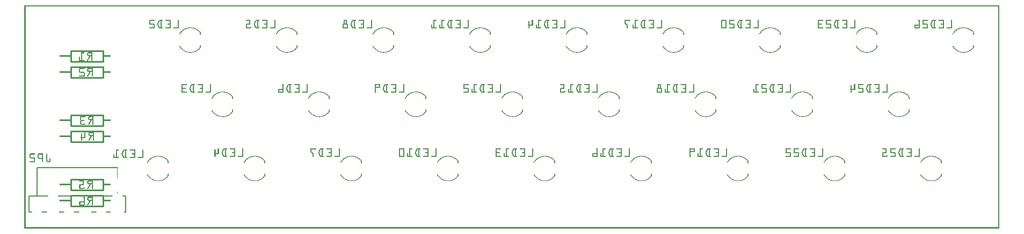
<source format=gbo>
G04 MADE WITH FRITZING*
G04 WWW.FRITZING.ORG*
G04 DOUBLE SIDED*
G04 HOLES PLATED*
G04 CONTOUR ON CENTER OF CONTOUR VECTOR*
%ASAXBY*%
%FSLAX23Y23*%
%MOIN*%
%OFA0B0*%
%SFA1.0B1.0*%
%ADD10C,0.005000*%
%ADD11C,0.010000*%
%ADD12R,0.001000X0.001000*%
%LNSILK0*%
G90*
G70*
G54D10*
X627Y103D02*
X627Y203D01*
D02*
X27Y103D02*
X27Y203D01*
D02*
X27Y203D02*
X77Y203D01*
D02*
X577Y378D02*
X77Y378D01*
D02*
X77Y378D02*
X77Y203D01*
G54D11*
D02*
X287Y140D02*
X487Y140D01*
D02*
X487Y140D02*
X487Y206D01*
D02*
X487Y206D02*
X287Y206D01*
D02*
X287Y206D02*
X287Y140D01*
D02*
X287Y240D02*
X487Y240D01*
D02*
X487Y240D02*
X487Y306D01*
D02*
X487Y306D02*
X287Y306D01*
D02*
X287Y306D02*
X287Y240D01*
D02*
X287Y540D02*
X487Y540D01*
D02*
X487Y540D02*
X487Y606D01*
D02*
X487Y606D02*
X287Y606D01*
D02*
X287Y606D02*
X287Y540D01*
D02*
X287Y640D02*
X487Y640D01*
D02*
X487Y640D02*
X487Y706D01*
D02*
X487Y706D02*
X287Y706D01*
D02*
X287Y706D02*
X287Y640D01*
D02*
X287Y940D02*
X487Y940D01*
D02*
X487Y940D02*
X487Y1006D01*
D02*
X487Y1006D02*
X287Y1006D01*
D02*
X287Y1006D02*
X287Y940D01*
D02*
X287Y1040D02*
X487Y1040D01*
D02*
X487Y1040D02*
X487Y1106D01*
D02*
X487Y1106D02*
X287Y1106D01*
D02*
X287Y1106D02*
X287Y1040D01*
G54D12*
X0Y1389D02*
X6052Y1389D01*
X0Y1388D02*
X6052Y1388D01*
X0Y1387D02*
X6052Y1387D01*
X0Y1386D02*
X6052Y1386D01*
X0Y1385D02*
X6052Y1385D01*
X0Y1384D02*
X6052Y1384D01*
X0Y1383D02*
X6052Y1383D01*
X0Y1382D02*
X6052Y1382D01*
X0Y1381D02*
X7Y1381D01*
X6045Y1381D02*
X6052Y1381D01*
X0Y1380D02*
X7Y1380D01*
X6045Y1380D02*
X6052Y1380D01*
X0Y1379D02*
X7Y1379D01*
X6045Y1379D02*
X6052Y1379D01*
X0Y1378D02*
X7Y1378D01*
X6045Y1378D02*
X6052Y1378D01*
X0Y1377D02*
X7Y1377D01*
X6045Y1377D02*
X6052Y1377D01*
X0Y1376D02*
X7Y1376D01*
X6045Y1376D02*
X6052Y1376D01*
X0Y1375D02*
X7Y1375D01*
X6045Y1375D02*
X6052Y1375D01*
X0Y1374D02*
X7Y1374D01*
X6045Y1374D02*
X6052Y1374D01*
X0Y1373D02*
X7Y1373D01*
X6045Y1373D02*
X6052Y1373D01*
X0Y1372D02*
X7Y1372D01*
X6045Y1372D02*
X6052Y1372D01*
X0Y1371D02*
X7Y1371D01*
X6045Y1371D02*
X6052Y1371D01*
X0Y1370D02*
X7Y1370D01*
X6045Y1370D02*
X6052Y1370D01*
X0Y1369D02*
X7Y1369D01*
X6045Y1369D02*
X6052Y1369D01*
X0Y1368D02*
X7Y1368D01*
X6045Y1368D02*
X6052Y1368D01*
X0Y1367D02*
X7Y1367D01*
X6045Y1367D02*
X6052Y1367D01*
X0Y1366D02*
X7Y1366D01*
X6045Y1366D02*
X6052Y1366D01*
X0Y1365D02*
X7Y1365D01*
X6045Y1365D02*
X6052Y1365D01*
X0Y1364D02*
X7Y1364D01*
X6045Y1364D02*
X6052Y1364D01*
X0Y1363D02*
X7Y1363D01*
X6045Y1363D02*
X6052Y1363D01*
X0Y1362D02*
X7Y1362D01*
X6045Y1362D02*
X6052Y1362D01*
X0Y1361D02*
X7Y1361D01*
X6045Y1361D02*
X6052Y1361D01*
X0Y1360D02*
X7Y1360D01*
X6045Y1360D02*
X6052Y1360D01*
X0Y1359D02*
X7Y1359D01*
X6045Y1359D02*
X6052Y1359D01*
X0Y1358D02*
X7Y1358D01*
X6045Y1358D02*
X6052Y1358D01*
X0Y1357D02*
X7Y1357D01*
X6045Y1357D02*
X6052Y1357D01*
X0Y1356D02*
X7Y1356D01*
X6045Y1356D02*
X6052Y1356D01*
X0Y1355D02*
X7Y1355D01*
X6045Y1355D02*
X6052Y1355D01*
X0Y1354D02*
X7Y1354D01*
X6045Y1354D02*
X6052Y1354D01*
X0Y1353D02*
X7Y1353D01*
X6045Y1353D02*
X6052Y1353D01*
X0Y1352D02*
X7Y1352D01*
X6045Y1352D02*
X6052Y1352D01*
X0Y1351D02*
X7Y1351D01*
X6045Y1351D02*
X6052Y1351D01*
X0Y1350D02*
X7Y1350D01*
X6045Y1350D02*
X6052Y1350D01*
X0Y1349D02*
X7Y1349D01*
X6045Y1349D02*
X6052Y1349D01*
X0Y1348D02*
X7Y1348D01*
X6045Y1348D02*
X6052Y1348D01*
X0Y1347D02*
X7Y1347D01*
X6045Y1347D02*
X6052Y1347D01*
X0Y1346D02*
X7Y1346D01*
X6045Y1346D02*
X6052Y1346D01*
X0Y1345D02*
X7Y1345D01*
X6045Y1345D02*
X6052Y1345D01*
X0Y1344D02*
X7Y1344D01*
X6045Y1344D02*
X6052Y1344D01*
X0Y1343D02*
X7Y1343D01*
X6045Y1343D02*
X6052Y1343D01*
X0Y1342D02*
X7Y1342D01*
X6045Y1342D02*
X6052Y1342D01*
X0Y1341D02*
X7Y1341D01*
X6045Y1341D02*
X6052Y1341D01*
X0Y1340D02*
X7Y1340D01*
X6045Y1340D02*
X6052Y1340D01*
X0Y1339D02*
X7Y1339D01*
X6045Y1339D02*
X6052Y1339D01*
X0Y1338D02*
X7Y1338D01*
X6045Y1338D02*
X6052Y1338D01*
X0Y1337D02*
X7Y1337D01*
X6045Y1337D02*
X6052Y1337D01*
X0Y1336D02*
X7Y1336D01*
X6045Y1336D02*
X6052Y1336D01*
X0Y1335D02*
X7Y1335D01*
X6045Y1335D02*
X6052Y1335D01*
X0Y1334D02*
X7Y1334D01*
X6045Y1334D02*
X6052Y1334D01*
X0Y1333D02*
X7Y1333D01*
X6045Y1333D02*
X6052Y1333D01*
X0Y1332D02*
X7Y1332D01*
X6045Y1332D02*
X6052Y1332D01*
X0Y1331D02*
X7Y1331D01*
X6045Y1331D02*
X6052Y1331D01*
X0Y1330D02*
X7Y1330D01*
X6045Y1330D02*
X6052Y1330D01*
X0Y1329D02*
X7Y1329D01*
X6045Y1329D02*
X6052Y1329D01*
X0Y1328D02*
X7Y1328D01*
X6045Y1328D02*
X6052Y1328D01*
X0Y1327D02*
X7Y1327D01*
X6045Y1327D02*
X6052Y1327D01*
X0Y1326D02*
X7Y1326D01*
X6045Y1326D02*
X6052Y1326D01*
X0Y1325D02*
X7Y1325D01*
X6045Y1325D02*
X6052Y1325D01*
X0Y1324D02*
X7Y1324D01*
X6045Y1324D02*
X6052Y1324D01*
X0Y1323D02*
X7Y1323D01*
X6045Y1323D02*
X6052Y1323D01*
X0Y1322D02*
X7Y1322D01*
X6045Y1322D02*
X6052Y1322D01*
X0Y1321D02*
X7Y1321D01*
X6045Y1321D02*
X6052Y1321D01*
X0Y1320D02*
X7Y1320D01*
X6045Y1320D02*
X6052Y1320D01*
X0Y1319D02*
X7Y1319D01*
X6045Y1319D02*
X6052Y1319D01*
X0Y1318D02*
X7Y1318D01*
X6045Y1318D02*
X6052Y1318D01*
X0Y1317D02*
X7Y1317D01*
X6045Y1317D02*
X6052Y1317D01*
X0Y1316D02*
X7Y1316D01*
X6045Y1316D02*
X6052Y1316D01*
X0Y1315D02*
X7Y1315D01*
X6045Y1315D02*
X6052Y1315D01*
X0Y1314D02*
X7Y1314D01*
X6045Y1314D02*
X6052Y1314D01*
X0Y1313D02*
X7Y1313D01*
X6045Y1313D02*
X6052Y1313D01*
X0Y1312D02*
X7Y1312D01*
X6045Y1312D02*
X6052Y1312D01*
X0Y1311D02*
X7Y1311D01*
X6045Y1311D02*
X6052Y1311D01*
X0Y1310D02*
X7Y1310D01*
X6045Y1310D02*
X6052Y1310D01*
X0Y1309D02*
X7Y1309D01*
X6045Y1309D02*
X6052Y1309D01*
X0Y1308D02*
X7Y1308D01*
X6045Y1308D02*
X6052Y1308D01*
X0Y1307D02*
X7Y1307D01*
X6045Y1307D02*
X6052Y1307D01*
X0Y1306D02*
X7Y1306D01*
X6045Y1306D02*
X6052Y1306D01*
X0Y1305D02*
X7Y1305D01*
X6045Y1305D02*
X6052Y1305D01*
X0Y1304D02*
X7Y1304D01*
X6045Y1304D02*
X6052Y1304D01*
X0Y1303D02*
X7Y1303D01*
X6045Y1303D02*
X6052Y1303D01*
X0Y1302D02*
X7Y1302D01*
X6045Y1302D02*
X6052Y1302D01*
X0Y1301D02*
X7Y1301D01*
X6045Y1301D02*
X6052Y1301D01*
X0Y1300D02*
X7Y1300D01*
X6045Y1300D02*
X6052Y1300D01*
X0Y1299D02*
X7Y1299D01*
X6045Y1299D02*
X6052Y1299D01*
X0Y1298D02*
X7Y1298D01*
X778Y1298D02*
X807Y1298D01*
X838Y1298D02*
X857Y1298D01*
X876Y1298D02*
X908Y1298D01*
X953Y1298D02*
X957Y1298D01*
X1375Y1298D02*
X1401Y1298D01*
X1438Y1298D02*
X1457Y1298D01*
X1475Y1298D02*
X1508Y1298D01*
X1553Y1298D02*
X1557Y1298D01*
X1982Y1298D02*
X2000Y1298D01*
X2038Y1298D02*
X2057Y1298D01*
X2075Y1298D02*
X2108Y1298D01*
X2153Y1298D02*
X2157Y1298D01*
X2538Y1298D02*
X2557Y1298D01*
X2588Y1298D02*
X2607Y1298D01*
X2638Y1298D02*
X2657Y1298D01*
X2675Y1298D02*
X2708Y1298D01*
X2753Y1298D02*
X2757Y1298D01*
X3151Y1298D02*
X3155Y1298D01*
X3188Y1298D02*
X3207Y1298D01*
X3238Y1298D02*
X3257Y1298D01*
X3275Y1298D02*
X3308Y1298D01*
X3353Y1298D02*
X3357Y1298D01*
X3724Y1298D02*
X3757Y1298D01*
X3788Y1298D02*
X3807Y1298D01*
X3838Y1298D02*
X3857Y1298D01*
X3875Y1298D02*
X3908Y1298D01*
X3953Y1298D02*
X3957Y1298D01*
X4328Y1298D02*
X4354Y1298D01*
X4378Y1298D02*
X4406Y1298D01*
X4438Y1298D02*
X4456Y1298D01*
X4475Y1298D02*
X4508Y1298D01*
X4553Y1298D02*
X4556Y1298D01*
X4928Y1298D02*
X4956Y1298D01*
X4978Y1298D02*
X5006Y1298D01*
X5038Y1298D02*
X5056Y1298D01*
X5075Y1298D02*
X5108Y1298D01*
X5153Y1298D02*
X5156Y1298D01*
X5549Y1298D02*
X5556Y1298D01*
X5578Y1298D02*
X5606Y1298D01*
X5638Y1298D02*
X5656Y1298D01*
X5675Y1298D02*
X5708Y1298D01*
X5753Y1298D02*
X5756Y1298D01*
X6045Y1298D02*
X6052Y1298D01*
X0Y1297D02*
X7Y1297D01*
X777Y1297D02*
X807Y1297D01*
X837Y1297D02*
X857Y1297D01*
X875Y1297D02*
X908Y1297D01*
X952Y1297D02*
X957Y1297D01*
X1375Y1297D02*
X1401Y1297D01*
X1437Y1297D02*
X1457Y1297D01*
X1475Y1297D02*
X1508Y1297D01*
X1552Y1297D02*
X1557Y1297D01*
X1982Y1297D02*
X2000Y1297D01*
X2036Y1297D02*
X2057Y1297D01*
X2075Y1297D02*
X2108Y1297D01*
X2152Y1297D02*
X2157Y1297D01*
X2538Y1297D02*
X2557Y1297D01*
X2588Y1297D02*
X2607Y1297D01*
X2636Y1297D02*
X2657Y1297D01*
X2675Y1297D02*
X2708Y1297D01*
X2752Y1297D02*
X2757Y1297D01*
X3150Y1297D02*
X3156Y1297D01*
X3188Y1297D02*
X3207Y1297D01*
X3236Y1297D02*
X3257Y1297D01*
X3275Y1297D02*
X3308Y1297D01*
X3352Y1297D02*
X3357Y1297D01*
X3724Y1297D02*
X3757Y1297D01*
X3788Y1297D02*
X3807Y1297D01*
X3836Y1297D02*
X3857Y1297D01*
X3875Y1297D02*
X3908Y1297D01*
X3952Y1297D02*
X3957Y1297D01*
X4326Y1297D02*
X4355Y1297D01*
X4376Y1297D02*
X4407Y1297D01*
X4436Y1297D02*
X4457Y1297D01*
X4475Y1297D02*
X4508Y1297D01*
X4552Y1297D02*
X4557Y1297D01*
X4926Y1297D02*
X4957Y1297D01*
X4976Y1297D02*
X5007Y1297D01*
X5036Y1297D02*
X5057Y1297D01*
X5074Y1297D02*
X5108Y1297D01*
X5152Y1297D02*
X5157Y1297D01*
X5549Y1297D02*
X5557Y1297D01*
X5576Y1297D02*
X5607Y1297D01*
X5636Y1297D02*
X5657Y1297D01*
X5674Y1297D02*
X5708Y1297D01*
X5752Y1297D02*
X5757Y1297D01*
X6045Y1297D02*
X6052Y1297D01*
X0Y1296D02*
X7Y1296D01*
X776Y1296D02*
X808Y1296D01*
X835Y1296D02*
X858Y1296D01*
X874Y1296D02*
X908Y1296D01*
X952Y1296D02*
X958Y1296D01*
X1374Y1296D02*
X1401Y1296D01*
X1435Y1296D02*
X1458Y1296D01*
X1474Y1296D02*
X1508Y1296D01*
X1552Y1296D02*
X1558Y1296D01*
X1981Y1296D02*
X2001Y1296D01*
X2035Y1296D02*
X2058Y1296D01*
X2074Y1296D02*
X2108Y1296D01*
X2152Y1296D02*
X2158Y1296D01*
X2538Y1296D02*
X2558Y1296D01*
X2588Y1296D02*
X2608Y1296D01*
X2635Y1296D02*
X2658Y1296D01*
X2674Y1296D02*
X2708Y1296D01*
X2752Y1296D02*
X2758Y1296D01*
X3150Y1296D02*
X3156Y1296D01*
X3188Y1296D02*
X3208Y1296D01*
X3235Y1296D02*
X3258Y1296D01*
X3274Y1296D02*
X3308Y1296D01*
X3352Y1296D02*
X3358Y1296D01*
X3724Y1296D02*
X3758Y1296D01*
X3788Y1296D02*
X3808Y1296D01*
X3835Y1296D02*
X3858Y1296D01*
X3874Y1296D02*
X3908Y1296D01*
X3952Y1296D02*
X3958Y1296D01*
X4325Y1296D02*
X4356Y1296D01*
X4375Y1296D02*
X4408Y1296D01*
X4435Y1296D02*
X4458Y1296D01*
X4474Y1296D02*
X4508Y1296D01*
X4552Y1296D02*
X4558Y1296D01*
X4925Y1296D02*
X4958Y1296D01*
X4975Y1296D02*
X5008Y1296D01*
X5035Y1296D02*
X5058Y1296D01*
X5074Y1296D02*
X5108Y1296D01*
X5152Y1296D02*
X5158Y1296D01*
X5548Y1296D02*
X5558Y1296D01*
X5575Y1296D02*
X5608Y1296D01*
X5635Y1296D02*
X5658Y1296D01*
X5674Y1296D02*
X5708Y1296D01*
X5752Y1296D02*
X5757Y1296D01*
X6045Y1296D02*
X6052Y1296D01*
X0Y1295D02*
X7Y1295D01*
X775Y1295D02*
X808Y1295D01*
X834Y1295D02*
X858Y1295D01*
X874Y1295D02*
X908Y1295D01*
X952Y1295D02*
X958Y1295D01*
X1374Y1295D02*
X1401Y1295D01*
X1434Y1295D02*
X1458Y1295D01*
X1474Y1295D02*
X1508Y1295D01*
X1552Y1295D02*
X1558Y1295D01*
X1981Y1295D02*
X2001Y1295D01*
X2034Y1295D02*
X2058Y1295D01*
X2074Y1295D02*
X2108Y1295D01*
X2152Y1295D02*
X2158Y1295D01*
X2538Y1295D02*
X2558Y1295D01*
X2588Y1295D02*
X2608Y1295D01*
X2634Y1295D02*
X2658Y1295D01*
X2674Y1295D02*
X2708Y1295D01*
X2752Y1295D02*
X2758Y1295D01*
X3150Y1295D02*
X3156Y1295D01*
X3188Y1295D02*
X3208Y1295D01*
X3234Y1295D02*
X3258Y1295D01*
X3274Y1295D02*
X3308Y1295D01*
X3352Y1295D02*
X3358Y1295D01*
X3724Y1295D02*
X3758Y1295D01*
X3788Y1295D02*
X3808Y1295D01*
X3834Y1295D02*
X3858Y1295D01*
X3874Y1295D02*
X3908Y1295D01*
X3952Y1295D02*
X3958Y1295D01*
X4325Y1295D02*
X4357Y1295D01*
X4375Y1295D02*
X4408Y1295D01*
X4434Y1295D02*
X4458Y1295D01*
X4474Y1295D02*
X4508Y1295D01*
X4552Y1295D02*
X4558Y1295D01*
X4925Y1295D02*
X4958Y1295D01*
X4975Y1295D02*
X5008Y1295D01*
X5034Y1295D02*
X5058Y1295D01*
X5074Y1295D02*
X5108Y1295D01*
X5152Y1295D02*
X5158Y1295D01*
X5548Y1295D02*
X5558Y1295D01*
X5575Y1295D02*
X5608Y1295D01*
X5634Y1295D02*
X5658Y1295D01*
X5674Y1295D02*
X5708Y1295D01*
X5752Y1295D02*
X5758Y1295D01*
X6045Y1295D02*
X6052Y1295D01*
X0Y1294D02*
X7Y1294D01*
X775Y1294D02*
X808Y1294D01*
X834Y1294D02*
X858Y1294D01*
X875Y1294D02*
X908Y1294D01*
X952Y1294D02*
X958Y1294D01*
X1375Y1294D02*
X1401Y1294D01*
X1434Y1294D02*
X1457Y1294D01*
X1475Y1294D02*
X1508Y1294D01*
X1552Y1294D02*
X1558Y1294D01*
X1981Y1294D02*
X2001Y1294D01*
X2034Y1294D02*
X2057Y1294D01*
X2075Y1294D02*
X2108Y1294D01*
X2152Y1294D02*
X2158Y1294D01*
X2538Y1294D02*
X2557Y1294D01*
X2588Y1294D02*
X2607Y1294D01*
X2634Y1294D02*
X2657Y1294D01*
X2675Y1294D02*
X2708Y1294D01*
X2752Y1294D02*
X2758Y1294D01*
X3150Y1294D02*
X3156Y1294D01*
X3188Y1294D02*
X3207Y1294D01*
X3234Y1294D02*
X3257Y1294D01*
X3275Y1294D02*
X3308Y1294D01*
X3352Y1294D02*
X3358Y1294D01*
X3724Y1294D02*
X3758Y1294D01*
X3788Y1294D02*
X3807Y1294D01*
X3834Y1294D02*
X3857Y1294D01*
X3875Y1294D02*
X3908Y1294D01*
X3952Y1294D02*
X3958Y1294D01*
X4324Y1294D02*
X4357Y1294D01*
X4374Y1294D02*
X4407Y1294D01*
X4434Y1294D02*
X4457Y1294D01*
X4474Y1294D02*
X4508Y1294D01*
X4552Y1294D02*
X4558Y1294D01*
X4924Y1294D02*
X4957Y1294D01*
X4974Y1294D02*
X5007Y1294D01*
X5033Y1294D02*
X5057Y1294D01*
X5074Y1294D02*
X5108Y1294D01*
X5152Y1294D02*
X5158Y1294D01*
X5549Y1294D02*
X5558Y1294D01*
X5574Y1294D02*
X5607Y1294D01*
X5633Y1294D02*
X5657Y1294D01*
X5674Y1294D02*
X5708Y1294D01*
X5752Y1294D02*
X5758Y1294D01*
X6045Y1294D02*
X6052Y1294D01*
X0Y1293D02*
X7Y1293D01*
X774Y1293D02*
X807Y1293D01*
X833Y1293D02*
X857Y1293D01*
X875Y1293D02*
X908Y1293D01*
X952Y1293D02*
X958Y1293D01*
X1375Y1293D02*
X1401Y1293D01*
X1433Y1293D02*
X1457Y1293D01*
X1475Y1293D02*
X1508Y1293D01*
X1552Y1293D02*
X1558Y1293D01*
X1981Y1293D02*
X2001Y1293D01*
X2033Y1293D02*
X2057Y1293D01*
X2075Y1293D02*
X2108Y1293D01*
X2152Y1293D02*
X2158Y1293D01*
X2538Y1293D02*
X2557Y1293D01*
X2588Y1293D02*
X2607Y1293D01*
X2633Y1293D02*
X2657Y1293D01*
X2675Y1293D02*
X2708Y1293D01*
X2752Y1293D02*
X2758Y1293D01*
X3150Y1293D02*
X3156Y1293D01*
X3188Y1293D02*
X3207Y1293D01*
X3233Y1293D02*
X3257Y1293D01*
X3275Y1293D02*
X3308Y1293D01*
X3352Y1293D02*
X3358Y1293D01*
X3724Y1293D02*
X3758Y1293D01*
X3788Y1293D02*
X3807Y1293D01*
X3833Y1293D02*
X3857Y1293D01*
X3875Y1293D02*
X3908Y1293D01*
X3952Y1293D02*
X3958Y1293D01*
X4324Y1293D02*
X4358Y1293D01*
X4374Y1293D02*
X4407Y1293D01*
X4433Y1293D02*
X4457Y1293D01*
X4475Y1293D02*
X4508Y1293D01*
X4552Y1293D02*
X4558Y1293D01*
X4924Y1293D02*
X4957Y1293D01*
X4974Y1293D02*
X5007Y1293D01*
X5033Y1293D02*
X5057Y1293D01*
X5075Y1293D02*
X5108Y1293D01*
X5152Y1293D02*
X5158Y1293D01*
X5549Y1293D02*
X5558Y1293D01*
X5574Y1293D02*
X5607Y1293D01*
X5633Y1293D02*
X5657Y1293D01*
X5675Y1293D02*
X5708Y1293D01*
X5752Y1293D02*
X5758Y1293D01*
X6045Y1293D02*
X6052Y1293D01*
X0Y1292D02*
X7Y1292D01*
X774Y1292D02*
X805Y1292D01*
X833Y1292D02*
X855Y1292D01*
X878Y1292D02*
X908Y1292D01*
X952Y1292D02*
X958Y1292D01*
X1378Y1292D02*
X1401Y1292D01*
X1433Y1292D02*
X1455Y1292D01*
X1478Y1292D02*
X1508Y1292D01*
X1552Y1292D02*
X1558Y1292D01*
X1981Y1292D02*
X2001Y1292D01*
X2032Y1292D02*
X2055Y1292D01*
X2077Y1292D02*
X2108Y1292D01*
X2152Y1292D02*
X2158Y1292D01*
X2538Y1292D02*
X2555Y1292D01*
X2588Y1292D02*
X2605Y1292D01*
X2632Y1292D02*
X2655Y1292D01*
X2677Y1292D02*
X2708Y1292D01*
X2752Y1292D02*
X2758Y1292D01*
X3130Y1292D02*
X3134Y1292D01*
X3150Y1292D02*
X3156Y1292D01*
X3188Y1292D02*
X3205Y1292D01*
X3232Y1292D02*
X3255Y1292D01*
X3277Y1292D02*
X3308Y1292D01*
X3352Y1292D02*
X3358Y1292D01*
X3724Y1292D02*
X3758Y1292D01*
X3788Y1292D02*
X3805Y1292D01*
X3832Y1292D02*
X3855Y1292D01*
X3877Y1292D02*
X3908Y1292D01*
X3952Y1292D02*
X3958Y1292D01*
X4324Y1292D02*
X4358Y1292D01*
X4374Y1292D02*
X4404Y1292D01*
X4432Y1292D02*
X4454Y1292D01*
X4477Y1292D02*
X4508Y1292D01*
X4552Y1292D02*
X4558Y1292D01*
X4924Y1292D02*
X4954Y1292D01*
X4974Y1292D02*
X5004Y1292D01*
X5032Y1292D02*
X5054Y1292D01*
X5077Y1292D02*
X5108Y1292D01*
X5152Y1292D02*
X5158Y1292D01*
X5551Y1292D02*
X5558Y1292D01*
X5574Y1292D02*
X5604Y1292D01*
X5632Y1292D02*
X5654Y1292D01*
X5677Y1292D02*
X5708Y1292D01*
X5752Y1292D02*
X5758Y1292D01*
X6045Y1292D02*
X6052Y1292D01*
X0Y1291D02*
X7Y1291D01*
X774Y1291D02*
X780Y1291D01*
X832Y1291D02*
X839Y1291D01*
X845Y1291D02*
X851Y1291D01*
X902Y1291D02*
X908Y1291D01*
X952Y1291D02*
X958Y1291D01*
X1395Y1291D02*
X1401Y1291D01*
X1432Y1291D02*
X1439Y1291D01*
X1445Y1291D02*
X1451Y1291D01*
X1502Y1291D02*
X1508Y1291D01*
X1552Y1291D02*
X1558Y1291D01*
X1981Y1291D02*
X1987Y1291D01*
X1995Y1291D02*
X2001Y1291D01*
X2032Y1291D02*
X2039Y1291D01*
X2045Y1291D02*
X2051Y1291D01*
X2102Y1291D02*
X2108Y1291D01*
X2152Y1291D02*
X2158Y1291D01*
X2538Y1291D02*
X2544Y1291D01*
X2588Y1291D02*
X2594Y1291D01*
X2632Y1291D02*
X2639Y1291D01*
X2645Y1291D02*
X2651Y1291D01*
X2702Y1291D02*
X2708Y1291D01*
X2752Y1291D02*
X2758Y1291D01*
X3130Y1291D02*
X3135Y1291D01*
X3150Y1291D02*
X3156Y1291D01*
X3188Y1291D02*
X3194Y1291D01*
X3232Y1291D02*
X3239Y1291D01*
X3245Y1291D02*
X3251Y1291D01*
X3302Y1291D02*
X3308Y1291D01*
X3352Y1291D02*
X3358Y1291D01*
X3724Y1291D02*
X3730Y1291D01*
X3752Y1291D02*
X3757Y1291D01*
X3788Y1291D02*
X3794Y1291D01*
X3832Y1291D02*
X3839Y1291D01*
X3845Y1291D02*
X3851Y1291D01*
X3902Y1291D02*
X3908Y1291D01*
X3952Y1291D02*
X3958Y1291D01*
X4324Y1291D02*
X4330Y1291D01*
X4352Y1291D02*
X4358Y1291D01*
X4374Y1291D02*
X4380Y1291D01*
X4432Y1291D02*
X4439Y1291D01*
X4445Y1291D02*
X4451Y1291D01*
X4502Y1291D02*
X4508Y1291D01*
X4552Y1291D02*
X4558Y1291D01*
X4924Y1291D02*
X4930Y1291D01*
X4974Y1291D02*
X4980Y1291D01*
X5032Y1291D02*
X5039Y1291D01*
X5045Y1291D02*
X5051Y1291D01*
X5102Y1291D02*
X5108Y1291D01*
X5152Y1291D02*
X5158Y1291D01*
X5552Y1291D02*
X5558Y1291D01*
X5574Y1291D02*
X5580Y1291D01*
X5632Y1291D02*
X5639Y1291D01*
X5645Y1291D02*
X5651Y1291D01*
X5702Y1291D02*
X5708Y1291D01*
X5752Y1291D02*
X5758Y1291D01*
X6045Y1291D02*
X6052Y1291D01*
X0Y1290D02*
X7Y1290D01*
X774Y1290D02*
X780Y1290D01*
X832Y1290D02*
X838Y1290D01*
X845Y1290D02*
X851Y1290D01*
X902Y1290D02*
X908Y1290D01*
X952Y1290D02*
X958Y1290D01*
X1395Y1290D02*
X1401Y1290D01*
X1432Y1290D02*
X1438Y1290D01*
X1445Y1290D02*
X1451Y1290D01*
X1502Y1290D02*
X1508Y1290D01*
X1552Y1290D02*
X1558Y1290D01*
X1981Y1290D02*
X1987Y1290D01*
X1995Y1290D02*
X2001Y1290D01*
X2031Y1290D02*
X2038Y1290D01*
X2045Y1290D02*
X2051Y1290D01*
X2102Y1290D02*
X2108Y1290D01*
X2152Y1290D02*
X2158Y1290D01*
X2538Y1290D02*
X2544Y1290D01*
X2588Y1290D02*
X2594Y1290D01*
X2631Y1290D02*
X2638Y1290D01*
X2645Y1290D02*
X2651Y1290D01*
X2702Y1290D02*
X2708Y1290D01*
X2752Y1290D02*
X2758Y1290D01*
X3129Y1290D02*
X3135Y1290D01*
X3150Y1290D02*
X3156Y1290D01*
X3188Y1290D02*
X3194Y1290D01*
X3231Y1290D02*
X3238Y1290D01*
X3245Y1290D02*
X3251Y1290D01*
X3302Y1290D02*
X3308Y1290D01*
X3352Y1290D02*
X3358Y1290D01*
X3724Y1290D02*
X3730Y1290D01*
X3753Y1290D02*
X3757Y1290D01*
X3788Y1290D02*
X3794Y1290D01*
X3831Y1290D02*
X3838Y1290D01*
X3845Y1290D02*
X3851Y1290D01*
X3902Y1290D02*
X3908Y1290D01*
X3952Y1290D02*
X3958Y1290D01*
X4324Y1290D02*
X4330Y1290D01*
X4352Y1290D02*
X4358Y1290D01*
X4374Y1290D02*
X4380Y1290D01*
X4431Y1290D02*
X4438Y1290D01*
X4445Y1290D02*
X4451Y1290D01*
X4502Y1290D02*
X4508Y1290D01*
X4552Y1290D02*
X4558Y1290D01*
X4924Y1290D02*
X4930Y1290D01*
X4974Y1290D02*
X4980Y1290D01*
X5031Y1290D02*
X5038Y1290D01*
X5045Y1290D02*
X5051Y1290D01*
X5102Y1290D02*
X5108Y1290D01*
X5152Y1290D02*
X5158Y1290D01*
X5552Y1290D02*
X5558Y1290D01*
X5574Y1290D02*
X5580Y1290D01*
X5631Y1290D02*
X5638Y1290D01*
X5645Y1290D02*
X5651Y1290D01*
X5702Y1290D02*
X5708Y1290D01*
X5752Y1290D02*
X5758Y1290D01*
X6045Y1290D02*
X6052Y1290D01*
X0Y1289D02*
X7Y1289D01*
X774Y1289D02*
X780Y1289D01*
X831Y1289D02*
X838Y1289D01*
X845Y1289D02*
X851Y1289D01*
X902Y1289D02*
X908Y1289D01*
X952Y1289D02*
X958Y1289D01*
X1395Y1289D02*
X1401Y1289D01*
X1431Y1289D02*
X1438Y1289D01*
X1445Y1289D02*
X1451Y1289D01*
X1502Y1289D02*
X1508Y1289D01*
X1552Y1289D02*
X1558Y1289D01*
X1981Y1289D02*
X1987Y1289D01*
X1995Y1289D02*
X2001Y1289D01*
X2031Y1289D02*
X2038Y1289D01*
X2045Y1289D02*
X2051Y1289D01*
X2102Y1289D02*
X2108Y1289D01*
X2152Y1289D02*
X2158Y1289D01*
X2538Y1289D02*
X2544Y1289D01*
X2588Y1289D02*
X2594Y1289D01*
X2631Y1289D02*
X2638Y1289D01*
X2645Y1289D02*
X2651Y1289D01*
X2702Y1289D02*
X2708Y1289D01*
X2752Y1289D02*
X2758Y1289D01*
X3129Y1289D02*
X3135Y1289D01*
X3150Y1289D02*
X3156Y1289D01*
X3188Y1289D02*
X3194Y1289D01*
X3231Y1289D02*
X3238Y1289D01*
X3245Y1289D02*
X3251Y1289D01*
X3302Y1289D02*
X3308Y1289D01*
X3352Y1289D02*
X3358Y1289D01*
X3724Y1289D02*
X3730Y1289D01*
X3788Y1289D02*
X3794Y1289D01*
X3831Y1289D02*
X3838Y1289D01*
X3845Y1289D02*
X3851Y1289D01*
X3902Y1289D02*
X3908Y1289D01*
X3952Y1289D02*
X3958Y1289D01*
X4324Y1289D02*
X4330Y1289D01*
X4352Y1289D02*
X4358Y1289D01*
X4374Y1289D02*
X4380Y1289D01*
X4431Y1289D02*
X4438Y1289D01*
X4445Y1289D02*
X4451Y1289D01*
X4502Y1289D02*
X4508Y1289D01*
X4552Y1289D02*
X4558Y1289D01*
X4924Y1289D02*
X4930Y1289D01*
X4974Y1289D02*
X4980Y1289D01*
X5031Y1289D02*
X5038Y1289D01*
X5045Y1289D02*
X5051Y1289D01*
X5102Y1289D02*
X5108Y1289D01*
X5152Y1289D02*
X5158Y1289D01*
X5552Y1289D02*
X5558Y1289D01*
X5574Y1289D02*
X5580Y1289D01*
X5631Y1289D02*
X5638Y1289D01*
X5645Y1289D02*
X5651Y1289D01*
X5702Y1289D02*
X5708Y1289D01*
X5752Y1289D02*
X5758Y1289D01*
X6045Y1289D02*
X6052Y1289D01*
X0Y1288D02*
X7Y1288D01*
X774Y1288D02*
X780Y1288D01*
X831Y1288D02*
X837Y1288D01*
X845Y1288D02*
X851Y1288D01*
X902Y1288D02*
X908Y1288D01*
X952Y1288D02*
X958Y1288D01*
X1395Y1288D02*
X1401Y1288D01*
X1431Y1288D02*
X1437Y1288D01*
X1445Y1288D02*
X1451Y1288D01*
X1502Y1288D02*
X1508Y1288D01*
X1552Y1288D02*
X1558Y1288D01*
X1981Y1288D02*
X1987Y1288D01*
X1995Y1288D02*
X2001Y1288D01*
X2030Y1288D02*
X2037Y1288D01*
X2045Y1288D02*
X2051Y1288D01*
X2102Y1288D02*
X2108Y1288D01*
X2152Y1288D02*
X2158Y1288D01*
X2538Y1288D02*
X2544Y1288D01*
X2588Y1288D02*
X2594Y1288D01*
X2630Y1288D02*
X2637Y1288D01*
X2645Y1288D02*
X2651Y1288D01*
X2702Y1288D02*
X2708Y1288D01*
X2752Y1288D02*
X2758Y1288D01*
X3129Y1288D02*
X3135Y1288D01*
X3150Y1288D02*
X3156Y1288D01*
X3188Y1288D02*
X3194Y1288D01*
X3230Y1288D02*
X3237Y1288D01*
X3245Y1288D02*
X3251Y1288D01*
X3302Y1288D02*
X3308Y1288D01*
X3352Y1288D02*
X3358Y1288D01*
X3724Y1288D02*
X3730Y1288D01*
X3788Y1288D02*
X3794Y1288D01*
X3830Y1288D02*
X3837Y1288D01*
X3845Y1288D02*
X3851Y1288D01*
X3902Y1288D02*
X3908Y1288D01*
X3952Y1288D02*
X3958Y1288D01*
X4324Y1288D02*
X4330Y1288D01*
X4352Y1288D02*
X4358Y1288D01*
X4374Y1288D02*
X4380Y1288D01*
X4430Y1288D02*
X4437Y1288D01*
X4445Y1288D02*
X4451Y1288D01*
X4502Y1288D02*
X4508Y1288D01*
X4552Y1288D02*
X4558Y1288D01*
X4924Y1288D02*
X4930Y1288D01*
X4974Y1288D02*
X4980Y1288D01*
X5030Y1288D02*
X5037Y1288D01*
X5045Y1288D02*
X5051Y1288D01*
X5102Y1288D02*
X5108Y1288D01*
X5152Y1288D02*
X5158Y1288D01*
X5552Y1288D02*
X5558Y1288D01*
X5574Y1288D02*
X5580Y1288D01*
X5630Y1288D02*
X5637Y1288D01*
X5645Y1288D02*
X5651Y1288D01*
X5702Y1288D02*
X5708Y1288D01*
X5752Y1288D02*
X5758Y1288D01*
X6045Y1288D02*
X6052Y1288D01*
X0Y1287D02*
X7Y1287D01*
X774Y1287D02*
X780Y1287D01*
X830Y1287D02*
X837Y1287D01*
X845Y1287D02*
X851Y1287D01*
X902Y1287D02*
X908Y1287D01*
X952Y1287D02*
X958Y1287D01*
X1395Y1287D02*
X1401Y1287D01*
X1430Y1287D02*
X1437Y1287D01*
X1445Y1287D02*
X1451Y1287D01*
X1502Y1287D02*
X1508Y1287D01*
X1552Y1287D02*
X1558Y1287D01*
X1981Y1287D02*
X1987Y1287D01*
X1995Y1287D02*
X2001Y1287D01*
X2030Y1287D02*
X2037Y1287D01*
X2045Y1287D02*
X2051Y1287D01*
X2102Y1287D02*
X2108Y1287D01*
X2152Y1287D02*
X2158Y1287D01*
X2538Y1287D02*
X2544Y1287D01*
X2588Y1287D02*
X2594Y1287D01*
X2630Y1287D02*
X2637Y1287D01*
X2645Y1287D02*
X2651Y1287D01*
X2702Y1287D02*
X2708Y1287D01*
X2752Y1287D02*
X2758Y1287D01*
X3129Y1287D02*
X3135Y1287D01*
X3150Y1287D02*
X3156Y1287D01*
X3188Y1287D02*
X3194Y1287D01*
X3230Y1287D02*
X3237Y1287D01*
X3245Y1287D02*
X3251Y1287D01*
X3302Y1287D02*
X3308Y1287D01*
X3352Y1287D02*
X3358Y1287D01*
X3724Y1287D02*
X3730Y1287D01*
X3788Y1287D02*
X3794Y1287D01*
X3830Y1287D02*
X3837Y1287D01*
X3845Y1287D02*
X3851Y1287D01*
X3902Y1287D02*
X3908Y1287D01*
X3952Y1287D02*
X3958Y1287D01*
X4324Y1287D02*
X4330Y1287D01*
X4352Y1287D02*
X4358Y1287D01*
X4374Y1287D02*
X4380Y1287D01*
X4430Y1287D02*
X4437Y1287D01*
X4445Y1287D02*
X4451Y1287D01*
X4502Y1287D02*
X4508Y1287D01*
X4552Y1287D02*
X4558Y1287D01*
X4924Y1287D02*
X4930Y1287D01*
X4974Y1287D02*
X4980Y1287D01*
X5030Y1287D02*
X5037Y1287D01*
X5045Y1287D02*
X5051Y1287D01*
X5102Y1287D02*
X5108Y1287D01*
X5152Y1287D02*
X5158Y1287D01*
X5552Y1287D02*
X5558Y1287D01*
X5574Y1287D02*
X5580Y1287D01*
X5630Y1287D02*
X5637Y1287D01*
X5645Y1287D02*
X5651Y1287D01*
X5702Y1287D02*
X5708Y1287D01*
X5752Y1287D02*
X5758Y1287D01*
X6045Y1287D02*
X6052Y1287D01*
X0Y1286D02*
X7Y1286D01*
X774Y1286D02*
X780Y1286D01*
X830Y1286D02*
X836Y1286D01*
X845Y1286D02*
X851Y1286D01*
X902Y1286D02*
X908Y1286D01*
X952Y1286D02*
X958Y1286D01*
X1395Y1286D02*
X1401Y1286D01*
X1430Y1286D02*
X1436Y1286D01*
X1445Y1286D02*
X1451Y1286D01*
X1502Y1286D02*
X1508Y1286D01*
X1552Y1286D02*
X1558Y1286D01*
X1981Y1286D02*
X1987Y1286D01*
X1995Y1286D02*
X2001Y1286D01*
X2029Y1286D02*
X2036Y1286D01*
X2045Y1286D02*
X2051Y1286D01*
X2102Y1286D02*
X2108Y1286D01*
X2152Y1286D02*
X2158Y1286D01*
X2538Y1286D02*
X2544Y1286D01*
X2588Y1286D02*
X2594Y1286D01*
X2629Y1286D02*
X2636Y1286D01*
X2645Y1286D02*
X2651Y1286D01*
X2702Y1286D02*
X2708Y1286D01*
X2752Y1286D02*
X2758Y1286D01*
X3129Y1286D02*
X3135Y1286D01*
X3150Y1286D02*
X3156Y1286D01*
X3188Y1286D02*
X3194Y1286D01*
X3229Y1286D02*
X3236Y1286D01*
X3245Y1286D02*
X3251Y1286D01*
X3302Y1286D02*
X3308Y1286D01*
X3352Y1286D02*
X3358Y1286D01*
X3724Y1286D02*
X3730Y1286D01*
X3788Y1286D02*
X3794Y1286D01*
X3829Y1286D02*
X3836Y1286D01*
X3845Y1286D02*
X3851Y1286D01*
X3902Y1286D02*
X3908Y1286D01*
X3952Y1286D02*
X3958Y1286D01*
X4324Y1286D02*
X4330Y1286D01*
X4352Y1286D02*
X4358Y1286D01*
X4374Y1286D02*
X4380Y1286D01*
X4429Y1286D02*
X4436Y1286D01*
X4445Y1286D02*
X4451Y1286D01*
X4502Y1286D02*
X4508Y1286D01*
X4552Y1286D02*
X4558Y1286D01*
X4924Y1286D02*
X4930Y1286D01*
X4974Y1286D02*
X4980Y1286D01*
X5029Y1286D02*
X5036Y1286D01*
X5045Y1286D02*
X5051Y1286D01*
X5102Y1286D02*
X5108Y1286D01*
X5152Y1286D02*
X5158Y1286D01*
X5552Y1286D02*
X5558Y1286D01*
X5574Y1286D02*
X5580Y1286D01*
X5629Y1286D02*
X5636Y1286D01*
X5645Y1286D02*
X5651Y1286D01*
X5702Y1286D02*
X5708Y1286D01*
X5752Y1286D02*
X5758Y1286D01*
X6045Y1286D02*
X6052Y1286D01*
X0Y1285D02*
X7Y1285D01*
X774Y1285D02*
X780Y1285D01*
X829Y1285D02*
X836Y1285D01*
X845Y1285D02*
X851Y1285D01*
X902Y1285D02*
X908Y1285D01*
X952Y1285D02*
X958Y1285D01*
X1395Y1285D02*
X1401Y1285D01*
X1429Y1285D02*
X1436Y1285D01*
X1445Y1285D02*
X1451Y1285D01*
X1502Y1285D02*
X1508Y1285D01*
X1552Y1285D02*
X1558Y1285D01*
X1981Y1285D02*
X1987Y1285D01*
X1995Y1285D02*
X2001Y1285D01*
X2029Y1285D02*
X2036Y1285D01*
X2045Y1285D02*
X2051Y1285D01*
X2102Y1285D02*
X2108Y1285D01*
X2152Y1285D02*
X2158Y1285D01*
X2538Y1285D02*
X2544Y1285D01*
X2588Y1285D02*
X2594Y1285D01*
X2629Y1285D02*
X2636Y1285D01*
X2645Y1285D02*
X2651Y1285D01*
X2702Y1285D02*
X2708Y1285D01*
X2752Y1285D02*
X2758Y1285D01*
X3129Y1285D02*
X3135Y1285D01*
X3150Y1285D02*
X3156Y1285D01*
X3188Y1285D02*
X3194Y1285D01*
X3229Y1285D02*
X3236Y1285D01*
X3245Y1285D02*
X3251Y1285D01*
X3302Y1285D02*
X3308Y1285D01*
X3352Y1285D02*
X3358Y1285D01*
X3724Y1285D02*
X3730Y1285D01*
X3788Y1285D02*
X3794Y1285D01*
X3829Y1285D02*
X3836Y1285D01*
X3845Y1285D02*
X3851Y1285D01*
X3902Y1285D02*
X3908Y1285D01*
X3952Y1285D02*
X3958Y1285D01*
X4324Y1285D02*
X4330Y1285D01*
X4352Y1285D02*
X4358Y1285D01*
X4374Y1285D02*
X4380Y1285D01*
X4429Y1285D02*
X4436Y1285D01*
X4445Y1285D02*
X4451Y1285D01*
X4502Y1285D02*
X4508Y1285D01*
X4552Y1285D02*
X4558Y1285D01*
X4924Y1285D02*
X4930Y1285D01*
X4974Y1285D02*
X4980Y1285D01*
X5029Y1285D02*
X5036Y1285D01*
X5045Y1285D02*
X5051Y1285D01*
X5102Y1285D02*
X5108Y1285D01*
X5152Y1285D02*
X5158Y1285D01*
X5552Y1285D02*
X5558Y1285D01*
X5574Y1285D02*
X5580Y1285D01*
X5629Y1285D02*
X5636Y1285D01*
X5645Y1285D02*
X5651Y1285D01*
X5702Y1285D02*
X5708Y1285D01*
X5752Y1285D02*
X5758Y1285D01*
X6045Y1285D02*
X6052Y1285D01*
X0Y1284D02*
X7Y1284D01*
X774Y1284D02*
X780Y1284D01*
X829Y1284D02*
X835Y1284D01*
X845Y1284D02*
X851Y1284D01*
X902Y1284D02*
X908Y1284D01*
X952Y1284D02*
X958Y1284D01*
X1395Y1284D02*
X1401Y1284D01*
X1428Y1284D02*
X1435Y1284D01*
X1445Y1284D02*
X1451Y1284D01*
X1502Y1284D02*
X1508Y1284D01*
X1552Y1284D02*
X1558Y1284D01*
X1981Y1284D02*
X1987Y1284D01*
X1995Y1284D02*
X2001Y1284D01*
X2028Y1284D02*
X2035Y1284D01*
X2045Y1284D02*
X2051Y1284D01*
X2102Y1284D02*
X2108Y1284D01*
X2152Y1284D02*
X2158Y1284D01*
X2538Y1284D02*
X2544Y1284D01*
X2588Y1284D02*
X2594Y1284D01*
X2628Y1284D02*
X2635Y1284D01*
X2645Y1284D02*
X2651Y1284D01*
X2702Y1284D02*
X2708Y1284D01*
X2752Y1284D02*
X2758Y1284D01*
X3129Y1284D02*
X3135Y1284D01*
X3150Y1284D02*
X3156Y1284D01*
X3188Y1284D02*
X3194Y1284D01*
X3228Y1284D02*
X3235Y1284D01*
X3245Y1284D02*
X3251Y1284D01*
X3302Y1284D02*
X3308Y1284D01*
X3352Y1284D02*
X3358Y1284D01*
X3724Y1284D02*
X3730Y1284D01*
X3788Y1284D02*
X3794Y1284D01*
X3828Y1284D02*
X3835Y1284D01*
X3845Y1284D02*
X3851Y1284D01*
X3902Y1284D02*
X3908Y1284D01*
X3952Y1284D02*
X3958Y1284D01*
X4324Y1284D02*
X4330Y1284D01*
X4352Y1284D02*
X4358Y1284D01*
X4374Y1284D02*
X4380Y1284D01*
X4428Y1284D02*
X4435Y1284D01*
X4445Y1284D02*
X4451Y1284D01*
X4502Y1284D02*
X4508Y1284D01*
X4552Y1284D02*
X4558Y1284D01*
X4924Y1284D02*
X4930Y1284D01*
X4974Y1284D02*
X4980Y1284D01*
X5028Y1284D02*
X5035Y1284D01*
X5045Y1284D02*
X5051Y1284D01*
X5102Y1284D02*
X5108Y1284D01*
X5152Y1284D02*
X5158Y1284D01*
X5552Y1284D02*
X5558Y1284D01*
X5574Y1284D02*
X5580Y1284D01*
X5628Y1284D02*
X5635Y1284D01*
X5645Y1284D02*
X5651Y1284D01*
X5702Y1284D02*
X5708Y1284D01*
X5752Y1284D02*
X5758Y1284D01*
X6045Y1284D02*
X6052Y1284D01*
X0Y1283D02*
X7Y1283D01*
X774Y1283D02*
X780Y1283D01*
X828Y1283D02*
X835Y1283D01*
X845Y1283D02*
X851Y1283D01*
X902Y1283D02*
X908Y1283D01*
X952Y1283D02*
X958Y1283D01*
X1395Y1283D02*
X1401Y1283D01*
X1428Y1283D02*
X1435Y1283D01*
X1445Y1283D02*
X1451Y1283D01*
X1502Y1283D02*
X1508Y1283D01*
X1552Y1283D02*
X1558Y1283D01*
X1981Y1283D02*
X1987Y1283D01*
X1995Y1283D02*
X2001Y1283D01*
X2028Y1283D02*
X2035Y1283D01*
X2045Y1283D02*
X2051Y1283D01*
X2102Y1283D02*
X2108Y1283D01*
X2152Y1283D02*
X2158Y1283D01*
X2538Y1283D02*
X2544Y1283D01*
X2588Y1283D02*
X2594Y1283D01*
X2628Y1283D02*
X2635Y1283D01*
X2645Y1283D02*
X2651Y1283D01*
X2702Y1283D02*
X2708Y1283D01*
X2752Y1283D02*
X2758Y1283D01*
X3129Y1283D02*
X3135Y1283D01*
X3150Y1283D02*
X3156Y1283D01*
X3188Y1283D02*
X3194Y1283D01*
X3228Y1283D02*
X3235Y1283D01*
X3245Y1283D02*
X3251Y1283D01*
X3302Y1283D02*
X3308Y1283D01*
X3352Y1283D02*
X3358Y1283D01*
X3724Y1283D02*
X3730Y1283D01*
X3788Y1283D02*
X3794Y1283D01*
X3828Y1283D02*
X3835Y1283D01*
X3845Y1283D02*
X3851Y1283D01*
X3902Y1283D02*
X3908Y1283D01*
X3952Y1283D02*
X3958Y1283D01*
X4324Y1283D02*
X4330Y1283D01*
X4352Y1283D02*
X4358Y1283D01*
X4374Y1283D02*
X4380Y1283D01*
X4428Y1283D02*
X4435Y1283D01*
X4445Y1283D02*
X4451Y1283D01*
X4502Y1283D02*
X4508Y1283D01*
X4552Y1283D02*
X4558Y1283D01*
X4924Y1283D02*
X4930Y1283D01*
X4974Y1283D02*
X4980Y1283D01*
X5028Y1283D02*
X5035Y1283D01*
X5045Y1283D02*
X5051Y1283D01*
X5102Y1283D02*
X5108Y1283D01*
X5152Y1283D02*
X5158Y1283D01*
X5552Y1283D02*
X5558Y1283D01*
X5574Y1283D02*
X5580Y1283D01*
X5628Y1283D02*
X5635Y1283D01*
X5645Y1283D02*
X5651Y1283D01*
X5702Y1283D02*
X5708Y1283D01*
X5752Y1283D02*
X5758Y1283D01*
X6045Y1283D02*
X6052Y1283D01*
X0Y1282D02*
X7Y1282D01*
X774Y1282D02*
X780Y1282D01*
X828Y1282D02*
X834Y1282D01*
X845Y1282D02*
X851Y1282D01*
X902Y1282D02*
X908Y1282D01*
X952Y1282D02*
X958Y1282D01*
X1395Y1282D02*
X1401Y1282D01*
X1427Y1282D02*
X1434Y1282D01*
X1445Y1282D02*
X1451Y1282D01*
X1502Y1282D02*
X1508Y1282D01*
X1552Y1282D02*
X1558Y1282D01*
X1981Y1282D02*
X1987Y1282D01*
X1995Y1282D02*
X2001Y1282D01*
X2027Y1282D02*
X2034Y1282D01*
X2045Y1282D02*
X2051Y1282D01*
X2102Y1282D02*
X2108Y1282D01*
X2152Y1282D02*
X2158Y1282D01*
X2538Y1282D02*
X2544Y1282D01*
X2588Y1282D02*
X2594Y1282D01*
X2627Y1282D02*
X2634Y1282D01*
X2645Y1282D02*
X2651Y1282D01*
X2702Y1282D02*
X2708Y1282D01*
X2752Y1282D02*
X2758Y1282D01*
X3129Y1282D02*
X3135Y1282D01*
X3150Y1282D02*
X3156Y1282D01*
X3188Y1282D02*
X3194Y1282D01*
X3227Y1282D02*
X3234Y1282D01*
X3245Y1282D02*
X3251Y1282D01*
X3302Y1282D02*
X3308Y1282D01*
X3352Y1282D02*
X3358Y1282D01*
X3724Y1282D02*
X3730Y1282D01*
X3788Y1282D02*
X3794Y1282D01*
X3827Y1282D02*
X3834Y1282D01*
X3845Y1282D02*
X3851Y1282D01*
X3902Y1282D02*
X3908Y1282D01*
X3952Y1282D02*
X3958Y1282D01*
X4324Y1282D02*
X4330Y1282D01*
X4352Y1282D02*
X4358Y1282D01*
X4374Y1282D02*
X4380Y1282D01*
X4427Y1282D02*
X4434Y1282D01*
X4445Y1282D02*
X4451Y1282D01*
X4502Y1282D02*
X4508Y1282D01*
X4552Y1282D02*
X4558Y1282D01*
X4924Y1282D02*
X4930Y1282D01*
X4974Y1282D02*
X4980Y1282D01*
X5027Y1282D02*
X5034Y1282D01*
X5045Y1282D02*
X5051Y1282D01*
X5102Y1282D02*
X5108Y1282D01*
X5152Y1282D02*
X5158Y1282D01*
X5552Y1282D02*
X5558Y1282D01*
X5574Y1282D02*
X5580Y1282D01*
X5627Y1282D02*
X5634Y1282D01*
X5645Y1282D02*
X5651Y1282D01*
X5702Y1282D02*
X5708Y1282D01*
X5752Y1282D02*
X5758Y1282D01*
X6045Y1282D02*
X6052Y1282D01*
X0Y1281D02*
X7Y1281D01*
X774Y1281D02*
X780Y1281D01*
X827Y1281D02*
X834Y1281D01*
X845Y1281D02*
X851Y1281D01*
X902Y1281D02*
X908Y1281D01*
X952Y1281D02*
X958Y1281D01*
X1395Y1281D02*
X1401Y1281D01*
X1427Y1281D02*
X1434Y1281D01*
X1445Y1281D02*
X1451Y1281D01*
X1502Y1281D02*
X1508Y1281D01*
X1552Y1281D02*
X1558Y1281D01*
X1981Y1281D02*
X1987Y1281D01*
X1995Y1281D02*
X2001Y1281D01*
X2027Y1281D02*
X2034Y1281D01*
X2045Y1281D02*
X2051Y1281D01*
X2102Y1281D02*
X2108Y1281D01*
X2152Y1281D02*
X2158Y1281D01*
X2538Y1281D02*
X2544Y1281D01*
X2588Y1281D02*
X2594Y1281D01*
X2627Y1281D02*
X2634Y1281D01*
X2645Y1281D02*
X2651Y1281D01*
X2702Y1281D02*
X2708Y1281D01*
X2752Y1281D02*
X2758Y1281D01*
X3129Y1281D02*
X3135Y1281D01*
X3150Y1281D02*
X3156Y1281D01*
X3188Y1281D02*
X3194Y1281D01*
X3227Y1281D02*
X3234Y1281D01*
X3245Y1281D02*
X3251Y1281D01*
X3302Y1281D02*
X3308Y1281D01*
X3352Y1281D02*
X3358Y1281D01*
X3724Y1281D02*
X3730Y1281D01*
X3788Y1281D02*
X3794Y1281D01*
X3827Y1281D02*
X3834Y1281D01*
X3845Y1281D02*
X3851Y1281D01*
X3902Y1281D02*
X3908Y1281D01*
X3952Y1281D02*
X3958Y1281D01*
X4324Y1281D02*
X4330Y1281D01*
X4352Y1281D02*
X4358Y1281D01*
X4374Y1281D02*
X4380Y1281D01*
X4427Y1281D02*
X4434Y1281D01*
X4445Y1281D02*
X4451Y1281D01*
X4502Y1281D02*
X4508Y1281D01*
X4552Y1281D02*
X4558Y1281D01*
X4924Y1281D02*
X4930Y1281D01*
X4974Y1281D02*
X4980Y1281D01*
X5027Y1281D02*
X5034Y1281D01*
X5045Y1281D02*
X5051Y1281D01*
X5102Y1281D02*
X5108Y1281D01*
X5152Y1281D02*
X5158Y1281D01*
X5552Y1281D02*
X5558Y1281D01*
X5574Y1281D02*
X5580Y1281D01*
X5627Y1281D02*
X5634Y1281D01*
X5645Y1281D02*
X5651Y1281D01*
X5702Y1281D02*
X5708Y1281D01*
X5752Y1281D02*
X5758Y1281D01*
X6045Y1281D02*
X6052Y1281D01*
X0Y1280D02*
X7Y1280D01*
X774Y1280D02*
X780Y1280D01*
X827Y1280D02*
X833Y1280D01*
X845Y1280D02*
X851Y1280D01*
X902Y1280D02*
X908Y1280D01*
X952Y1280D02*
X958Y1280D01*
X1395Y1280D02*
X1401Y1280D01*
X1426Y1280D02*
X1433Y1280D01*
X1445Y1280D02*
X1451Y1280D01*
X1502Y1280D02*
X1508Y1280D01*
X1552Y1280D02*
X1558Y1280D01*
X1981Y1280D02*
X1987Y1280D01*
X1995Y1280D02*
X2001Y1280D01*
X2026Y1280D02*
X2033Y1280D01*
X2045Y1280D02*
X2051Y1280D01*
X2102Y1280D02*
X2108Y1280D01*
X2152Y1280D02*
X2158Y1280D01*
X2538Y1280D02*
X2544Y1280D01*
X2588Y1280D02*
X2594Y1280D01*
X2626Y1280D02*
X2633Y1280D01*
X2645Y1280D02*
X2651Y1280D01*
X2702Y1280D02*
X2708Y1280D01*
X2752Y1280D02*
X2758Y1280D01*
X3129Y1280D02*
X3135Y1280D01*
X3150Y1280D02*
X3156Y1280D01*
X3188Y1280D02*
X3194Y1280D01*
X3226Y1280D02*
X3233Y1280D01*
X3245Y1280D02*
X3251Y1280D01*
X3302Y1280D02*
X3308Y1280D01*
X3352Y1280D02*
X3358Y1280D01*
X3724Y1280D02*
X3730Y1280D01*
X3788Y1280D02*
X3794Y1280D01*
X3826Y1280D02*
X3833Y1280D01*
X3845Y1280D02*
X3851Y1280D01*
X3902Y1280D02*
X3908Y1280D01*
X3952Y1280D02*
X3958Y1280D01*
X4324Y1280D02*
X4330Y1280D01*
X4352Y1280D02*
X4358Y1280D01*
X4374Y1280D02*
X4380Y1280D01*
X4426Y1280D02*
X4433Y1280D01*
X4445Y1280D02*
X4451Y1280D01*
X4502Y1280D02*
X4508Y1280D01*
X4552Y1280D02*
X4558Y1280D01*
X4924Y1280D02*
X4930Y1280D01*
X4974Y1280D02*
X4980Y1280D01*
X5026Y1280D02*
X5033Y1280D01*
X5045Y1280D02*
X5051Y1280D01*
X5102Y1280D02*
X5108Y1280D01*
X5152Y1280D02*
X5158Y1280D01*
X5552Y1280D02*
X5558Y1280D01*
X5574Y1280D02*
X5580Y1280D01*
X5626Y1280D02*
X5633Y1280D01*
X5645Y1280D02*
X5651Y1280D01*
X5702Y1280D02*
X5708Y1280D01*
X5752Y1280D02*
X5758Y1280D01*
X6045Y1280D02*
X6052Y1280D01*
X0Y1279D02*
X7Y1279D01*
X774Y1279D02*
X780Y1279D01*
X826Y1279D02*
X833Y1279D01*
X845Y1279D02*
X851Y1279D01*
X902Y1279D02*
X908Y1279D01*
X952Y1279D02*
X958Y1279D01*
X1395Y1279D02*
X1401Y1279D01*
X1426Y1279D02*
X1433Y1279D01*
X1445Y1279D02*
X1451Y1279D01*
X1502Y1279D02*
X1508Y1279D01*
X1552Y1279D02*
X1558Y1279D01*
X1981Y1279D02*
X1987Y1279D01*
X1995Y1279D02*
X2001Y1279D01*
X2026Y1279D02*
X2033Y1279D01*
X2045Y1279D02*
X2051Y1279D01*
X2102Y1279D02*
X2108Y1279D01*
X2152Y1279D02*
X2158Y1279D01*
X2538Y1279D02*
X2544Y1279D01*
X2588Y1279D02*
X2594Y1279D01*
X2626Y1279D02*
X2633Y1279D01*
X2645Y1279D02*
X2651Y1279D01*
X2702Y1279D02*
X2708Y1279D01*
X2752Y1279D02*
X2758Y1279D01*
X3129Y1279D02*
X3135Y1279D01*
X3150Y1279D02*
X3156Y1279D01*
X3188Y1279D02*
X3194Y1279D01*
X3226Y1279D02*
X3233Y1279D01*
X3245Y1279D02*
X3251Y1279D01*
X3302Y1279D02*
X3308Y1279D01*
X3352Y1279D02*
X3358Y1279D01*
X3724Y1279D02*
X3731Y1279D01*
X3788Y1279D02*
X3794Y1279D01*
X3826Y1279D02*
X3833Y1279D01*
X3845Y1279D02*
X3851Y1279D01*
X3902Y1279D02*
X3908Y1279D01*
X3952Y1279D02*
X3958Y1279D01*
X4324Y1279D02*
X4330Y1279D01*
X4352Y1279D02*
X4358Y1279D01*
X4374Y1279D02*
X4380Y1279D01*
X4426Y1279D02*
X4433Y1279D01*
X4445Y1279D02*
X4451Y1279D01*
X4502Y1279D02*
X4508Y1279D01*
X4552Y1279D02*
X4558Y1279D01*
X4924Y1279D02*
X4930Y1279D01*
X4974Y1279D02*
X4980Y1279D01*
X5026Y1279D02*
X5033Y1279D01*
X5045Y1279D02*
X5051Y1279D01*
X5102Y1279D02*
X5108Y1279D01*
X5152Y1279D02*
X5158Y1279D01*
X5552Y1279D02*
X5558Y1279D01*
X5574Y1279D02*
X5580Y1279D01*
X5626Y1279D02*
X5633Y1279D01*
X5645Y1279D02*
X5651Y1279D01*
X5702Y1279D02*
X5708Y1279D01*
X5752Y1279D02*
X5758Y1279D01*
X6045Y1279D02*
X6052Y1279D01*
X0Y1278D02*
X7Y1278D01*
X774Y1278D02*
X780Y1278D01*
X826Y1278D02*
X832Y1278D01*
X845Y1278D02*
X851Y1278D01*
X902Y1278D02*
X908Y1278D01*
X952Y1278D02*
X958Y1278D01*
X1395Y1278D02*
X1401Y1278D01*
X1426Y1278D02*
X1432Y1278D01*
X1445Y1278D02*
X1451Y1278D01*
X1502Y1278D02*
X1508Y1278D01*
X1552Y1278D02*
X1558Y1278D01*
X1981Y1278D02*
X1987Y1278D01*
X1995Y1278D02*
X2001Y1278D01*
X2026Y1278D02*
X2032Y1278D01*
X2045Y1278D02*
X2051Y1278D01*
X2102Y1278D02*
X2108Y1278D01*
X2152Y1278D02*
X2158Y1278D01*
X2538Y1278D02*
X2544Y1278D01*
X2588Y1278D02*
X2594Y1278D01*
X2626Y1278D02*
X2632Y1278D01*
X2645Y1278D02*
X2651Y1278D01*
X2702Y1278D02*
X2708Y1278D01*
X2752Y1278D02*
X2758Y1278D01*
X3129Y1278D02*
X3135Y1278D01*
X3150Y1278D02*
X3156Y1278D01*
X3188Y1278D02*
X3194Y1278D01*
X3226Y1278D02*
X3232Y1278D01*
X3245Y1278D02*
X3251Y1278D01*
X3302Y1278D02*
X3308Y1278D01*
X3352Y1278D02*
X3358Y1278D01*
X3724Y1278D02*
X3732Y1278D01*
X3788Y1278D02*
X3794Y1278D01*
X3825Y1278D02*
X3832Y1278D01*
X3845Y1278D02*
X3851Y1278D01*
X3902Y1278D02*
X3908Y1278D01*
X3952Y1278D02*
X3958Y1278D01*
X4324Y1278D02*
X4330Y1278D01*
X4352Y1278D02*
X4358Y1278D01*
X4374Y1278D02*
X4380Y1278D01*
X4425Y1278D02*
X4432Y1278D01*
X4445Y1278D02*
X4451Y1278D01*
X4502Y1278D02*
X4508Y1278D01*
X4552Y1278D02*
X4558Y1278D01*
X4924Y1278D02*
X4930Y1278D01*
X4974Y1278D02*
X4980Y1278D01*
X5025Y1278D02*
X5032Y1278D01*
X5045Y1278D02*
X5051Y1278D01*
X5102Y1278D02*
X5108Y1278D01*
X5152Y1278D02*
X5158Y1278D01*
X5552Y1278D02*
X5558Y1278D01*
X5574Y1278D02*
X5580Y1278D01*
X5625Y1278D02*
X5632Y1278D01*
X5645Y1278D02*
X5651Y1278D01*
X5702Y1278D02*
X5708Y1278D01*
X5752Y1278D02*
X5758Y1278D01*
X6045Y1278D02*
X6052Y1278D01*
X0Y1277D02*
X7Y1277D01*
X774Y1277D02*
X780Y1277D01*
X825Y1277D02*
X832Y1277D01*
X845Y1277D02*
X851Y1277D01*
X902Y1277D02*
X908Y1277D01*
X952Y1277D02*
X958Y1277D01*
X1395Y1277D02*
X1401Y1277D01*
X1425Y1277D02*
X1432Y1277D01*
X1445Y1277D02*
X1451Y1277D01*
X1502Y1277D02*
X1508Y1277D01*
X1552Y1277D02*
X1558Y1277D01*
X1981Y1277D02*
X1987Y1277D01*
X1995Y1277D02*
X2001Y1277D01*
X2025Y1277D02*
X2032Y1277D01*
X2045Y1277D02*
X2051Y1277D01*
X2102Y1277D02*
X2108Y1277D01*
X2152Y1277D02*
X2158Y1277D01*
X2538Y1277D02*
X2544Y1277D01*
X2588Y1277D02*
X2594Y1277D01*
X2625Y1277D02*
X2632Y1277D01*
X2645Y1277D02*
X2651Y1277D01*
X2702Y1277D02*
X2708Y1277D01*
X2752Y1277D02*
X2758Y1277D01*
X3129Y1277D02*
X3135Y1277D01*
X3150Y1277D02*
X3156Y1277D01*
X3188Y1277D02*
X3194Y1277D01*
X3225Y1277D02*
X3232Y1277D01*
X3245Y1277D02*
X3251Y1277D01*
X3302Y1277D02*
X3308Y1277D01*
X3352Y1277D02*
X3358Y1277D01*
X3724Y1277D02*
X3733Y1277D01*
X3788Y1277D02*
X3794Y1277D01*
X3825Y1277D02*
X3832Y1277D01*
X3845Y1277D02*
X3851Y1277D01*
X3902Y1277D02*
X3908Y1277D01*
X3952Y1277D02*
X3958Y1277D01*
X4324Y1277D02*
X4330Y1277D01*
X4352Y1277D02*
X4358Y1277D01*
X4374Y1277D02*
X4380Y1277D01*
X4425Y1277D02*
X4432Y1277D01*
X4445Y1277D02*
X4451Y1277D01*
X4502Y1277D02*
X4508Y1277D01*
X4552Y1277D02*
X4558Y1277D01*
X4924Y1277D02*
X4931Y1277D01*
X4974Y1277D02*
X4980Y1277D01*
X5025Y1277D02*
X5032Y1277D01*
X5045Y1277D02*
X5051Y1277D01*
X5102Y1277D02*
X5108Y1277D01*
X5152Y1277D02*
X5158Y1277D01*
X5552Y1277D02*
X5558Y1277D01*
X5574Y1277D02*
X5580Y1277D01*
X5625Y1277D02*
X5632Y1277D01*
X5645Y1277D02*
X5651Y1277D01*
X5702Y1277D02*
X5708Y1277D01*
X5752Y1277D02*
X5758Y1277D01*
X6045Y1277D02*
X6052Y1277D01*
X0Y1276D02*
X7Y1276D01*
X774Y1276D02*
X780Y1276D01*
X825Y1276D02*
X831Y1276D01*
X845Y1276D02*
X851Y1276D01*
X902Y1276D02*
X908Y1276D01*
X952Y1276D02*
X958Y1276D01*
X1395Y1276D02*
X1401Y1276D01*
X1425Y1276D02*
X1431Y1276D01*
X1445Y1276D02*
X1451Y1276D01*
X1502Y1276D02*
X1508Y1276D01*
X1552Y1276D02*
X1558Y1276D01*
X1981Y1276D02*
X1987Y1276D01*
X1995Y1276D02*
X2001Y1276D01*
X2025Y1276D02*
X2031Y1276D01*
X2045Y1276D02*
X2051Y1276D01*
X2102Y1276D02*
X2108Y1276D01*
X2152Y1276D02*
X2158Y1276D01*
X2538Y1276D02*
X2544Y1276D01*
X2588Y1276D02*
X2594Y1276D01*
X2625Y1276D02*
X2631Y1276D01*
X2645Y1276D02*
X2651Y1276D01*
X2702Y1276D02*
X2708Y1276D01*
X2752Y1276D02*
X2758Y1276D01*
X3129Y1276D02*
X3135Y1276D01*
X3150Y1276D02*
X3156Y1276D01*
X3188Y1276D02*
X3194Y1276D01*
X3225Y1276D02*
X3231Y1276D01*
X3245Y1276D02*
X3251Y1276D01*
X3302Y1276D02*
X3308Y1276D01*
X3352Y1276D02*
X3358Y1276D01*
X3725Y1276D02*
X3734Y1276D01*
X3788Y1276D02*
X3794Y1276D01*
X3825Y1276D02*
X3831Y1276D01*
X3845Y1276D02*
X3851Y1276D01*
X3902Y1276D02*
X3908Y1276D01*
X3952Y1276D02*
X3958Y1276D01*
X4324Y1276D02*
X4330Y1276D01*
X4352Y1276D02*
X4358Y1276D01*
X4374Y1276D02*
X4380Y1276D01*
X4425Y1276D02*
X4431Y1276D01*
X4445Y1276D02*
X4451Y1276D01*
X4502Y1276D02*
X4508Y1276D01*
X4552Y1276D02*
X4558Y1276D01*
X4925Y1276D02*
X4932Y1276D01*
X4974Y1276D02*
X4980Y1276D01*
X5025Y1276D02*
X5031Y1276D01*
X5045Y1276D02*
X5051Y1276D01*
X5102Y1276D02*
X5108Y1276D01*
X5152Y1276D02*
X5158Y1276D01*
X5552Y1276D02*
X5558Y1276D01*
X5574Y1276D02*
X5580Y1276D01*
X5625Y1276D02*
X5631Y1276D01*
X5645Y1276D02*
X5651Y1276D01*
X5702Y1276D02*
X5708Y1276D01*
X5752Y1276D02*
X5758Y1276D01*
X6045Y1276D02*
X6052Y1276D01*
X0Y1275D02*
X7Y1275D01*
X774Y1275D02*
X803Y1275D01*
X825Y1275D02*
X831Y1275D01*
X845Y1275D02*
X851Y1275D01*
X890Y1275D02*
X908Y1275D01*
X952Y1275D02*
X958Y1275D01*
X1379Y1275D02*
X1401Y1275D01*
X1425Y1275D02*
X1431Y1275D01*
X1445Y1275D02*
X1451Y1275D01*
X1490Y1275D02*
X1508Y1275D01*
X1552Y1275D02*
X1558Y1275D01*
X1979Y1275D02*
X2003Y1275D01*
X2025Y1275D02*
X2031Y1275D01*
X2045Y1275D02*
X2051Y1275D01*
X2090Y1275D02*
X2108Y1275D01*
X2152Y1275D02*
X2158Y1275D01*
X2538Y1275D02*
X2544Y1275D01*
X2588Y1275D02*
X2594Y1275D01*
X2625Y1275D02*
X2631Y1275D01*
X2645Y1275D02*
X2651Y1275D01*
X2690Y1275D02*
X2708Y1275D01*
X2752Y1275D02*
X2758Y1275D01*
X3129Y1275D02*
X3135Y1275D01*
X3150Y1275D02*
X3156Y1275D01*
X3188Y1275D02*
X3194Y1275D01*
X3225Y1275D02*
X3231Y1275D01*
X3245Y1275D02*
X3251Y1275D01*
X3290Y1275D02*
X3308Y1275D01*
X3352Y1275D02*
X3358Y1275D01*
X3726Y1275D02*
X3735Y1275D01*
X3788Y1275D02*
X3794Y1275D01*
X3824Y1275D02*
X3831Y1275D01*
X3845Y1275D02*
X3851Y1275D01*
X3890Y1275D02*
X3908Y1275D01*
X3952Y1275D02*
X3958Y1275D01*
X4324Y1275D02*
X4330Y1275D01*
X4352Y1275D02*
X4358Y1275D01*
X4374Y1275D02*
X4403Y1275D01*
X4424Y1275D02*
X4431Y1275D01*
X4445Y1275D02*
X4451Y1275D01*
X4490Y1275D02*
X4508Y1275D01*
X4552Y1275D02*
X4558Y1275D01*
X4925Y1275D02*
X4949Y1275D01*
X4974Y1275D02*
X5003Y1275D01*
X5024Y1275D02*
X5031Y1275D01*
X5045Y1275D02*
X5051Y1275D01*
X5090Y1275D02*
X5108Y1275D01*
X5152Y1275D02*
X5158Y1275D01*
X5552Y1275D02*
X5558Y1275D01*
X5574Y1275D02*
X5603Y1275D01*
X5624Y1275D02*
X5631Y1275D01*
X5645Y1275D02*
X5651Y1275D01*
X5690Y1275D02*
X5708Y1275D01*
X5752Y1275D02*
X5758Y1275D01*
X6045Y1275D02*
X6052Y1275D01*
X0Y1274D02*
X7Y1274D01*
X774Y1274D02*
X805Y1274D01*
X824Y1274D02*
X831Y1274D01*
X845Y1274D02*
X851Y1274D01*
X889Y1274D02*
X908Y1274D01*
X952Y1274D02*
X958Y1274D01*
X1377Y1274D02*
X1401Y1274D01*
X1424Y1274D02*
X1431Y1274D01*
X1445Y1274D02*
X1451Y1274D01*
X1489Y1274D02*
X1508Y1274D01*
X1552Y1274D02*
X1558Y1274D01*
X1977Y1274D02*
X2005Y1274D01*
X2024Y1274D02*
X2031Y1274D01*
X2045Y1274D02*
X2051Y1274D01*
X2089Y1274D02*
X2108Y1274D01*
X2152Y1274D02*
X2158Y1274D01*
X2538Y1274D02*
X2544Y1274D01*
X2588Y1274D02*
X2594Y1274D01*
X2624Y1274D02*
X2631Y1274D01*
X2645Y1274D02*
X2651Y1274D01*
X2689Y1274D02*
X2708Y1274D01*
X2752Y1274D02*
X2758Y1274D01*
X3129Y1274D02*
X3135Y1274D01*
X3150Y1274D02*
X3156Y1274D01*
X3188Y1274D02*
X3194Y1274D01*
X3224Y1274D02*
X3230Y1274D01*
X3245Y1274D02*
X3251Y1274D01*
X3289Y1274D02*
X3308Y1274D01*
X3352Y1274D02*
X3358Y1274D01*
X3727Y1274D02*
X3736Y1274D01*
X3788Y1274D02*
X3794Y1274D01*
X3824Y1274D02*
X3830Y1274D01*
X3845Y1274D02*
X3851Y1274D01*
X3889Y1274D02*
X3908Y1274D01*
X3952Y1274D02*
X3958Y1274D01*
X4324Y1274D02*
X4330Y1274D01*
X4352Y1274D02*
X4358Y1274D01*
X4374Y1274D02*
X4405Y1274D01*
X4424Y1274D02*
X4430Y1274D01*
X4445Y1274D02*
X4451Y1274D01*
X4489Y1274D02*
X4508Y1274D01*
X4552Y1274D02*
X4558Y1274D01*
X4925Y1274D02*
X4950Y1274D01*
X4974Y1274D02*
X5005Y1274D01*
X5024Y1274D02*
X5030Y1274D01*
X5045Y1274D02*
X5051Y1274D01*
X5089Y1274D02*
X5108Y1274D01*
X5152Y1274D02*
X5158Y1274D01*
X5552Y1274D02*
X5558Y1274D01*
X5574Y1274D02*
X5605Y1274D01*
X5624Y1274D02*
X5630Y1274D01*
X5645Y1274D02*
X5651Y1274D01*
X5689Y1274D02*
X5708Y1274D01*
X5752Y1274D02*
X5758Y1274D01*
X6045Y1274D02*
X6052Y1274D01*
X0Y1273D02*
X7Y1273D01*
X775Y1273D02*
X806Y1273D01*
X824Y1273D02*
X830Y1273D01*
X845Y1273D02*
X851Y1273D01*
X888Y1273D02*
X908Y1273D01*
X952Y1273D02*
X958Y1273D01*
X1376Y1273D02*
X1401Y1273D01*
X1424Y1273D02*
X1430Y1273D01*
X1445Y1273D02*
X1451Y1273D01*
X1488Y1273D02*
X1508Y1273D01*
X1552Y1273D02*
X1558Y1273D01*
X1976Y1273D02*
X2006Y1273D01*
X2024Y1273D02*
X2030Y1273D01*
X2045Y1273D02*
X2051Y1273D01*
X2088Y1273D02*
X2108Y1273D01*
X2152Y1273D02*
X2158Y1273D01*
X2538Y1273D02*
X2544Y1273D01*
X2588Y1273D02*
X2594Y1273D01*
X2624Y1273D02*
X2630Y1273D01*
X2645Y1273D02*
X2651Y1273D01*
X2688Y1273D02*
X2708Y1273D01*
X2752Y1273D02*
X2758Y1273D01*
X3129Y1273D02*
X3135Y1273D01*
X3150Y1273D02*
X3156Y1273D01*
X3188Y1273D02*
X3194Y1273D01*
X3224Y1273D02*
X3230Y1273D01*
X3245Y1273D02*
X3251Y1273D01*
X3288Y1273D02*
X3308Y1273D01*
X3352Y1273D02*
X3358Y1273D01*
X3728Y1273D02*
X3738Y1273D01*
X3788Y1273D02*
X3794Y1273D01*
X3824Y1273D02*
X3830Y1273D01*
X3845Y1273D02*
X3851Y1273D01*
X3888Y1273D02*
X3908Y1273D01*
X3952Y1273D02*
X3958Y1273D01*
X4324Y1273D02*
X4330Y1273D01*
X4352Y1273D02*
X4358Y1273D01*
X4375Y1273D02*
X4406Y1273D01*
X4424Y1273D02*
X4430Y1273D01*
X4445Y1273D02*
X4451Y1273D01*
X4488Y1273D02*
X4508Y1273D01*
X4552Y1273D02*
X4558Y1273D01*
X4926Y1273D02*
X4951Y1273D01*
X4975Y1273D02*
X5006Y1273D01*
X5024Y1273D02*
X5030Y1273D01*
X5045Y1273D02*
X5051Y1273D01*
X5088Y1273D02*
X5108Y1273D01*
X5152Y1273D02*
X5158Y1273D01*
X5552Y1273D02*
X5558Y1273D01*
X5574Y1273D02*
X5606Y1273D01*
X5624Y1273D02*
X5630Y1273D01*
X5645Y1273D02*
X5651Y1273D01*
X5688Y1273D02*
X5708Y1273D01*
X5752Y1273D02*
X5758Y1273D01*
X6045Y1273D02*
X6052Y1273D01*
X0Y1272D02*
X7Y1272D01*
X775Y1272D02*
X807Y1272D01*
X824Y1272D02*
X830Y1272D01*
X845Y1272D02*
X851Y1272D01*
X888Y1272D02*
X908Y1272D01*
X952Y1272D02*
X958Y1272D01*
X1375Y1272D02*
X1401Y1272D01*
X1424Y1272D02*
X1430Y1272D01*
X1445Y1272D02*
X1451Y1272D01*
X1488Y1272D02*
X1508Y1272D01*
X1552Y1272D02*
X1558Y1272D01*
X1975Y1272D02*
X2007Y1272D01*
X2024Y1272D02*
X2030Y1272D01*
X2045Y1272D02*
X2051Y1272D01*
X2088Y1272D02*
X2108Y1272D01*
X2152Y1272D02*
X2158Y1272D01*
X2538Y1272D02*
X2544Y1272D01*
X2588Y1272D02*
X2594Y1272D01*
X2624Y1272D02*
X2630Y1272D01*
X2645Y1272D02*
X2651Y1272D01*
X2688Y1272D02*
X2708Y1272D01*
X2752Y1272D02*
X2758Y1272D01*
X3129Y1272D02*
X3135Y1272D01*
X3150Y1272D02*
X3156Y1272D01*
X3188Y1272D02*
X3194Y1272D01*
X3224Y1272D02*
X3230Y1272D01*
X3245Y1272D02*
X3251Y1272D01*
X3288Y1272D02*
X3308Y1272D01*
X3352Y1272D02*
X3358Y1272D01*
X3729Y1272D02*
X3739Y1272D01*
X3788Y1272D02*
X3794Y1272D01*
X3824Y1272D02*
X3830Y1272D01*
X3845Y1272D02*
X3851Y1272D01*
X3888Y1272D02*
X3908Y1272D01*
X3952Y1272D02*
X3958Y1272D01*
X4324Y1272D02*
X4330Y1272D01*
X4352Y1272D02*
X4358Y1272D01*
X4375Y1272D02*
X4407Y1272D01*
X4424Y1272D02*
X4430Y1272D01*
X4445Y1272D02*
X4451Y1272D01*
X4488Y1272D02*
X4508Y1272D01*
X4552Y1272D02*
X4558Y1272D01*
X4927Y1272D02*
X4951Y1272D01*
X4975Y1272D02*
X5007Y1272D01*
X5024Y1272D02*
X5030Y1272D01*
X5045Y1272D02*
X5051Y1272D01*
X5088Y1272D02*
X5108Y1272D01*
X5152Y1272D02*
X5158Y1272D01*
X5552Y1272D02*
X5558Y1272D01*
X5575Y1272D02*
X5607Y1272D01*
X5624Y1272D02*
X5630Y1272D01*
X5645Y1272D02*
X5651Y1272D01*
X5688Y1272D02*
X5708Y1272D01*
X5752Y1272D02*
X5758Y1272D01*
X6045Y1272D02*
X6052Y1272D01*
X0Y1271D02*
X7Y1271D01*
X776Y1271D02*
X807Y1271D01*
X824Y1271D02*
X830Y1271D01*
X845Y1271D02*
X851Y1271D01*
X888Y1271D02*
X908Y1271D01*
X952Y1271D02*
X958Y1271D01*
X1375Y1271D02*
X1401Y1271D01*
X1424Y1271D02*
X1430Y1271D01*
X1445Y1271D02*
X1451Y1271D01*
X1488Y1271D02*
X1508Y1271D01*
X1552Y1271D02*
X1558Y1271D01*
X1975Y1271D02*
X2007Y1271D01*
X2024Y1271D02*
X2030Y1271D01*
X2045Y1271D02*
X2051Y1271D01*
X2088Y1271D02*
X2108Y1271D01*
X2152Y1271D02*
X2158Y1271D01*
X2538Y1271D02*
X2544Y1271D01*
X2588Y1271D02*
X2594Y1271D01*
X2624Y1271D02*
X2630Y1271D01*
X2645Y1271D02*
X2651Y1271D01*
X2688Y1271D02*
X2708Y1271D01*
X2752Y1271D02*
X2758Y1271D01*
X3129Y1271D02*
X3135Y1271D01*
X3150Y1271D02*
X3156Y1271D01*
X3188Y1271D02*
X3194Y1271D01*
X3224Y1271D02*
X3230Y1271D01*
X3245Y1271D02*
X3251Y1271D01*
X3288Y1271D02*
X3308Y1271D01*
X3352Y1271D02*
X3358Y1271D01*
X3730Y1271D02*
X3740Y1271D01*
X3788Y1271D02*
X3794Y1271D01*
X3824Y1271D02*
X3830Y1271D01*
X3845Y1271D02*
X3851Y1271D01*
X3888Y1271D02*
X3908Y1271D01*
X3952Y1271D02*
X3958Y1271D01*
X4324Y1271D02*
X4330Y1271D01*
X4352Y1271D02*
X4358Y1271D01*
X4376Y1271D02*
X4407Y1271D01*
X4424Y1271D02*
X4430Y1271D01*
X4445Y1271D02*
X4451Y1271D01*
X4488Y1271D02*
X4508Y1271D01*
X4552Y1271D02*
X4558Y1271D01*
X4926Y1271D02*
X4951Y1271D01*
X4976Y1271D02*
X5007Y1271D01*
X5024Y1271D02*
X5030Y1271D01*
X5045Y1271D02*
X5051Y1271D01*
X5088Y1271D02*
X5108Y1271D01*
X5152Y1271D02*
X5158Y1271D01*
X5552Y1271D02*
X5558Y1271D01*
X5576Y1271D02*
X5607Y1271D01*
X5624Y1271D02*
X5630Y1271D01*
X5645Y1271D02*
X5651Y1271D01*
X5688Y1271D02*
X5708Y1271D01*
X5752Y1271D02*
X5758Y1271D01*
X6045Y1271D02*
X6052Y1271D01*
X0Y1270D02*
X7Y1270D01*
X777Y1270D02*
X808Y1270D01*
X824Y1270D02*
X831Y1270D01*
X845Y1270D02*
X851Y1270D01*
X889Y1270D02*
X908Y1270D01*
X952Y1270D02*
X958Y1270D01*
X1374Y1270D02*
X1401Y1270D01*
X1424Y1270D02*
X1431Y1270D01*
X1445Y1270D02*
X1451Y1270D01*
X1489Y1270D02*
X1508Y1270D01*
X1552Y1270D02*
X1558Y1270D01*
X1974Y1270D02*
X2008Y1270D01*
X2024Y1270D02*
X2031Y1270D01*
X2045Y1270D02*
X2051Y1270D01*
X2089Y1270D02*
X2108Y1270D01*
X2152Y1270D02*
X2158Y1270D01*
X2538Y1270D02*
X2544Y1270D01*
X2588Y1270D02*
X2594Y1270D01*
X2624Y1270D02*
X2630Y1270D01*
X2645Y1270D02*
X2651Y1270D01*
X2689Y1270D02*
X2708Y1270D01*
X2752Y1270D02*
X2758Y1270D01*
X3129Y1270D02*
X3135Y1270D01*
X3150Y1270D02*
X3156Y1270D01*
X3188Y1270D02*
X3194Y1270D01*
X3224Y1270D02*
X3230Y1270D01*
X3245Y1270D02*
X3251Y1270D01*
X3289Y1270D02*
X3308Y1270D01*
X3352Y1270D02*
X3358Y1270D01*
X3731Y1270D02*
X3741Y1270D01*
X3788Y1270D02*
X3794Y1270D01*
X3824Y1270D02*
X3830Y1270D01*
X3845Y1270D02*
X3851Y1270D01*
X3889Y1270D02*
X3908Y1270D01*
X3952Y1270D02*
X3958Y1270D01*
X4324Y1270D02*
X4330Y1270D01*
X4352Y1270D02*
X4358Y1270D01*
X4377Y1270D02*
X4407Y1270D01*
X4424Y1270D02*
X4430Y1270D01*
X4445Y1270D02*
X4451Y1270D01*
X4489Y1270D02*
X4508Y1270D01*
X4552Y1270D02*
X4558Y1270D01*
X4925Y1270D02*
X4950Y1270D01*
X4977Y1270D02*
X5007Y1270D01*
X5024Y1270D02*
X5030Y1270D01*
X5045Y1270D02*
X5051Y1270D01*
X5089Y1270D02*
X5108Y1270D01*
X5152Y1270D02*
X5158Y1270D01*
X5552Y1270D02*
X5558Y1270D01*
X5577Y1270D02*
X5607Y1270D01*
X5624Y1270D02*
X5630Y1270D01*
X5645Y1270D02*
X5651Y1270D01*
X5688Y1270D02*
X5708Y1270D01*
X5752Y1270D02*
X5758Y1270D01*
X6045Y1270D02*
X6052Y1270D01*
X0Y1269D02*
X7Y1269D01*
X779Y1269D02*
X808Y1269D01*
X825Y1269D02*
X831Y1269D01*
X845Y1269D02*
X851Y1269D01*
X890Y1269D02*
X908Y1269D01*
X952Y1269D02*
X958Y1269D01*
X1374Y1269D02*
X1401Y1269D01*
X1425Y1269D02*
X1431Y1269D01*
X1445Y1269D02*
X1451Y1269D01*
X1490Y1269D02*
X1508Y1269D01*
X1552Y1269D02*
X1558Y1269D01*
X1974Y1269D02*
X2008Y1269D01*
X2025Y1269D02*
X2031Y1269D01*
X2045Y1269D02*
X2051Y1269D01*
X2090Y1269D02*
X2108Y1269D01*
X2152Y1269D02*
X2158Y1269D01*
X2526Y1269D02*
X2528Y1269D01*
X2538Y1269D02*
X2544Y1269D01*
X2576Y1269D02*
X2578Y1269D01*
X2588Y1269D02*
X2594Y1269D01*
X2625Y1269D02*
X2631Y1269D01*
X2645Y1269D02*
X2651Y1269D01*
X2690Y1269D02*
X2708Y1269D01*
X2752Y1269D02*
X2758Y1269D01*
X3128Y1269D02*
X3156Y1269D01*
X3176Y1269D02*
X3178Y1269D01*
X3188Y1269D02*
X3194Y1269D01*
X3224Y1269D02*
X3231Y1269D01*
X3245Y1269D02*
X3251Y1269D01*
X3290Y1269D02*
X3308Y1269D01*
X3352Y1269D02*
X3358Y1269D01*
X3733Y1269D02*
X3742Y1269D01*
X3776Y1269D02*
X3778Y1269D01*
X3788Y1269D02*
X3794Y1269D01*
X3824Y1269D02*
X3831Y1269D01*
X3845Y1269D02*
X3851Y1269D01*
X3890Y1269D02*
X3908Y1269D01*
X3952Y1269D02*
X3958Y1269D01*
X4324Y1269D02*
X4330Y1269D01*
X4352Y1269D02*
X4358Y1269D01*
X4378Y1269D02*
X4408Y1269D01*
X4424Y1269D02*
X4431Y1269D01*
X4445Y1269D02*
X4451Y1269D01*
X4490Y1269D02*
X4508Y1269D01*
X4552Y1269D02*
X4558Y1269D01*
X4925Y1269D02*
X4949Y1269D01*
X4978Y1269D02*
X5008Y1269D01*
X5024Y1269D02*
X5031Y1269D01*
X5045Y1269D02*
X5051Y1269D01*
X5090Y1269D02*
X5108Y1269D01*
X5152Y1269D02*
X5158Y1269D01*
X5526Y1269D02*
X5558Y1269D01*
X5578Y1269D02*
X5608Y1269D01*
X5624Y1269D02*
X5631Y1269D01*
X5645Y1269D02*
X5651Y1269D01*
X5690Y1269D02*
X5708Y1269D01*
X5752Y1269D02*
X5758Y1269D01*
X6045Y1269D02*
X6052Y1269D01*
X0Y1268D02*
X7Y1268D01*
X802Y1268D02*
X808Y1268D01*
X825Y1268D02*
X831Y1268D01*
X845Y1268D02*
X851Y1268D01*
X902Y1268D02*
X908Y1268D01*
X952Y1268D02*
X958Y1268D01*
X1374Y1268D02*
X1380Y1268D01*
X1425Y1268D02*
X1431Y1268D01*
X1445Y1268D02*
X1451Y1268D01*
X1502Y1268D02*
X1508Y1268D01*
X1552Y1268D02*
X1558Y1268D01*
X1974Y1268D02*
X1980Y1268D01*
X2002Y1268D02*
X2008Y1268D01*
X2025Y1268D02*
X2031Y1268D01*
X2045Y1268D02*
X2051Y1268D01*
X2102Y1268D02*
X2108Y1268D01*
X2152Y1268D02*
X2158Y1268D01*
X2525Y1268D02*
X2530Y1268D01*
X2538Y1268D02*
X2544Y1268D01*
X2575Y1268D02*
X2580Y1268D01*
X2588Y1268D02*
X2594Y1268D01*
X2625Y1268D02*
X2631Y1268D01*
X2645Y1268D02*
X2651Y1268D01*
X2702Y1268D02*
X2708Y1268D01*
X2752Y1268D02*
X2758Y1268D01*
X3127Y1268D02*
X3156Y1268D01*
X3175Y1268D02*
X3179Y1268D01*
X3188Y1268D02*
X3194Y1268D01*
X3225Y1268D02*
X3231Y1268D01*
X3245Y1268D02*
X3251Y1268D01*
X3302Y1268D02*
X3308Y1268D01*
X3352Y1268D02*
X3358Y1268D01*
X3734Y1268D02*
X3743Y1268D01*
X3775Y1268D02*
X3779Y1268D01*
X3788Y1268D02*
X3794Y1268D01*
X3825Y1268D02*
X3831Y1268D01*
X3845Y1268D02*
X3851Y1268D01*
X3902Y1268D02*
X3908Y1268D01*
X3952Y1268D02*
X3958Y1268D01*
X4324Y1268D02*
X4330Y1268D01*
X4352Y1268D02*
X4358Y1268D01*
X4402Y1268D02*
X4408Y1268D01*
X4425Y1268D02*
X4431Y1268D01*
X4445Y1268D02*
X4451Y1268D01*
X4502Y1268D02*
X4508Y1268D01*
X4552Y1268D02*
X4558Y1268D01*
X4925Y1268D02*
X4932Y1268D01*
X5002Y1268D02*
X5008Y1268D01*
X5025Y1268D02*
X5031Y1268D01*
X5045Y1268D02*
X5051Y1268D01*
X5102Y1268D02*
X5108Y1268D01*
X5152Y1268D02*
X5158Y1268D01*
X5525Y1268D02*
X5558Y1268D01*
X5602Y1268D02*
X5608Y1268D01*
X5625Y1268D02*
X5631Y1268D01*
X5645Y1268D02*
X5651Y1268D01*
X5702Y1268D02*
X5708Y1268D01*
X5752Y1268D02*
X5758Y1268D01*
X6045Y1268D02*
X6052Y1268D01*
X0Y1267D02*
X7Y1267D01*
X802Y1267D02*
X808Y1267D01*
X825Y1267D02*
X832Y1267D01*
X845Y1267D02*
X851Y1267D01*
X902Y1267D02*
X908Y1267D01*
X952Y1267D02*
X958Y1267D01*
X1374Y1267D02*
X1380Y1267D01*
X1425Y1267D02*
X1432Y1267D01*
X1445Y1267D02*
X1451Y1267D01*
X1502Y1267D02*
X1508Y1267D01*
X1552Y1267D02*
X1558Y1267D01*
X1974Y1267D02*
X1980Y1267D01*
X2002Y1267D02*
X2008Y1267D01*
X2025Y1267D02*
X2032Y1267D01*
X2045Y1267D02*
X2051Y1267D01*
X2102Y1267D02*
X2108Y1267D01*
X2152Y1267D02*
X2158Y1267D01*
X2524Y1267D02*
X2530Y1267D01*
X2538Y1267D02*
X2544Y1267D01*
X2574Y1267D02*
X2580Y1267D01*
X2588Y1267D02*
X2594Y1267D01*
X2625Y1267D02*
X2632Y1267D01*
X2645Y1267D02*
X2651Y1267D01*
X2702Y1267D02*
X2708Y1267D01*
X2752Y1267D02*
X2758Y1267D01*
X3126Y1267D02*
X3156Y1267D01*
X3174Y1267D02*
X3180Y1267D01*
X3188Y1267D02*
X3194Y1267D01*
X3225Y1267D02*
X3232Y1267D01*
X3245Y1267D02*
X3251Y1267D01*
X3302Y1267D02*
X3308Y1267D01*
X3352Y1267D02*
X3358Y1267D01*
X3735Y1267D02*
X3744Y1267D01*
X3774Y1267D02*
X3780Y1267D01*
X3788Y1267D02*
X3794Y1267D01*
X3825Y1267D02*
X3832Y1267D01*
X3845Y1267D02*
X3851Y1267D01*
X3902Y1267D02*
X3908Y1267D01*
X3952Y1267D02*
X3958Y1267D01*
X4324Y1267D02*
X4330Y1267D01*
X4352Y1267D02*
X4358Y1267D01*
X4402Y1267D02*
X4408Y1267D01*
X4425Y1267D02*
X4432Y1267D01*
X4445Y1267D02*
X4451Y1267D01*
X4502Y1267D02*
X4508Y1267D01*
X4552Y1267D02*
X4558Y1267D01*
X4924Y1267D02*
X4931Y1267D01*
X5002Y1267D02*
X5008Y1267D01*
X5025Y1267D02*
X5031Y1267D01*
X5045Y1267D02*
X5051Y1267D01*
X5102Y1267D02*
X5108Y1267D01*
X5152Y1267D02*
X5158Y1267D01*
X5524Y1267D02*
X5558Y1267D01*
X5602Y1267D02*
X5608Y1267D01*
X5625Y1267D02*
X5631Y1267D01*
X5645Y1267D02*
X5651Y1267D01*
X5702Y1267D02*
X5708Y1267D01*
X5752Y1267D02*
X5758Y1267D01*
X6045Y1267D02*
X6052Y1267D01*
X0Y1266D02*
X7Y1266D01*
X802Y1266D02*
X808Y1266D01*
X826Y1266D02*
X832Y1266D01*
X845Y1266D02*
X851Y1266D01*
X902Y1266D02*
X908Y1266D01*
X952Y1266D02*
X958Y1266D01*
X1374Y1266D02*
X1380Y1266D01*
X1426Y1266D02*
X1432Y1266D01*
X1445Y1266D02*
X1451Y1266D01*
X1502Y1266D02*
X1508Y1266D01*
X1552Y1266D02*
X1558Y1266D01*
X1974Y1266D02*
X1980Y1266D01*
X2002Y1266D02*
X2008Y1266D01*
X2026Y1266D02*
X2032Y1266D01*
X2045Y1266D02*
X2051Y1266D01*
X2102Y1266D02*
X2108Y1266D01*
X2152Y1266D02*
X2158Y1266D01*
X2524Y1266D02*
X2530Y1266D01*
X2538Y1266D02*
X2544Y1266D01*
X2574Y1266D02*
X2580Y1266D01*
X2588Y1266D02*
X2594Y1266D01*
X2625Y1266D02*
X2632Y1266D01*
X2645Y1266D02*
X2651Y1266D01*
X2702Y1266D02*
X2708Y1266D01*
X2752Y1266D02*
X2758Y1266D01*
X3126Y1266D02*
X3156Y1266D01*
X3174Y1266D02*
X3180Y1266D01*
X3188Y1266D02*
X3194Y1266D01*
X3225Y1266D02*
X3232Y1266D01*
X3245Y1266D02*
X3251Y1266D01*
X3302Y1266D02*
X3308Y1266D01*
X3352Y1266D02*
X3358Y1266D01*
X3736Y1266D02*
X3744Y1266D01*
X3774Y1266D02*
X3780Y1266D01*
X3788Y1266D02*
X3794Y1266D01*
X3825Y1266D02*
X3832Y1266D01*
X3845Y1266D02*
X3851Y1266D01*
X3902Y1266D02*
X3908Y1266D01*
X3952Y1266D02*
X3958Y1266D01*
X4324Y1266D02*
X4330Y1266D01*
X4352Y1266D02*
X4358Y1266D01*
X4402Y1266D02*
X4408Y1266D01*
X4425Y1266D02*
X4432Y1266D01*
X4445Y1266D02*
X4451Y1266D01*
X4502Y1266D02*
X4508Y1266D01*
X4552Y1266D02*
X4558Y1266D01*
X4924Y1266D02*
X4930Y1266D01*
X5002Y1266D02*
X5008Y1266D01*
X5025Y1266D02*
X5032Y1266D01*
X5045Y1266D02*
X5051Y1266D01*
X5102Y1266D02*
X5108Y1266D01*
X5152Y1266D02*
X5158Y1266D01*
X5524Y1266D02*
X5558Y1266D01*
X5602Y1266D02*
X5608Y1266D01*
X5625Y1266D02*
X5632Y1266D01*
X5645Y1266D02*
X5651Y1266D01*
X5702Y1266D02*
X5708Y1266D01*
X5752Y1266D02*
X5758Y1266D01*
X6045Y1266D02*
X6052Y1266D01*
X0Y1265D02*
X7Y1265D01*
X802Y1265D02*
X808Y1265D01*
X826Y1265D02*
X833Y1265D01*
X845Y1265D02*
X851Y1265D01*
X902Y1265D02*
X908Y1265D01*
X952Y1265D02*
X958Y1265D01*
X1374Y1265D02*
X1380Y1265D01*
X1426Y1265D02*
X1433Y1265D01*
X1445Y1265D02*
X1451Y1265D01*
X1502Y1265D02*
X1508Y1265D01*
X1552Y1265D02*
X1558Y1265D01*
X1974Y1265D02*
X1980Y1265D01*
X2002Y1265D02*
X2008Y1265D01*
X2026Y1265D02*
X2033Y1265D01*
X2045Y1265D02*
X2051Y1265D01*
X2102Y1265D02*
X2108Y1265D01*
X2152Y1265D02*
X2158Y1265D01*
X2524Y1265D02*
X2530Y1265D01*
X2538Y1265D02*
X2544Y1265D01*
X2574Y1265D02*
X2580Y1265D01*
X2588Y1265D02*
X2594Y1265D01*
X2626Y1265D02*
X2633Y1265D01*
X2645Y1265D02*
X2651Y1265D01*
X2702Y1265D02*
X2708Y1265D01*
X2752Y1265D02*
X2758Y1265D01*
X3126Y1265D02*
X3156Y1265D01*
X3174Y1265D02*
X3180Y1265D01*
X3188Y1265D02*
X3194Y1265D01*
X3226Y1265D02*
X3233Y1265D01*
X3245Y1265D02*
X3251Y1265D01*
X3302Y1265D02*
X3308Y1265D01*
X3352Y1265D02*
X3358Y1265D01*
X3737Y1265D02*
X3744Y1265D01*
X3774Y1265D02*
X3780Y1265D01*
X3788Y1265D02*
X3794Y1265D01*
X3826Y1265D02*
X3833Y1265D01*
X3845Y1265D02*
X3851Y1265D01*
X3902Y1265D02*
X3908Y1265D01*
X3952Y1265D02*
X3958Y1265D01*
X4324Y1265D02*
X4330Y1265D01*
X4352Y1265D02*
X4358Y1265D01*
X4402Y1265D02*
X4408Y1265D01*
X4426Y1265D02*
X4433Y1265D01*
X4445Y1265D02*
X4451Y1265D01*
X4502Y1265D02*
X4508Y1265D01*
X4552Y1265D02*
X4558Y1265D01*
X4924Y1265D02*
X4930Y1265D01*
X5002Y1265D02*
X5008Y1265D01*
X5026Y1265D02*
X5032Y1265D01*
X5045Y1265D02*
X5051Y1265D01*
X5102Y1265D02*
X5108Y1265D01*
X5152Y1265D02*
X5158Y1265D01*
X5524Y1265D02*
X5558Y1265D01*
X5602Y1265D02*
X5608Y1265D01*
X5626Y1265D02*
X5632Y1265D01*
X5645Y1265D02*
X5651Y1265D01*
X5702Y1265D02*
X5708Y1265D01*
X5752Y1265D02*
X5758Y1265D01*
X6045Y1265D02*
X6052Y1265D01*
X0Y1264D02*
X7Y1264D01*
X802Y1264D02*
X808Y1264D01*
X826Y1264D02*
X833Y1264D01*
X845Y1264D02*
X851Y1264D01*
X902Y1264D02*
X908Y1264D01*
X952Y1264D02*
X958Y1264D01*
X1374Y1264D02*
X1380Y1264D01*
X1426Y1264D02*
X1433Y1264D01*
X1445Y1264D02*
X1451Y1264D01*
X1502Y1264D02*
X1508Y1264D01*
X1552Y1264D02*
X1558Y1264D01*
X1974Y1264D02*
X1980Y1264D01*
X2002Y1264D02*
X2008Y1264D01*
X2026Y1264D02*
X2033Y1264D01*
X2045Y1264D02*
X2051Y1264D01*
X2102Y1264D02*
X2108Y1264D01*
X2152Y1264D02*
X2158Y1264D01*
X2524Y1264D02*
X2530Y1264D01*
X2538Y1264D02*
X2544Y1264D01*
X2574Y1264D02*
X2580Y1264D01*
X2588Y1264D02*
X2594Y1264D01*
X2626Y1264D02*
X2633Y1264D01*
X2645Y1264D02*
X2651Y1264D01*
X2702Y1264D02*
X2708Y1264D01*
X2752Y1264D02*
X2758Y1264D01*
X3127Y1264D02*
X3156Y1264D01*
X3174Y1264D02*
X3180Y1264D01*
X3188Y1264D02*
X3194Y1264D01*
X3226Y1264D02*
X3233Y1264D01*
X3245Y1264D02*
X3251Y1264D01*
X3302Y1264D02*
X3308Y1264D01*
X3352Y1264D02*
X3358Y1264D01*
X3738Y1264D02*
X3744Y1264D01*
X3774Y1264D02*
X3780Y1264D01*
X3788Y1264D02*
X3794Y1264D01*
X3826Y1264D02*
X3833Y1264D01*
X3845Y1264D02*
X3851Y1264D01*
X3902Y1264D02*
X3908Y1264D01*
X3952Y1264D02*
X3958Y1264D01*
X4324Y1264D02*
X4330Y1264D01*
X4352Y1264D02*
X4358Y1264D01*
X4402Y1264D02*
X4408Y1264D01*
X4426Y1264D02*
X4433Y1264D01*
X4445Y1264D02*
X4451Y1264D01*
X4502Y1264D02*
X4508Y1264D01*
X4552Y1264D02*
X4558Y1264D01*
X4924Y1264D02*
X4930Y1264D01*
X5002Y1264D02*
X5008Y1264D01*
X5026Y1264D02*
X5033Y1264D01*
X5045Y1264D02*
X5051Y1264D01*
X5102Y1264D02*
X5108Y1264D01*
X5152Y1264D02*
X5158Y1264D01*
X5524Y1264D02*
X5558Y1264D01*
X5602Y1264D02*
X5608Y1264D01*
X5626Y1264D02*
X5633Y1264D01*
X5645Y1264D02*
X5651Y1264D01*
X5702Y1264D02*
X5708Y1264D01*
X5752Y1264D02*
X5758Y1264D01*
X6045Y1264D02*
X6052Y1264D01*
X0Y1263D02*
X7Y1263D01*
X802Y1263D02*
X808Y1263D01*
X827Y1263D02*
X834Y1263D01*
X845Y1263D02*
X851Y1263D01*
X902Y1263D02*
X908Y1263D01*
X952Y1263D02*
X958Y1263D01*
X1374Y1263D02*
X1380Y1263D01*
X1427Y1263D02*
X1434Y1263D01*
X1445Y1263D02*
X1451Y1263D01*
X1502Y1263D02*
X1508Y1263D01*
X1552Y1263D02*
X1558Y1263D01*
X1974Y1263D02*
X1980Y1263D01*
X2002Y1263D02*
X2008Y1263D01*
X2027Y1263D02*
X2034Y1263D01*
X2045Y1263D02*
X2051Y1263D01*
X2102Y1263D02*
X2108Y1263D01*
X2152Y1263D02*
X2158Y1263D01*
X2524Y1263D02*
X2530Y1263D01*
X2538Y1263D02*
X2544Y1263D01*
X2574Y1263D02*
X2580Y1263D01*
X2588Y1263D02*
X2594Y1263D01*
X2627Y1263D02*
X2634Y1263D01*
X2645Y1263D02*
X2651Y1263D01*
X2702Y1263D02*
X2708Y1263D01*
X2752Y1263D02*
X2758Y1263D01*
X3128Y1263D02*
X3156Y1263D01*
X3174Y1263D02*
X3180Y1263D01*
X3188Y1263D02*
X3194Y1263D01*
X3227Y1263D02*
X3234Y1263D01*
X3245Y1263D02*
X3251Y1263D01*
X3302Y1263D02*
X3308Y1263D01*
X3352Y1263D02*
X3358Y1263D01*
X3738Y1263D02*
X3744Y1263D01*
X3774Y1263D02*
X3780Y1263D01*
X3788Y1263D02*
X3794Y1263D01*
X3827Y1263D02*
X3834Y1263D01*
X3845Y1263D02*
X3851Y1263D01*
X3902Y1263D02*
X3908Y1263D01*
X3952Y1263D02*
X3958Y1263D01*
X4324Y1263D02*
X4330Y1263D01*
X4352Y1263D02*
X4358Y1263D01*
X4402Y1263D02*
X4408Y1263D01*
X4427Y1263D02*
X4434Y1263D01*
X4445Y1263D02*
X4451Y1263D01*
X4502Y1263D02*
X4508Y1263D01*
X4552Y1263D02*
X4558Y1263D01*
X4924Y1263D02*
X4930Y1263D01*
X5002Y1263D02*
X5008Y1263D01*
X5027Y1263D02*
X5034Y1263D01*
X5045Y1263D02*
X5051Y1263D01*
X5102Y1263D02*
X5108Y1263D01*
X5152Y1263D02*
X5158Y1263D01*
X5524Y1263D02*
X5558Y1263D01*
X5602Y1263D02*
X5608Y1263D01*
X5627Y1263D02*
X5633Y1263D01*
X5645Y1263D02*
X5651Y1263D01*
X5702Y1263D02*
X5708Y1263D01*
X5752Y1263D02*
X5758Y1263D01*
X6045Y1263D02*
X6052Y1263D01*
X0Y1262D02*
X7Y1262D01*
X802Y1262D02*
X808Y1262D01*
X827Y1262D02*
X834Y1262D01*
X845Y1262D02*
X851Y1262D01*
X902Y1262D02*
X908Y1262D01*
X952Y1262D02*
X958Y1262D01*
X1374Y1262D02*
X1380Y1262D01*
X1427Y1262D02*
X1434Y1262D01*
X1445Y1262D02*
X1451Y1262D01*
X1502Y1262D02*
X1508Y1262D01*
X1552Y1262D02*
X1558Y1262D01*
X1974Y1262D02*
X1980Y1262D01*
X2002Y1262D02*
X2008Y1262D01*
X2027Y1262D02*
X2034Y1262D01*
X2045Y1262D02*
X2051Y1262D01*
X2102Y1262D02*
X2108Y1262D01*
X2152Y1262D02*
X2158Y1262D01*
X2524Y1262D02*
X2530Y1262D01*
X2538Y1262D02*
X2544Y1262D01*
X2574Y1262D02*
X2580Y1262D01*
X2588Y1262D02*
X2594Y1262D01*
X2627Y1262D02*
X2634Y1262D01*
X2645Y1262D02*
X2651Y1262D01*
X2702Y1262D02*
X2708Y1262D01*
X2752Y1262D02*
X2758Y1262D01*
X3129Y1262D02*
X3135Y1262D01*
X3174Y1262D02*
X3180Y1262D01*
X3188Y1262D02*
X3194Y1262D01*
X3227Y1262D02*
X3234Y1262D01*
X3245Y1262D02*
X3251Y1262D01*
X3302Y1262D02*
X3308Y1262D01*
X3352Y1262D02*
X3358Y1262D01*
X3738Y1262D02*
X3744Y1262D01*
X3774Y1262D02*
X3780Y1262D01*
X3788Y1262D02*
X3794Y1262D01*
X3827Y1262D02*
X3834Y1262D01*
X3845Y1262D02*
X3851Y1262D01*
X3902Y1262D02*
X3908Y1262D01*
X3952Y1262D02*
X3958Y1262D01*
X4324Y1262D02*
X4330Y1262D01*
X4352Y1262D02*
X4358Y1262D01*
X4402Y1262D02*
X4408Y1262D01*
X4427Y1262D02*
X4434Y1262D01*
X4445Y1262D02*
X4451Y1262D01*
X4502Y1262D02*
X4508Y1262D01*
X4552Y1262D02*
X4558Y1262D01*
X4924Y1262D02*
X4930Y1262D01*
X5002Y1262D02*
X5008Y1262D01*
X5027Y1262D02*
X5034Y1262D01*
X5045Y1262D02*
X5051Y1262D01*
X5102Y1262D02*
X5108Y1262D01*
X5152Y1262D02*
X5158Y1262D01*
X5524Y1262D02*
X5530Y1262D01*
X5552Y1262D02*
X5558Y1262D01*
X5602Y1262D02*
X5608Y1262D01*
X5627Y1262D02*
X5634Y1262D01*
X5645Y1262D02*
X5651Y1262D01*
X5702Y1262D02*
X5708Y1262D01*
X5752Y1262D02*
X5758Y1262D01*
X6045Y1262D02*
X6052Y1262D01*
X0Y1261D02*
X7Y1261D01*
X802Y1261D02*
X808Y1261D01*
X828Y1261D02*
X835Y1261D01*
X845Y1261D02*
X851Y1261D01*
X902Y1261D02*
X908Y1261D01*
X952Y1261D02*
X958Y1261D01*
X1374Y1261D02*
X1380Y1261D01*
X1428Y1261D02*
X1435Y1261D01*
X1445Y1261D02*
X1451Y1261D01*
X1502Y1261D02*
X1508Y1261D01*
X1552Y1261D02*
X1558Y1261D01*
X1974Y1261D02*
X1980Y1261D01*
X2002Y1261D02*
X2008Y1261D01*
X2028Y1261D02*
X2035Y1261D01*
X2045Y1261D02*
X2051Y1261D01*
X2102Y1261D02*
X2108Y1261D01*
X2152Y1261D02*
X2158Y1261D01*
X2524Y1261D02*
X2530Y1261D01*
X2538Y1261D02*
X2544Y1261D01*
X2574Y1261D02*
X2580Y1261D01*
X2588Y1261D02*
X2594Y1261D01*
X2628Y1261D02*
X2635Y1261D01*
X2645Y1261D02*
X2651Y1261D01*
X2702Y1261D02*
X2708Y1261D01*
X2752Y1261D02*
X2758Y1261D01*
X3129Y1261D02*
X3135Y1261D01*
X3174Y1261D02*
X3180Y1261D01*
X3188Y1261D02*
X3194Y1261D01*
X3228Y1261D02*
X3235Y1261D01*
X3245Y1261D02*
X3251Y1261D01*
X3302Y1261D02*
X3308Y1261D01*
X3352Y1261D02*
X3358Y1261D01*
X3738Y1261D02*
X3744Y1261D01*
X3774Y1261D02*
X3780Y1261D01*
X3788Y1261D02*
X3794Y1261D01*
X3828Y1261D02*
X3835Y1261D01*
X3845Y1261D02*
X3851Y1261D01*
X3902Y1261D02*
X3908Y1261D01*
X3952Y1261D02*
X3958Y1261D01*
X4324Y1261D02*
X4330Y1261D01*
X4352Y1261D02*
X4358Y1261D01*
X4402Y1261D02*
X4408Y1261D01*
X4428Y1261D02*
X4435Y1261D01*
X4445Y1261D02*
X4451Y1261D01*
X4502Y1261D02*
X4508Y1261D01*
X4552Y1261D02*
X4558Y1261D01*
X4924Y1261D02*
X4930Y1261D01*
X5002Y1261D02*
X5008Y1261D01*
X5028Y1261D02*
X5035Y1261D01*
X5045Y1261D02*
X5051Y1261D01*
X5102Y1261D02*
X5108Y1261D01*
X5152Y1261D02*
X5158Y1261D01*
X5524Y1261D02*
X5530Y1261D01*
X5552Y1261D02*
X5558Y1261D01*
X5602Y1261D02*
X5608Y1261D01*
X5628Y1261D02*
X5634Y1261D01*
X5645Y1261D02*
X5651Y1261D01*
X5702Y1261D02*
X5708Y1261D01*
X5752Y1261D02*
X5758Y1261D01*
X6045Y1261D02*
X6052Y1261D01*
X0Y1260D02*
X7Y1260D01*
X802Y1260D02*
X808Y1260D01*
X828Y1260D02*
X835Y1260D01*
X845Y1260D02*
X851Y1260D01*
X902Y1260D02*
X908Y1260D01*
X952Y1260D02*
X958Y1260D01*
X1374Y1260D02*
X1380Y1260D01*
X1428Y1260D02*
X1435Y1260D01*
X1445Y1260D02*
X1451Y1260D01*
X1502Y1260D02*
X1508Y1260D01*
X1552Y1260D02*
X1558Y1260D01*
X1974Y1260D02*
X1980Y1260D01*
X2002Y1260D02*
X2008Y1260D01*
X2028Y1260D02*
X2035Y1260D01*
X2045Y1260D02*
X2051Y1260D01*
X2102Y1260D02*
X2108Y1260D01*
X2152Y1260D02*
X2158Y1260D01*
X2524Y1260D02*
X2530Y1260D01*
X2538Y1260D02*
X2544Y1260D01*
X2574Y1260D02*
X2580Y1260D01*
X2588Y1260D02*
X2594Y1260D01*
X2628Y1260D02*
X2635Y1260D01*
X2645Y1260D02*
X2651Y1260D01*
X2702Y1260D02*
X2708Y1260D01*
X2752Y1260D02*
X2758Y1260D01*
X3129Y1260D02*
X3135Y1260D01*
X3174Y1260D02*
X3180Y1260D01*
X3188Y1260D02*
X3194Y1260D01*
X3228Y1260D02*
X3235Y1260D01*
X3245Y1260D02*
X3251Y1260D01*
X3302Y1260D02*
X3308Y1260D01*
X3352Y1260D02*
X3358Y1260D01*
X3738Y1260D02*
X3744Y1260D01*
X3774Y1260D02*
X3780Y1260D01*
X3788Y1260D02*
X3794Y1260D01*
X3828Y1260D02*
X3835Y1260D01*
X3845Y1260D02*
X3851Y1260D01*
X3902Y1260D02*
X3908Y1260D01*
X3952Y1260D02*
X3958Y1260D01*
X4324Y1260D02*
X4330Y1260D01*
X4352Y1260D02*
X4358Y1260D01*
X4402Y1260D02*
X4408Y1260D01*
X4428Y1260D02*
X4435Y1260D01*
X4445Y1260D02*
X4451Y1260D01*
X4502Y1260D02*
X4508Y1260D01*
X4552Y1260D02*
X4558Y1260D01*
X4924Y1260D02*
X4930Y1260D01*
X5002Y1260D02*
X5008Y1260D01*
X5028Y1260D02*
X5035Y1260D01*
X5045Y1260D02*
X5051Y1260D01*
X5102Y1260D02*
X5108Y1260D01*
X5152Y1260D02*
X5158Y1260D01*
X5524Y1260D02*
X5530Y1260D01*
X5552Y1260D02*
X5558Y1260D01*
X5602Y1260D02*
X5608Y1260D01*
X5628Y1260D02*
X5635Y1260D01*
X5645Y1260D02*
X5651Y1260D01*
X5702Y1260D02*
X5708Y1260D01*
X5752Y1260D02*
X5758Y1260D01*
X6045Y1260D02*
X6052Y1260D01*
X0Y1259D02*
X7Y1259D01*
X802Y1259D02*
X808Y1259D01*
X829Y1259D02*
X836Y1259D01*
X845Y1259D02*
X851Y1259D01*
X902Y1259D02*
X908Y1259D01*
X952Y1259D02*
X958Y1259D01*
X1374Y1259D02*
X1380Y1259D01*
X1429Y1259D02*
X1436Y1259D01*
X1445Y1259D02*
X1451Y1259D01*
X1502Y1259D02*
X1508Y1259D01*
X1552Y1259D02*
X1558Y1259D01*
X1974Y1259D02*
X1980Y1259D01*
X2002Y1259D02*
X2008Y1259D01*
X2029Y1259D02*
X2036Y1259D01*
X2045Y1259D02*
X2051Y1259D01*
X2102Y1259D02*
X2108Y1259D01*
X2152Y1259D02*
X2158Y1259D01*
X2524Y1259D02*
X2530Y1259D01*
X2538Y1259D02*
X2544Y1259D01*
X2574Y1259D02*
X2580Y1259D01*
X2588Y1259D02*
X2594Y1259D01*
X2629Y1259D02*
X2636Y1259D01*
X2645Y1259D02*
X2651Y1259D01*
X2702Y1259D02*
X2708Y1259D01*
X2752Y1259D02*
X2758Y1259D01*
X3129Y1259D02*
X3135Y1259D01*
X3174Y1259D02*
X3180Y1259D01*
X3188Y1259D02*
X3194Y1259D01*
X3229Y1259D02*
X3236Y1259D01*
X3245Y1259D02*
X3251Y1259D01*
X3302Y1259D02*
X3308Y1259D01*
X3352Y1259D02*
X3358Y1259D01*
X3738Y1259D02*
X3744Y1259D01*
X3774Y1259D02*
X3780Y1259D01*
X3788Y1259D02*
X3794Y1259D01*
X3829Y1259D02*
X3836Y1259D01*
X3845Y1259D02*
X3851Y1259D01*
X3902Y1259D02*
X3908Y1259D01*
X3952Y1259D02*
X3958Y1259D01*
X4324Y1259D02*
X4330Y1259D01*
X4352Y1259D02*
X4358Y1259D01*
X4402Y1259D02*
X4408Y1259D01*
X4429Y1259D02*
X4436Y1259D01*
X4445Y1259D02*
X4451Y1259D01*
X4502Y1259D02*
X4508Y1259D01*
X4552Y1259D02*
X4558Y1259D01*
X4924Y1259D02*
X4930Y1259D01*
X5002Y1259D02*
X5008Y1259D01*
X5029Y1259D02*
X5036Y1259D01*
X5045Y1259D02*
X5051Y1259D01*
X5102Y1259D02*
X5108Y1259D01*
X5152Y1259D02*
X5158Y1259D01*
X5524Y1259D02*
X5530Y1259D01*
X5552Y1259D02*
X5558Y1259D01*
X5602Y1259D02*
X5608Y1259D01*
X5629Y1259D02*
X5636Y1259D01*
X5645Y1259D02*
X5651Y1259D01*
X5702Y1259D02*
X5708Y1259D01*
X5752Y1259D02*
X5758Y1259D01*
X6045Y1259D02*
X6052Y1259D01*
X0Y1258D02*
X7Y1258D01*
X802Y1258D02*
X808Y1258D01*
X829Y1258D02*
X836Y1258D01*
X845Y1258D02*
X851Y1258D01*
X902Y1258D02*
X908Y1258D01*
X952Y1258D02*
X958Y1258D01*
X1374Y1258D02*
X1380Y1258D01*
X1429Y1258D02*
X1436Y1258D01*
X1445Y1258D02*
X1451Y1258D01*
X1502Y1258D02*
X1508Y1258D01*
X1552Y1258D02*
X1558Y1258D01*
X1974Y1258D02*
X1980Y1258D01*
X2002Y1258D02*
X2008Y1258D01*
X2029Y1258D02*
X2036Y1258D01*
X2045Y1258D02*
X2051Y1258D01*
X2102Y1258D02*
X2108Y1258D01*
X2152Y1258D02*
X2158Y1258D01*
X2524Y1258D02*
X2530Y1258D01*
X2538Y1258D02*
X2544Y1258D01*
X2574Y1258D02*
X2580Y1258D01*
X2588Y1258D02*
X2594Y1258D01*
X2629Y1258D02*
X2636Y1258D01*
X2645Y1258D02*
X2651Y1258D01*
X2702Y1258D02*
X2708Y1258D01*
X2752Y1258D02*
X2758Y1258D01*
X3129Y1258D02*
X3135Y1258D01*
X3174Y1258D02*
X3180Y1258D01*
X3188Y1258D02*
X3194Y1258D01*
X3229Y1258D02*
X3236Y1258D01*
X3245Y1258D02*
X3251Y1258D01*
X3302Y1258D02*
X3308Y1258D01*
X3352Y1258D02*
X3358Y1258D01*
X3738Y1258D02*
X3744Y1258D01*
X3774Y1258D02*
X3780Y1258D01*
X3788Y1258D02*
X3794Y1258D01*
X3829Y1258D02*
X3836Y1258D01*
X3845Y1258D02*
X3851Y1258D01*
X3902Y1258D02*
X3908Y1258D01*
X3952Y1258D02*
X3958Y1258D01*
X4324Y1258D02*
X4330Y1258D01*
X4352Y1258D02*
X4358Y1258D01*
X4402Y1258D02*
X4408Y1258D01*
X4429Y1258D02*
X4436Y1258D01*
X4445Y1258D02*
X4451Y1258D01*
X4502Y1258D02*
X4508Y1258D01*
X4552Y1258D02*
X4558Y1258D01*
X4924Y1258D02*
X4930Y1258D01*
X5002Y1258D02*
X5008Y1258D01*
X5029Y1258D02*
X5036Y1258D01*
X5045Y1258D02*
X5051Y1258D01*
X5102Y1258D02*
X5108Y1258D01*
X5152Y1258D02*
X5158Y1258D01*
X5524Y1258D02*
X5530Y1258D01*
X5552Y1258D02*
X5558Y1258D01*
X5602Y1258D02*
X5608Y1258D01*
X5629Y1258D02*
X5636Y1258D01*
X5645Y1258D02*
X5651Y1258D01*
X5702Y1258D02*
X5708Y1258D01*
X5752Y1258D02*
X5758Y1258D01*
X6045Y1258D02*
X6052Y1258D01*
X0Y1257D02*
X7Y1257D01*
X802Y1257D02*
X808Y1257D01*
X830Y1257D02*
X837Y1257D01*
X845Y1257D02*
X851Y1257D01*
X902Y1257D02*
X908Y1257D01*
X952Y1257D02*
X958Y1257D01*
X1374Y1257D02*
X1380Y1257D01*
X1430Y1257D02*
X1437Y1257D01*
X1445Y1257D02*
X1451Y1257D01*
X1502Y1257D02*
X1508Y1257D01*
X1552Y1257D02*
X1558Y1257D01*
X1974Y1257D02*
X1980Y1257D01*
X2002Y1257D02*
X2008Y1257D01*
X2030Y1257D02*
X2037Y1257D01*
X2045Y1257D02*
X2051Y1257D01*
X2102Y1257D02*
X2108Y1257D01*
X2152Y1257D02*
X2158Y1257D01*
X2524Y1257D02*
X2530Y1257D01*
X2538Y1257D02*
X2544Y1257D01*
X2574Y1257D02*
X2580Y1257D01*
X2588Y1257D02*
X2594Y1257D01*
X2630Y1257D02*
X2637Y1257D01*
X2645Y1257D02*
X2651Y1257D01*
X2702Y1257D02*
X2708Y1257D01*
X2752Y1257D02*
X2758Y1257D01*
X3129Y1257D02*
X3135Y1257D01*
X3174Y1257D02*
X3180Y1257D01*
X3188Y1257D02*
X3194Y1257D01*
X3230Y1257D02*
X3237Y1257D01*
X3245Y1257D02*
X3251Y1257D01*
X3302Y1257D02*
X3308Y1257D01*
X3352Y1257D02*
X3358Y1257D01*
X3738Y1257D02*
X3744Y1257D01*
X3774Y1257D02*
X3780Y1257D01*
X3788Y1257D02*
X3794Y1257D01*
X3830Y1257D02*
X3837Y1257D01*
X3845Y1257D02*
X3851Y1257D01*
X3902Y1257D02*
X3908Y1257D01*
X3952Y1257D02*
X3958Y1257D01*
X4324Y1257D02*
X4330Y1257D01*
X4352Y1257D02*
X4358Y1257D01*
X4402Y1257D02*
X4408Y1257D01*
X4430Y1257D02*
X4437Y1257D01*
X4445Y1257D02*
X4451Y1257D01*
X4502Y1257D02*
X4508Y1257D01*
X4552Y1257D02*
X4558Y1257D01*
X4924Y1257D02*
X4930Y1257D01*
X5002Y1257D02*
X5008Y1257D01*
X5030Y1257D02*
X5037Y1257D01*
X5045Y1257D02*
X5051Y1257D01*
X5102Y1257D02*
X5108Y1257D01*
X5152Y1257D02*
X5158Y1257D01*
X5524Y1257D02*
X5530Y1257D01*
X5552Y1257D02*
X5558Y1257D01*
X5602Y1257D02*
X5608Y1257D01*
X5630Y1257D02*
X5637Y1257D01*
X5645Y1257D02*
X5651Y1257D01*
X5702Y1257D02*
X5708Y1257D01*
X5752Y1257D02*
X5758Y1257D01*
X6045Y1257D02*
X6052Y1257D01*
X0Y1256D02*
X7Y1256D01*
X802Y1256D02*
X808Y1256D01*
X830Y1256D02*
X837Y1256D01*
X845Y1256D02*
X851Y1256D01*
X902Y1256D02*
X908Y1256D01*
X952Y1256D02*
X958Y1256D01*
X1374Y1256D02*
X1380Y1256D01*
X1430Y1256D02*
X1437Y1256D01*
X1445Y1256D02*
X1451Y1256D01*
X1502Y1256D02*
X1508Y1256D01*
X1552Y1256D02*
X1558Y1256D01*
X1974Y1256D02*
X1980Y1256D01*
X2002Y1256D02*
X2008Y1256D01*
X2030Y1256D02*
X2037Y1256D01*
X2045Y1256D02*
X2051Y1256D01*
X2102Y1256D02*
X2108Y1256D01*
X2152Y1256D02*
X2158Y1256D01*
X2524Y1256D02*
X2530Y1256D01*
X2538Y1256D02*
X2544Y1256D01*
X2574Y1256D02*
X2580Y1256D01*
X2588Y1256D02*
X2594Y1256D01*
X2630Y1256D02*
X2637Y1256D01*
X2645Y1256D02*
X2651Y1256D01*
X2702Y1256D02*
X2708Y1256D01*
X2752Y1256D02*
X2758Y1256D01*
X3129Y1256D02*
X3135Y1256D01*
X3174Y1256D02*
X3180Y1256D01*
X3188Y1256D02*
X3194Y1256D01*
X3230Y1256D02*
X3237Y1256D01*
X3245Y1256D02*
X3251Y1256D01*
X3302Y1256D02*
X3308Y1256D01*
X3352Y1256D02*
X3358Y1256D01*
X3738Y1256D02*
X3744Y1256D01*
X3774Y1256D02*
X3780Y1256D01*
X3788Y1256D02*
X3794Y1256D01*
X3830Y1256D02*
X3837Y1256D01*
X3845Y1256D02*
X3851Y1256D01*
X3902Y1256D02*
X3908Y1256D01*
X3952Y1256D02*
X3958Y1256D01*
X4324Y1256D02*
X4330Y1256D01*
X4352Y1256D02*
X4358Y1256D01*
X4402Y1256D02*
X4408Y1256D01*
X4430Y1256D02*
X4437Y1256D01*
X4445Y1256D02*
X4451Y1256D01*
X4502Y1256D02*
X4508Y1256D01*
X4552Y1256D02*
X4558Y1256D01*
X4924Y1256D02*
X4930Y1256D01*
X5002Y1256D02*
X5008Y1256D01*
X5030Y1256D02*
X5037Y1256D01*
X5045Y1256D02*
X5051Y1256D01*
X5102Y1256D02*
X5108Y1256D01*
X5152Y1256D02*
X5158Y1256D01*
X5524Y1256D02*
X5530Y1256D01*
X5552Y1256D02*
X5558Y1256D01*
X5602Y1256D02*
X5608Y1256D01*
X5630Y1256D02*
X5637Y1256D01*
X5645Y1256D02*
X5651Y1256D01*
X5702Y1256D02*
X5708Y1256D01*
X5752Y1256D02*
X5758Y1256D01*
X6045Y1256D02*
X6052Y1256D01*
X0Y1255D02*
X7Y1255D01*
X802Y1255D02*
X808Y1255D01*
X831Y1255D02*
X838Y1255D01*
X845Y1255D02*
X851Y1255D01*
X902Y1255D02*
X908Y1255D01*
X952Y1255D02*
X958Y1255D01*
X1374Y1255D02*
X1380Y1255D01*
X1431Y1255D02*
X1438Y1255D01*
X1445Y1255D02*
X1451Y1255D01*
X1502Y1255D02*
X1508Y1255D01*
X1552Y1255D02*
X1558Y1255D01*
X1974Y1255D02*
X1980Y1255D01*
X2002Y1255D02*
X2008Y1255D01*
X2031Y1255D02*
X2038Y1255D01*
X2045Y1255D02*
X2051Y1255D01*
X2102Y1255D02*
X2108Y1255D01*
X2152Y1255D02*
X2158Y1255D01*
X2524Y1255D02*
X2530Y1255D01*
X2538Y1255D02*
X2544Y1255D01*
X2574Y1255D02*
X2580Y1255D01*
X2588Y1255D02*
X2594Y1255D01*
X2631Y1255D02*
X2638Y1255D01*
X2645Y1255D02*
X2651Y1255D01*
X2702Y1255D02*
X2708Y1255D01*
X2752Y1255D02*
X2758Y1255D01*
X3129Y1255D02*
X3135Y1255D01*
X3174Y1255D02*
X3180Y1255D01*
X3188Y1255D02*
X3194Y1255D01*
X3231Y1255D02*
X3238Y1255D01*
X3245Y1255D02*
X3251Y1255D01*
X3302Y1255D02*
X3308Y1255D01*
X3352Y1255D02*
X3358Y1255D01*
X3738Y1255D02*
X3744Y1255D01*
X3774Y1255D02*
X3780Y1255D01*
X3788Y1255D02*
X3794Y1255D01*
X3831Y1255D02*
X3838Y1255D01*
X3845Y1255D02*
X3851Y1255D01*
X3902Y1255D02*
X3908Y1255D01*
X3952Y1255D02*
X3958Y1255D01*
X4324Y1255D02*
X4330Y1255D01*
X4352Y1255D02*
X4358Y1255D01*
X4402Y1255D02*
X4408Y1255D01*
X4431Y1255D02*
X4438Y1255D01*
X4445Y1255D02*
X4451Y1255D01*
X4502Y1255D02*
X4508Y1255D01*
X4552Y1255D02*
X4558Y1255D01*
X4924Y1255D02*
X4930Y1255D01*
X5002Y1255D02*
X5008Y1255D01*
X5031Y1255D02*
X5038Y1255D01*
X5045Y1255D02*
X5051Y1255D01*
X5102Y1255D02*
X5108Y1255D01*
X5152Y1255D02*
X5158Y1255D01*
X5524Y1255D02*
X5530Y1255D01*
X5552Y1255D02*
X5558Y1255D01*
X5602Y1255D02*
X5608Y1255D01*
X5631Y1255D02*
X5638Y1255D01*
X5645Y1255D02*
X5651Y1255D01*
X5702Y1255D02*
X5708Y1255D01*
X5752Y1255D02*
X5758Y1255D01*
X6045Y1255D02*
X6052Y1255D01*
X0Y1254D02*
X7Y1254D01*
X802Y1254D02*
X808Y1254D01*
X831Y1254D02*
X838Y1254D01*
X845Y1254D02*
X851Y1254D01*
X902Y1254D02*
X908Y1254D01*
X952Y1254D02*
X958Y1254D01*
X1374Y1254D02*
X1380Y1254D01*
X1403Y1254D02*
X1406Y1254D01*
X1431Y1254D02*
X1438Y1254D01*
X1445Y1254D02*
X1451Y1254D01*
X1502Y1254D02*
X1508Y1254D01*
X1552Y1254D02*
X1558Y1254D01*
X1974Y1254D02*
X1980Y1254D01*
X2002Y1254D02*
X2008Y1254D01*
X2031Y1254D02*
X2038Y1254D01*
X2045Y1254D02*
X2051Y1254D01*
X2102Y1254D02*
X2108Y1254D01*
X2152Y1254D02*
X2158Y1254D01*
X2524Y1254D02*
X2530Y1254D01*
X2538Y1254D02*
X2544Y1254D01*
X2574Y1254D02*
X2580Y1254D01*
X2588Y1254D02*
X2594Y1254D01*
X2631Y1254D02*
X2638Y1254D01*
X2645Y1254D02*
X2651Y1254D01*
X2702Y1254D02*
X2708Y1254D01*
X2752Y1254D02*
X2758Y1254D01*
X3129Y1254D02*
X3135Y1254D01*
X3174Y1254D02*
X3180Y1254D01*
X3188Y1254D02*
X3194Y1254D01*
X3231Y1254D02*
X3238Y1254D01*
X3245Y1254D02*
X3251Y1254D01*
X3302Y1254D02*
X3308Y1254D01*
X3352Y1254D02*
X3358Y1254D01*
X3738Y1254D02*
X3744Y1254D01*
X3774Y1254D02*
X3780Y1254D01*
X3788Y1254D02*
X3794Y1254D01*
X3831Y1254D02*
X3838Y1254D01*
X3845Y1254D02*
X3851Y1254D01*
X3902Y1254D02*
X3908Y1254D01*
X3952Y1254D02*
X3958Y1254D01*
X4324Y1254D02*
X4330Y1254D01*
X4352Y1254D02*
X4358Y1254D01*
X4402Y1254D02*
X4408Y1254D01*
X4431Y1254D02*
X4438Y1254D01*
X4445Y1254D02*
X4451Y1254D01*
X4502Y1254D02*
X4508Y1254D01*
X4552Y1254D02*
X4558Y1254D01*
X4924Y1254D02*
X4930Y1254D01*
X5002Y1254D02*
X5008Y1254D01*
X5031Y1254D02*
X5038Y1254D01*
X5045Y1254D02*
X5051Y1254D01*
X5102Y1254D02*
X5108Y1254D01*
X5152Y1254D02*
X5158Y1254D01*
X5524Y1254D02*
X5530Y1254D01*
X5552Y1254D02*
X5558Y1254D01*
X5602Y1254D02*
X5608Y1254D01*
X5631Y1254D02*
X5638Y1254D01*
X5645Y1254D02*
X5651Y1254D01*
X5702Y1254D02*
X5708Y1254D01*
X5752Y1254D02*
X5758Y1254D01*
X6045Y1254D02*
X6052Y1254D01*
X0Y1253D02*
X7Y1253D01*
X802Y1253D02*
X808Y1253D01*
X832Y1253D02*
X839Y1253D01*
X845Y1253D02*
X851Y1253D01*
X902Y1253D02*
X908Y1253D01*
X952Y1253D02*
X958Y1253D01*
X1374Y1253D02*
X1380Y1253D01*
X1401Y1253D02*
X1407Y1253D01*
X1432Y1253D02*
X1439Y1253D01*
X1445Y1253D02*
X1451Y1253D01*
X1502Y1253D02*
X1508Y1253D01*
X1552Y1253D02*
X1558Y1253D01*
X1974Y1253D02*
X1980Y1253D01*
X2002Y1253D02*
X2008Y1253D01*
X2032Y1253D02*
X2039Y1253D01*
X2045Y1253D02*
X2051Y1253D01*
X2102Y1253D02*
X2108Y1253D01*
X2152Y1253D02*
X2158Y1253D01*
X2524Y1253D02*
X2530Y1253D01*
X2538Y1253D02*
X2544Y1253D01*
X2574Y1253D02*
X2580Y1253D01*
X2588Y1253D02*
X2594Y1253D01*
X2632Y1253D02*
X2639Y1253D01*
X2645Y1253D02*
X2651Y1253D01*
X2702Y1253D02*
X2708Y1253D01*
X2752Y1253D02*
X2758Y1253D01*
X3129Y1253D02*
X3135Y1253D01*
X3174Y1253D02*
X3180Y1253D01*
X3188Y1253D02*
X3194Y1253D01*
X3232Y1253D02*
X3239Y1253D01*
X3245Y1253D02*
X3251Y1253D01*
X3302Y1253D02*
X3308Y1253D01*
X3352Y1253D02*
X3358Y1253D01*
X3738Y1253D02*
X3744Y1253D01*
X3774Y1253D02*
X3780Y1253D01*
X3788Y1253D02*
X3794Y1253D01*
X3832Y1253D02*
X3839Y1253D01*
X3845Y1253D02*
X3851Y1253D01*
X3902Y1253D02*
X3908Y1253D01*
X3952Y1253D02*
X3958Y1253D01*
X4324Y1253D02*
X4330Y1253D01*
X4352Y1253D02*
X4358Y1253D01*
X4402Y1253D02*
X4408Y1253D01*
X4432Y1253D02*
X4439Y1253D01*
X4445Y1253D02*
X4451Y1253D01*
X4502Y1253D02*
X4508Y1253D01*
X4552Y1253D02*
X4558Y1253D01*
X4924Y1253D02*
X4930Y1253D01*
X5002Y1253D02*
X5008Y1253D01*
X5032Y1253D02*
X5039Y1253D01*
X5045Y1253D02*
X5051Y1253D01*
X5102Y1253D02*
X5108Y1253D01*
X5152Y1253D02*
X5158Y1253D01*
X5524Y1253D02*
X5530Y1253D01*
X5552Y1253D02*
X5558Y1253D01*
X5602Y1253D02*
X5608Y1253D01*
X5632Y1253D02*
X5639Y1253D01*
X5645Y1253D02*
X5651Y1253D01*
X5702Y1253D02*
X5708Y1253D01*
X5752Y1253D02*
X5758Y1253D01*
X6045Y1253D02*
X6052Y1253D01*
X0Y1252D02*
X7Y1252D01*
X802Y1252D02*
X808Y1252D01*
X832Y1252D02*
X840Y1252D01*
X845Y1252D02*
X851Y1252D01*
X902Y1252D02*
X908Y1252D01*
X952Y1252D02*
X958Y1252D01*
X1026Y1252D02*
X1034Y1252D01*
X1374Y1252D02*
X1381Y1252D01*
X1398Y1252D02*
X1408Y1252D01*
X1432Y1252D02*
X1440Y1252D01*
X1445Y1252D02*
X1451Y1252D01*
X1502Y1252D02*
X1508Y1252D01*
X1552Y1252D02*
X1558Y1252D01*
X1626Y1252D02*
X1634Y1252D01*
X1974Y1252D02*
X1980Y1252D01*
X2002Y1252D02*
X2008Y1252D01*
X2032Y1252D02*
X2040Y1252D01*
X2045Y1252D02*
X2051Y1252D01*
X2102Y1252D02*
X2108Y1252D01*
X2152Y1252D02*
X2158Y1252D01*
X2226Y1252D02*
X2233Y1252D01*
X2524Y1252D02*
X2530Y1252D01*
X2538Y1252D02*
X2544Y1252D01*
X2574Y1252D02*
X2580Y1252D01*
X2588Y1252D02*
X2594Y1252D01*
X2632Y1252D02*
X2640Y1252D01*
X2645Y1252D02*
X2651Y1252D01*
X2702Y1252D02*
X2708Y1252D01*
X2752Y1252D02*
X2758Y1252D01*
X2826Y1252D02*
X2833Y1252D01*
X3129Y1252D02*
X3135Y1252D01*
X3174Y1252D02*
X3180Y1252D01*
X3188Y1252D02*
X3194Y1252D01*
X3232Y1252D02*
X3240Y1252D01*
X3245Y1252D02*
X3251Y1252D01*
X3302Y1252D02*
X3308Y1252D01*
X3351Y1252D02*
X3358Y1252D01*
X3426Y1252D02*
X3433Y1252D01*
X3738Y1252D02*
X3744Y1252D01*
X3774Y1252D02*
X3780Y1252D01*
X3788Y1252D02*
X3794Y1252D01*
X3832Y1252D02*
X3840Y1252D01*
X3845Y1252D02*
X3851Y1252D01*
X3901Y1252D02*
X3908Y1252D01*
X3951Y1252D02*
X3958Y1252D01*
X4026Y1252D02*
X4033Y1252D01*
X4324Y1252D02*
X4330Y1252D01*
X4351Y1252D02*
X4358Y1252D01*
X4401Y1252D02*
X4408Y1252D01*
X4432Y1252D02*
X4440Y1252D01*
X4445Y1252D02*
X4451Y1252D01*
X4501Y1252D02*
X4508Y1252D01*
X4551Y1252D02*
X4558Y1252D01*
X4626Y1252D02*
X4633Y1252D01*
X4924Y1252D02*
X4930Y1252D01*
X5001Y1252D02*
X5008Y1252D01*
X5032Y1252D02*
X5040Y1252D01*
X5045Y1252D02*
X5051Y1252D01*
X5101Y1252D02*
X5108Y1252D01*
X5151Y1252D02*
X5158Y1252D01*
X5226Y1252D02*
X5233Y1252D01*
X5524Y1252D02*
X5530Y1252D01*
X5551Y1252D02*
X5558Y1252D01*
X5601Y1252D02*
X5608Y1252D01*
X5632Y1252D02*
X5640Y1252D01*
X5644Y1252D02*
X5651Y1252D01*
X5701Y1252D02*
X5708Y1252D01*
X5751Y1252D02*
X5758Y1252D01*
X5826Y1252D02*
X5833Y1252D01*
X6045Y1252D02*
X6052Y1252D01*
X0Y1251D02*
X7Y1251D01*
X776Y1251D02*
X808Y1251D01*
X833Y1251D02*
X857Y1251D01*
X876Y1251D02*
X908Y1251D01*
X926Y1251D02*
X958Y1251D01*
X1017Y1251D02*
X1042Y1251D01*
X1374Y1251D02*
X1408Y1251D01*
X1433Y1251D02*
X1456Y1251D01*
X1476Y1251D02*
X1508Y1251D01*
X1526Y1251D02*
X1558Y1251D01*
X1617Y1251D02*
X1642Y1251D01*
X1974Y1251D02*
X2008Y1251D01*
X2033Y1251D02*
X2056Y1251D01*
X2076Y1251D02*
X2108Y1251D01*
X2126Y1251D02*
X2158Y1251D01*
X2217Y1251D02*
X2242Y1251D01*
X2524Y1251D02*
X2556Y1251D01*
X2574Y1251D02*
X2606Y1251D01*
X2633Y1251D02*
X2656Y1251D01*
X2676Y1251D02*
X2708Y1251D01*
X2726Y1251D02*
X2758Y1251D01*
X2817Y1251D02*
X2842Y1251D01*
X3129Y1251D02*
X3135Y1251D01*
X3174Y1251D02*
X3206Y1251D01*
X3233Y1251D02*
X3256Y1251D01*
X3276Y1251D02*
X3308Y1251D01*
X3326Y1251D02*
X3358Y1251D01*
X3417Y1251D02*
X3442Y1251D01*
X3738Y1251D02*
X3744Y1251D01*
X3774Y1251D02*
X3806Y1251D01*
X3833Y1251D02*
X3856Y1251D01*
X3876Y1251D02*
X3908Y1251D01*
X3926Y1251D02*
X3958Y1251D01*
X4017Y1251D02*
X4042Y1251D01*
X4324Y1251D02*
X4358Y1251D01*
X4375Y1251D02*
X4408Y1251D01*
X4433Y1251D02*
X4456Y1251D01*
X4475Y1251D02*
X4508Y1251D01*
X4525Y1251D02*
X4558Y1251D01*
X4617Y1251D02*
X4642Y1251D01*
X4924Y1251D02*
X4956Y1251D01*
X4975Y1251D02*
X5008Y1251D01*
X5033Y1251D02*
X5056Y1251D01*
X5075Y1251D02*
X5108Y1251D01*
X5125Y1251D02*
X5158Y1251D01*
X5217Y1251D02*
X5242Y1251D01*
X5524Y1251D02*
X5558Y1251D01*
X5575Y1251D02*
X5608Y1251D01*
X5633Y1251D02*
X5656Y1251D01*
X5675Y1251D02*
X5708Y1251D01*
X5725Y1251D02*
X5758Y1251D01*
X5817Y1251D02*
X5842Y1251D01*
X6045Y1251D02*
X6052Y1251D01*
X0Y1250D02*
X7Y1250D01*
X775Y1250D02*
X808Y1250D01*
X833Y1250D02*
X857Y1250D01*
X875Y1250D02*
X908Y1250D01*
X925Y1250D02*
X958Y1250D01*
X1012Y1250D02*
X1048Y1250D01*
X1375Y1250D02*
X1408Y1250D01*
X1433Y1250D02*
X1457Y1250D01*
X1475Y1250D02*
X1508Y1250D01*
X1525Y1250D02*
X1558Y1250D01*
X1612Y1250D02*
X1648Y1250D01*
X1975Y1250D02*
X2008Y1250D01*
X2033Y1250D02*
X2057Y1250D01*
X2075Y1250D02*
X2108Y1250D01*
X2125Y1250D02*
X2158Y1250D01*
X2212Y1250D02*
X2248Y1250D01*
X2524Y1250D02*
X2557Y1250D01*
X2574Y1250D02*
X2607Y1250D01*
X2633Y1250D02*
X2657Y1250D01*
X2675Y1250D02*
X2708Y1250D01*
X2725Y1250D02*
X2758Y1250D01*
X2812Y1250D02*
X2848Y1250D01*
X3129Y1250D02*
X3135Y1250D01*
X3174Y1250D02*
X3207Y1250D01*
X3233Y1250D02*
X3257Y1250D01*
X3275Y1250D02*
X3308Y1250D01*
X3325Y1250D02*
X3358Y1250D01*
X3412Y1250D02*
X3448Y1250D01*
X3738Y1250D02*
X3744Y1250D01*
X3774Y1250D02*
X3807Y1250D01*
X3833Y1250D02*
X3857Y1250D01*
X3875Y1250D02*
X3908Y1250D01*
X3925Y1250D02*
X3958Y1250D01*
X4012Y1250D02*
X4048Y1250D01*
X4324Y1250D02*
X4357Y1250D01*
X4375Y1250D02*
X4408Y1250D01*
X4433Y1250D02*
X4457Y1250D01*
X4475Y1250D02*
X4508Y1250D01*
X4525Y1250D02*
X4558Y1250D01*
X4612Y1250D02*
X4647Y1250D01*
X4924Y1250D02*
X4957Y1250D01*
X4975Y1250D02*
X5008Y1250D01*
X5033Y1250D02*
X5057Y1250D01*
X5075Y1250D02*
X5108Y1250D01*
X5125Y1250D02*
X5158Y1250D01*
X5212Y1250D02*
X5247Y1250D01*
X5524Y1250D02*
X5558Y1250D01*
X5575Y1250D02*
X5608Y1250D01*
X5633Y1250D02*
X5657Y1250D01*
X5675Y1250D02*
X5708Y1250D01*
X5725Y1250D02*
X5758Y1250D01*
X5812Y1250D02*
X5847Y1250D01*
X6045Y1250D02*
X6052Y1250D01*
X0Y1249D02*
X7Y1249D01*
X774Y1249D02*
X808Y1249D01*
X834Y1249D02*
X858Y1249D01*
X874Y1249D02*
X908Y1249D01*
X924Y1249D02*
X958Y1249D01*
X1008Y1249D02*
X1051Y1249D01*
X1375Y1249D02*
X1407Y1249D01*
X1434Y1249D02*
X1458Y1249D01*
X1474Y1249D02*
X1508Y1249D01*
X1524Y1249D02*
X1558Y1249D01*
X1608Y1249D02*
X1651Y1249D01*
X1975Y1249D02*
X2007Y1249D01*
X2034Y1249D02*
X2058Y1249D01*
X2074Y1249D02*
X2108Y1249D01*
X2124Y1249D02*
X2158Y1249D01*
X2208Y1249D02*
X2251Y1249D01*
X2524Y1249D02*
X2558Y1249D01*
X2574Y1249D02*
X2608Y1249D01*
X2634Y1249D02*
X2658Y1249D01*
X2674Y1249D02*
X2708Y1249D01*
X2724Y1249D02*
X2758Y1249D01*
X2808Y1249D02*
X2851Y1249D01*
X3129Y1249D02*
X3135Y1249D01*
X3174Y1249D02*
X3208Y1249D01*
X3234Y1249D02*
X3258Y1249D01*
X3274Y1249D02*
X3308Y1249D01*
X3324Y1249D02*
X3358Y1249D01*
X3408Y1249D02*
X3451Y1249D01*
X3738Y1249D02*
X3744Y1249D01*
X3774Y1249D02*
X3808Y1249D01*
X3834Y1249D02*
X3858Y1249D01*
X3874Y1249D02*
X3908Y1249D01*
X3924Y1249D02*
X3958Y1249D01*
X4008Y1249D02*
X4051Y1249D01*
X4325Y1249D02*
X4357Y1249D01*
X4374Y1249D02*
X4408Y1249D01*
X4434Y1249D02*
X4458Y1249D01*
X4474Y1249D02*
X4508Y1249D01*
X4524Y1249D02*
X4558Y1249D01*
X4608Y1249D02*
X4651Y1249D01*
X4925Y1249D02*
X4958Y1249D01*
X4974Y1249D02*
X5008Y1249D01*
X5034Y1249D02*
X5058Y1249D01*
X5074Y1249D02*
X5108Y1249D01*
X5124Y1249D02*
X5158Y1249D01*
X5208Y1249D02*
X5251Y1249D01*
X5524Y1249D02*
X5558Y1249D01*
X5574Y1249D02*
X5608Y1249D01*
X5634Y1249D02*
X5657Y1249D01*
X5674Y1249D02*
X5708Y1249D01*
X5724Y1249D02*
X5758Y1249D01*
X5808Y1249D02*
X5851Y1249D01*
X6045Y1249D02*
X6052Y1249D01*
X0Y1248D02*
X7Y1248D01*
X774Y1248D02*
X808Y1248D01*
X835Y1248D02*
X858Y1248D01*
X874Y1248D02*
X908Y1248D01*
X924Y1248D02*
X958Y1248D01*
X1005Y1248D02*
X1055Y1248D01*
X1375Y1248D02*
X1406Y1248D01*
X1435Y1248D02*
X1458Y1248D01*
X1474Y1248D02*
X1508Y1248D01*
X1524Y1248D02*
X1558Y1248D01*
X1605Y1248D02*
X1655Y1248D01*
X1975Y1248D02*
X2007Y1248D01*
X2035Y1248D02*
X2058Y1248D01*
X2074Y1248D02*
X2108Y1248D01*
X2124Y1248D02*
X2158Y1248D01*
X2205Y1248D02*
X2255Y1248D01*
X2524Y1248D02*
X2558Y1248D01*
X2574Y1248D02*
X2608Y1248D01*
X2635Y1248D02*
X2658Y1248D01*
X2674Y1248D02*
X2708Y1248D01*
X2724Y1248D02*
X2758Y1248D01*
X2805Y1248D02*
X2855Y1248D01*
X3129Y1248D02*
X3135Y1248D01*
X3174Y1248D02*
X3208Y1248D01*
X3235Y1248D02*
X3258Y1248D01*
X3274Y1248D02*
X3308Y1248D01*
X3324Y1248D02*
X3358Y1248D01*
X3405Y1248D02*
X3455Y1248D01*
X3738Y1248D02*
X3744Y1248D01*
X3774Y1248D02*
X3808Y1248D01*
X3835Y1248D02*
X3858Y1248D01*
X3874Y1248D02*
X3908Y1248D01*
X3924Y1248D02*
X3958Y1248D01*
X4005Y1248D02*
X4055Y1248D01*
X4325Y1248D02*
X4356Y1248D01*
X4374Y1248D02*
X4408Y1248D01*
X4435Y1248D02*
X4458Y1248D01*
X4474Y1248D02*
X4508Y1248D01*
X4524Y1248D02*
X4558Y1248D01*
X4605Y1248D02*
X4655Y1248D01*
X4925Y1248D02*
X4958Y1248D01*
X4974Y1248D02*
X5008Y1248D01*
X5035Y1248D02*
X5058Y1248D01*
X5074Y1248D02*
X5108Y1248D01*
X5124Y1248D02*
X5158Y1248D01*
X5205Y1248D02*
X5255Y1248D01*
X5524Y1248D02*
X5558Y1248D01*
X5574Y1248D02*
X5608Y1248D01*
X5635Y1248D02*
X5658Y1248D01*
X5674Y1248D02*
X5708Y1248D01*
X5724Y1248D02*
X5758Y1248D01*
X5805Y1248D02*
X5854Y1248D01*
X6045Y1248D02*
X6052Y1248D01*
X0Y1247D02*
X7Y1247D01*
X775Y1247D02*
X808Y1247D01*
X836Y1247D02*
X858Y1247D01*
X875Y1247D02*
X908Y1247D01*
X925Y1247D02*
X958Y1247D01*
X1002Y1247D02*
X1023Y1247D01*
X1037Y1247D02*
X1057Y1247D01*
X1376Y1247D02*
X1404Y1247D01*
X1436Y1247D02*
X1458Y1247D01*
X1475Y1247D02*
X1508Y1247D01*
X1525Y1247D02*
X1558Y1247D01*
X1602Y1247D02*
X1623Y1247D01*
X1637Y1247D02*
X1657Y1247D01*
X1976Y1247D02*
X2006Y1247D01*
X2036Y1247D02*
X2058Y1247D01*
X2075Y1247D02*
X2108Y1247D01*
X2125Y1247D02*
X2158Y1247D01*
X2202Y1247D02*
X2223Y1247D01*
X2237Y1247D02*
X2257Y1247D01*
X2525Y1247D02*
X2557Y1247D01*
X2575Y1247D02*
X2607Y1247D01*
X2636Y1247D02*
X2657Y1247D01*
X2675Y1247D02*
X2708Y1247D01*
X2725Y1247D02*
X2758Y1247D01*
X2802Y1247D02*
X2823Y1247D01*
X2837Y1247D02*
X2857Y1247D01*
X3130Y1247D02*
X3135Y1247D01*
X3174Y1247D02*
X3207Y1247D01*
X3236Y1247D02*
X3257Y1247D01*
X3274Y1247D02*
X3308Y1247D01*
X3324Y1247D02*
X3358Y1247D01*
X3402Y1247D02*
X3423Y1247D01*
X3437Y1247D02*
X3457Y1247D01*
X3738Y1247D02*
X3744Y1247D01*
X3774Y1247D02*
X3807Y1247D01*
X3836Y1247D02*
X3857Y1247D01*
X3874Y1247D02*
X3908Y1247D01*
X3924Y1247D02*
X3958Y1247D01*
X4002Y1247D02*
X4023Y1247D01*
X4037Y1247D02*
X4057Y1247D01*
X4326Y1247D02*
X4356Y1247D01*
X4374Y1247D02*
X4408Y1247D01*
X4436Y1247D02*
X4457Y1247D01*
X4474Y1247D02*
X4508Y1247D01*
X4524Y1247D02*
X4558Y1247D01*
X4602Y1247D02*
X4623Y1247D01*
X4637Y1247D02*
X4657Y1247D01*
X4926Y1247D02*
X4957Y1247D01*
X4974Y1247D02*
X5008Y1247D01*
X5036Y1247D02*
X5057Y1247D01*
X5074Y1247D02*
X5108Y1247D01*
X5124Y1247D02*
X5158Y1247D01*
X5202Y1247D02*
X5223Y1247D01*
X5237Y1247D02*
X5257Y1247D01*
X5524Y1247D02*
X5557Y1247D01*
X5574Y1247D02*
X5608Y1247D01*
X5636Y1247D02*
X5657Y1247D01*
X5674Y1247D02*
X5708Y1247D01*
X5724Y1247D02*
X5758Y1247D01*
X5802Y1247D02*
X5823Y1247D01*
X5837Y1247D02*
X5857Y1247D01*
X6045Y1247D02*
X6052Y1247D01*
X0Y1246D02*
X7Y1246D01*
X775Y1246D02*
X808Y1246D01*
X838Y1246D02*
X857Y1246D01*
X875Y1246D02*
X908Y1246D01*
X925Y1246D02*
X958Y1246D01*
X1000Y1246D02*
X1016Y1246D01*
X1044Y1246D02*
X1060Y1246D01*
X1377Y1246D02*
X1401Y1246D01*
X1438Y1246D02*
X1457Y1246D01*
X1475Y1246D02*
X1508Y1246D01*
X1525Y1246D02*
X1558Y1246D01*
X1600Y1246D02*
X1616Y1246D01*
X1644Y1246D02*
X1660Y1246D01*
X1977Y1246D02*
X2005Y1246D01*
X2038Y1246D02*
X2057Y1246D01*
X2075Y1246D02*
X2108Y1246D01*
X2125Y1246D02*
X2158Y1246D01*
X2200Y1246D02*
X2216Y1246D01*
X2244Y1246D02*
X2260Y1246D01*
X2525Y1246D02*
X2557Y1246D01*
X2575Y1246D02*
X2607Y1246D01*
X2638Y1246D02*
X2657Y1246D01*
X2675Y1246D02*
X2708Y1246D01*
X2725Y1246D02*
X2758Y1246D01*
X2800Y1246D02*
X2816Y1246D01*
X2844Y1246D02*
X2860Y1246D01*
X3130Y1246D02*
X3134Y1246D01*
X3175Y1246D02*
X3207Y1246D01*
X3238Y1246D02*
X3257Y1246D01*
X3275Y1246D02*
X3308Y1246D01*
X3325Y1246D02*
X3358Y1246D01*
X3400Y1246D02*
X3416Y1246D01*
X3444Y1246D02*
X3460Y1246D01*
X3739Y1246D02*
X3743Y1246D01*
X3775Y1246D02*
X3807Y1246D01*
X3838Y1246D02*
X3857Y1246D01*
X3875Y1246D02*
X3908Y1246D01*
X3925Y1246D02*
X3958Y1246D01*
X4000Y1246D02*
X4016Y1246D01*
X4044Y1246D02*
X4060Y1246D01*
X4327Y1246D02*
X4355Y1246D01*
X4375Y1246D02*
X4408Y1246D01*
X4438Y1246D02*
X4457Y1246D01*
X4475Y1246D02*
X4508Y1246D01*
X4525Y1246D02*
X4558Y1246D01*
X4600Y1246D02*
X4616Y1246D01*
X4644Y1246D02*
X4660Y1246D01*
X4927Y1246D02*
X4957Y1246D01*
X4975Y1246D02*
X5008Y1246D01*
X5037Y1246D02*
X5057Y1246D01*
X5075Y1246D02*
X5108Y1246D01*
X5125Y1246D02*
X5158Y1246D01*
X5200Y1246D02*
X5216Y1246D01*
X5244Y1246D02*
X5260Y1246D01*
X5525Y1246D02*
X5557Y1246D01*
X5575Y1246D02*
X5608Y1246D01*
X5637Y1246D02*
X5657Y1246D01*
X5675Y1246D02*
X5708Y1246D01*
X5725Y1246D02*
X5758Y1246D01*
X5800Y1246D02*
X5816Y1246D01*
X5844Y1246D02*
X5860Y1246D01*
X6045Y1246D02*
X6052Y1246D01*
X0Y1245D02*
X7Y1245D01*
X777Y1245D02*
X808Y1245D01*
X841Y1245D02*
X855Y1245D01*
X877Y1245D02*
X908Y1245D01*
X927Y1245D02*
X958Y1245D01*
X997Y1245D02*
X1011Y1245D01*
X1049Y1245D02*
X1062Y1245D01*
X1380Y1245D02*
X1398Y1245D01*
X1441Y1245D02*
X1455Y1245D01*
X1477Y1245D02*
X1508Y1245D01*
X1527Y1245D02*
X1558Y1245D01*
X1597Y1245D02*
X1611Y1245D01*
X1649Y1245D02*
X1662Y1245D01*
X1980Y1245D02*
X2002Y1245D01*
X2041Y1245D02*
X2055Y1245D01*
X2077Y1245D02*
X2108Y1245D01*
X2127Y1245D02*
X2158Y1245D01*
X2197Y1245D02*
X2211Y1245D01*
X2249Y1245D02*
X2262Y1245D01*
X2527Y1245D02*
X2555Y1245D01*
X2577Y1245D02*
X2605Y1245D01*
X2641Y1245D02*
X2655Y1245D01*
X2677Y1245D02*
X2708Y1245D01*
X2727Y1245D02*
X2758Y1245D01*
X2797Y1245D02*
X2811Y1245D01*
X2849Y1245D02*
X2862Y1245D01*
X3132Y1245D02*
X3133Y1245D01*
X3177Y1245D02*
X3205Y1245D01*
X3241Y1245D02*
X3255Y1245D01*
X3277Y1245D02*
X3308Y1245D01*
X3327Y1245D02*
X3358Y1245D01*
X3397Y1245D02*
X3411Y1245D01*
X3449Y1245D02*
X3462Y1245D01*
X3740Y1245D02*
X3741Y1245D01*
X3777Y1245D02*
X3805Y1245D01*
X3841Y1245D02*
X3855Y1245D01*
X3877Y1245D02*
X3907Y1245D01*
X3927Y1245D02*
X3957Y1245D01*
X3997Y1245D02*
X4011Y1245D01*
X4049Y1245D02*
X4062Y1245D01*
X4330Y1245D02*
X4352Y1245D01*
X4377Y1245D02*
X4407Y1245D01*
X4441Y1245D02*
X4455Y1245D01*
X4477Y1245D02*
X4507Y1245D01*
X4527Y1245D02*
X4557Y1245D01*
X4597Y1245D02*
X4611Y1245D01*
X4649Y1245D02*
X4662Y1245D01*
X4930Y1245D02*
X4955Y1245D01*
X4977Y1245D02*
X5007Y1245D01*
X5041Y1245D02*
X5055Y1245D01*
X5077Y1245D02*
X5107Y1245D01*
X5127Y1245D02*
X5157Y1245D01*
X5197Y1245D02*
X5211Y1245D01*
X5249Y1245D02*
X5262Y1245D01*
X5527Y1245D02*
X5555Y1245D01*
X5577Y1245D02*
X5607Y1245D01*
X5641Y1245D02*
X5655Y1245D01*
X5677Y1245D02*
X5707Y1245D01*
X5727Y1245D02*
X5757Y1245D01*
X5797Y1245D02*
X5811Y1245D01*
X5849Y1245D02*
X5862Y1245D01*
X6045Y1245D02*
X6052Y1245D01*
X0Y1244D02*
X7Y1244D01*
X995Y1244D02*
X1008Y1244D01*
X1052Y1244D02*
X1064Y1244D01*
X1595Y1244D02*
X1608Y1244D01*
X1652Y1244D02*
X1664Y1244D01*
X2195Y1244D02*
X2208Y1244D01*
X2252Y1244D02*
X2264Y1244D01*
X2795Y1244D02*
X2808Y1244D01*
X2852Y1244D02*
X2864Y1244D01*
X3395Y1244D02*
X3408Y1244D01*
X3452Y1244D02*
X3464Y1244D01*
X3995Y1244D02*
X4008Y1244D01*
X4052Y1244D02*
X4064Y1244D01*
X4595Y1244D02*
X4608Y1244D01*
X4652Y1244D02*
X4664Y1244D01*
X5195Y1244D02*
X5208Y1244D01*
X5252Y1244D02*
X5264Y1244D01*
X5795Y1244D02*
X5808Y1244D01*
X5852Y1244D02*
X5864Y1244D01*
X6045Y1244D02*
X6052Y1244D01*
X0Y1243D02*
X7Y1243D01*
X993Y1243D02*
X1005Y1243D01*
X1056Y1243D02*
X1066Y1243D01*
X1593Y1243D02*
X1605Y1243D01*
X1655Y1243D02*
X1666Y1243D01*
X2193Y1243D02*
X2205Y1243D01*
X2255Y1243D02*
X2266Y1243D01*
X2793Y1243D02*
X2805Y1243D01*
X2855Y1243D02*
X2866Y1243D01*
X3393Y1243D02*
X3405Y1243D01*
X3455Y1243D02*
X3466Y1243D01*
X3993Y1243D02*
X4005Y1243D01*
X4055Y1243D02*
X4066Y1243D01*
X4593Y1243D02*
X4604Y1243D01*
X4655Y1243D02*
X4666Y1243D01*
X5193Y1243D02*
X5204Y1243D01*
X5255Y1243D02*
X5266Y1243D01*
X5793Y1243D02*
X5804Y1243D01*
X5855Y1243D02*
X5866Y1243D01*
X6045Y1243D02*
X6052Y1243D01*
X0Y1242D02*
X7Y1242D01*
X992Y1242D02*
X1002Y1242D01*
X1058Y1242D02*
X1068Y1242D01*
X1592Y1242D02*
X1602Y1242D01*
X1658Y1242D02*
X1668Y1242D01*
X2192Y1242D02*
X2202Y1242D01*
X2258Y1242D02*
X2268Y1242D01*
X2791Y1242D02*
X2802Y1242D01*
X2858Y1242D02*
X2868Y1242D01*
X3391Y1242D02*
X3402Y1242D01*
X3458Y1242D02*
X3468Y1242D01*
X3991Y1242D02*
X4002Y1242D01*
X4058Y1242D02*
X4068Y1242D01*
X4591Y1242D02*
X4602Y1242D01*
X4658Y1242D02*
X4668Y1242D01*
X5191Y1242D02*
X5202Y1242D01*
X5258Y1242D02*
X5268Y1242D01*
X5791Y1242D02*
X5802Y1242D01*
X5858Y1242D02*
X5868Y1242D01*
X6045Y1242D02*
X6052Y1242D01*
X0Y1241D02*
X7Y1241D01*
X990Y1241D02*
X1000Y1241D01*
X1061Y1241D02*
X1070Y1241D01*
X1590Y1241D02*
X1600Y1241D01*
X1660Y1241D02*
X1670Y1241D01*
X2190Y1241D02*
X2200Y1241D01*
X2260Y1241D02*
X2270Y1241D01*
X2790Y1241D02*
X2800Y1241D01*
X2860Y1241D02*
X2870Y1241D01*
X3390Y1241D02*
X3400Y1241D01*
X3460Y1241D02*
X3470Y1241D01*
X3990Y1241D02*
X4000Y1241D01*
X4060Y1241D02*
X4070Y1241D01*
X4590Y1241D02*
X4600Y1241D01*
X4660Y1241D02*
X4670Y1241D01*
X5189Y1241D02*
X5200Y1241D01*
X5260Y1241D02*
X5270Y1241D01*
X5789Y1241D02*
X5800Y1241D01*
X5860Y1241D02*
X5870Y1241D01*
X6045Y1241D02*
X6052Y1241D01*
X0Y1240D02*
X7Y1240D01*
X988Y1240D02*
X998Y1240D01*
X1063Y1240D02*
X1072Y1240D01*
X1588Y1240D02*
X1598Y1240D01*
X1663Y1240D02*
X1672Y1240D01*
X2188Y1240D02*
X2197Y1240D01*
X2263Y1240D02*
X2272Y1240D01*
X2788Y1240D02*
X2797Y1240D01*
X2862Y1240D02*
X2872Y1240D01*
X3388Y1240D02*
X3397Y1240D01*
X3462Y1240D02*
X3472Y1240D01*
X3988Y1240D02*
X3997Y1240D01*
X4062Y1240D02*
X4072Y1240D01*
X4588Y1240D02*
X4597Y1240D01*
X4662Y1240D02*
X4671Y1240D01*
X5188Y1240D02*
X5197Y1240D01*
X5262Y1240D02*
X5271Y1240D01*
X5788Y1240D02*
X5797Y1240D01*
X5862Y1240D02*
X5871Y1240D01*
X6045Y1240D02*
X6052Y1240D01*
X0Y1239D02*
X7Y1239D01*
X987Y1239D02*
X996Y1239D01*
X1065Y1239D02*
X1073Y1239D01*
X1587Y1239D02*
X1596Y1239D01*
X1665Y1239D02*
X1673Y1239D01*
X2187Y1239D02*
X2196Y1239D01*
X2264Y1239D02*
X2273Y1239D01*
X2787Y1239D02*
X2796Y1239D01*
X2864Y1239D02*
X2873Y1239D01*
X3387Y1239D02*
X3396Y1239D01*
X3464Y1239D02*
X3473Y1239D01*
X3986Y1239D02*
X3996Y1239D01*
X4064Y1239D02*
X4073Y1239D01*
X4586Y1239D02*
X4595Y1239D01*
X4664Y1239D02*
X4673Y1239D01*
X5186Y1239D02*
X5195Y1239D01*
X5264Y1239D02*
X5273Y1239D01*
X5786Y1239D02*
X5795Y1239D01*
X5864Y1239D02*
X5873Y1239D01*
X6045Y1239D02*
X6052Y1239D01*
X0Y1238D02*
X7Y1238D01*
X985Y1238D02*
X994Y1238D01*
X1066Y1238D02*
X1075Y1238D01*
X1585Y1238D02*
X1594Y1238D01*
X1666Y1238D02*
X1675Y1238D01*
X2185Y1238D02*
X2194Y1238D01*
X2266Y1238D02*
X2275Y1238D01*
X2785Y1238D02*
X2794Y1238D01*
X2866Y1238D02*
X2875Y1238D01*
X3385Y1238D02*
X3394Y1238D01*
X3466Y1238D02*
X3475Y1238D01*
X3985Y1238D02*
X3994Y1238D01*
X4066Y1238D02*
X4075Y1238D01*
X4585Y1238D02*
X4594Y1238D01*
X4666Y1238D02*
X4675Y1238D01*
X5185Y1238D02*
X5194Y1238D01*
X5266Y1238D02*
X5275Y1238D01*
X5785Y1238D02*
X5794Y1238D01*
X5866Y1238D02*
X5875Y1238D01*
X6045Y1238D02*
X6052Y1238D01*
X0Y1237D02*
X7Y1237D01*
X984Y1237D02*
X992Y1237D01*
X1068Y1237D02*
X1076Y1237D01*
X1584Y1237D02*
X1592Y1237D01*
X1668Y1237D02*
X1676Y1237D01*
X2184Y1237D02*
X2192Y1237D01*
X2268Y1237D02*
X2276Y1237D01*
X2784Y1237D02*
X2792Y1237D01*
X2868Y1237D02*
X2876Y1237D01*
X3384Y1237D02*
X3392Y1237D01*
X3468Y1237D02*
X3476Y1237D01*
X3984Y1237D02*
X3992Y1237D01*
X4068Y1237D02*
X4076Y1237D01*
X4584Y1237D02*
X4592Y1237D01*
X4668Y1237D02*
X4676Y1237D01*
X5183Y1237D02*
X5192Y1237D01*
X5268Y1237D02*
X5276Y1237D01*
X5783Y1237D02*
X5792Y1237D01*
X5868Y1237D02*
X5876Y1237D01*
X6045Y1237D02*
X6052Y1237D01*
X0Y1236D02*
X7Y1236D01*
X982Y1236D02*
X990Y1236D01*
X1070Y1236D02*
X1078Y1236D01*
X1582Y1236D02*
X1590Y1236D01*
X1670Y1236D02*
X1677Y1236D01*
X2182Y1236D02*
X2190Y1236D01*
X2270Y1236D02*
X2277Y1236D01*
X2782Y1236D02*
X2790Y1236D01*
X2870Y1236D02*
X2877Y1236D01*
X3382Y1236D02*
X3390Y1236D01*
X3470Y1236D02*
X3477Y1236D01*
X3982Y1236D02*
X3990Y1236D01*
X4070Y1236D02*
X4077Y1236D01*
X4582Y1236D02*
X4590Y1236D01*
X4670Y1236D02*
X4677Y1236D01*
X5182Y1236D02*
X5190Y1236D01*
X5270Y1236D02*
X5277Y1236D01*
X5782Y1236D02*
X5790Y1236D01*
X5869Y1236D02*
X5877Y1236D01*
X6045Y1236D02*
X6052Y1236D01*
X0Y1235D02*
X7Y1235D01*
X981Y1235D02*
X989Y1235D01*
X1071Y1235D02*
X1079Y1235D01*
X1581Y1235D02*
X1589Y1235D01*
X1671Y1235D02*
X1679Y1235D01*
X2181Y1235D02*
X2189Y1235D01*
X2271Y1235D02*
X2279Y1235D01*
X2781Y1235D02*
X2789Y1235D01*
X2871Y1235D02*
X2879Y1235D01*
X3381Y1235D02*
X3389Y1235D01*
X3471Y1235D02*
X3479Y1235D01*
X3981Y1235D02*
X3989Y1235D01*
X4071Y1235D02*
X4079Y1235D01*
X4581Y1235D02*
X4589Y1235D01*
X4671Y1235D02*
X4679Y1235D01*
X5181Y1235D02*
X5189Y1235D01*
X5271Y1235D02*
X5279Y1235D01*
X5781Y1235D02*
X5789Y1235D01*
X5871Y1235D02*
X5879Y1235D01*
X6045Y1235D02*
X6052Y1235D01*
X0Y1234D02*
X7Y1234D01*
X980Y1234D02*
X987Y1234D01*
X1073Y1234D02*
X1080Y1234D01*
X1580Y1234D02*
X1587Y1234D01*
X1673Y1234D02*
X1680Y1234D01*
X2180Y1234D02*
X2187Y1234D01*
X2273Y1234D02*
X2280Y1234D01*
X2780Y1234D02*
X2787Y1234D01*
X2873Y1234D02*
X2880Y1234D01*
X3380Y1234D02*
X3387Y1234D01*
X3473Y1234D02*
X3480Y1234D01*
X3980Y1234D02*
X3987Y1234D01*
X4073Y1234D02*
X4080Y1234D01*
X4580Y1234D02*
X4587Y1234D01*
X4673Y1234D02*
X4680Y1234D01*
X5180Y1234D02*
X5187Y1234D01*
X5273Y1234D02*
X5280Y1234D01*
X5780Y1234D02*
X5787Y1234D01*
X5873Y1234D02*
X5880Y1234D01*
X6045Y1234D02*
X6052Y1234D01*
X0Y1233D02*
X7Y1233D01*
X979Y1233D02*
X986Y1233D01*
X1074Y1233D02*
X1081Y1233D01*
X1579Y1233D02*
X1586Y1233D01*
X1674Y1233D02*
X1681Y1233D01*
X2179Y1233D02*
X2186Y1233D01*
X2274Y1233D02*
X2281Y1233D01*
X2779Y1233D02*
X2786Y1233D01*
X2874Y1233D02*
X2881Y1233D01*
X3379Y1233D02*
X3386Y1233D01*
X3474Y1233D02*
X3481Y1233D01*
X3979Y1233D02*
X3986Y1233D01*
X4074Y1233D02*
X4081Y1233D01*
X4579Y1233D02*
X4586Y1233D01*
X4674Y1233D02*
X4681Y1233D01*
X5178Y1233D02*
X5186Y1233D01*
X5274Y1233D02*
X5281Y1233D01*
X5778Y1233D02*
X5786Y1233D01*
X5874Y1233D02*
X5881Y1233D01*
X6045Y1233D02*
X6052Y1233D01*
X0Y1232D02*
X7Y1232D01*
X978Y1232D02*
X985Y1232D01*
X1076Y1232D02*
X1082Y1232D01*
X1578Y1232D02*
X1584Y1232D01*
X1675Y1232D02*
X1682Y1232D01*
X2177Y1232D02*
X2184Y1232D01*
X2275Y1232D02*
X2282Y1232D01*
X2777Y1232D02*
X2784Y1232D01*
X2875Y1232D02*
X2882Y1232D01*
X3377Y1232D02*
X3384Y1232D01*
X3475Y1232D02*
X3482Y1232D01*
X3977Y1232D02*
X3984Y1232D01*
X4075Y1232D02*
X4082Y1232D01*
X4577Y1232D02*
X4584Y1232D01*
X4675Y1232D02*
X4682Y1232D01*
X5177Y1232D02*
X5184Y1232D01*
X5275Y1232D02*
X5282Y1232D01*
X5777Y1232D02*
X5784Y1232D01*
X5875Y1232D02*
X5882Y1232D01*
X6045Y1232D02*
X6052Y1232D01*
X0Y1231D02*
X7Y1231D01*
X976Y1231D02*
X983Y1231D01*
X1077Y1231D02*
X1083Y1231D01*
X1576Y1231D02*
X1583Y1231D01*
X1677Y1231D02*
X1683Y1231D01*
X2176Y1231D02*
X2183Y1231D01*
X2277Y1231D02*
X2283Y1231D01*
X2776Y1231D02*
X2783Y1231D01*
X2877Y1231D02*
X2883Y1231D01*
X3376Y1231D02*
X3383Y1231D01*
X3477Y1231D02*
X3483Y1231D01*
X3976Y1231D02*
X3983Y1231D01*
X4077Y1231D02*
X4083Y1231D01*
X4576Y1231D02*
X4583Y1231D01*
X4677Y1231D02*
X4683Y1231D01*
X5176Y1231D02*
X5183Y1231D01*
X5277Y1231D02*
X5283Y1231D01*
X5776Y1231D02*
X5783Y1231D01*
X5876Y1231D02*
X5883Y1231D01*
X6045Y1231D02*
X6052Y1231D01*
X0Y1230D02*
X7Y1230D01*
X975Y1230D02*
X982Y1230D01*
X1078Y1230D02*
X1085Y1230D01*
X1575Y1230D02*
X1582Y1230D01*
X1678Y1230D02*
X1684Y1230D01*
X2175Y1230D02*
X2182Y1230D01*
X2278Y1230D02*
X2284Y1230D01*
X2775Y1230D02*
X2782Y1230D01*
X2878Y1230D02*
X2884Y1230D01*
X3375Y1230D02*
X3382Y1230D01*
X3478Y1230D02*
X3484Y1230D01*
X3975Y1230D02*
X3982Y1230D01*
X4078Y1230D02*
X4084Y1230D01*
X4575Y1230D02*
X4582Y1230D01*
X4678Y1230D02*
X4684Y1230D01*
X5175Y1230D02*
X5182Y1230D01*
X5278Y1230D02*
X5284Y1230D01*
X5775Y1230D02*
X5782Y1230D01*
X5878Y1230D02*
X5884Y1230D01*
X6045Y1230D02*
X6052Y1230D01*
X0Y1229D02*
X7Y1229D01*
X974Y1229D02*
X981Y1229D01*
X1079Y1229D02*
X1086Y1229D01*
X1574Y1229D02*
X1581Y1229D01*
X1679Y1229D02*
X1686Y1229D01*
X2174Y1229D02*
X2181Y1229D01*
X2279Y1229D02*
X2285Y1229D01*
X2774Y1229D02*
X2781Y1229D01*
X2879Y1229D02*
X2885Y1229D01*
X3374Y1229D02*
X3381Y1229D01*
X3479Y1229D02*
X3485Y1229D01*
X3974Y1229D02*
X3981Y1229D01*
X4079Y1229D02*
X4085Y1229D01*
X4574Y1229D02*
X4581Y1229D01*
X4679Y1229D02*
X4685Y1229D01*
X5174Y1229D02*
X5181Y1229D01*
X5279Y1229D02*
X5285Y1229D01*
X5774Y1229D02*
X5781Y1229D01*
X5879Y1229D02*
X5885Y1229D01*
X6045Y1229D02*
X6052Y1229D01*
X0Y1228D02*
X7Y1228D01*
X973Y1228D02*
X980Y1228D01*
X1080Y1228D02*
X1087Y1228D01*
X1573Y1228D02*
X1580Y1228D01*
X1680Y1228D02*
X1687Y1228D01*
X2173Y1228D02*
X2180Y1228D01*
X2280Y1228D02*
X2287Y1228D01*
X2773Y1228D02*
X2780Y1228D01*
X2880Y1228D02*
X2886Y1228D01*
X3373Y1228D02*
X3380Y1228D01*
X3480Y1228D02*
X3486Y1228D01*
X3973Y1228D02*
X3980Y1228D01*
X4080Y1228D02*
X4086Y1228D01*
X4573Y1228D02*
X4580Y1228D01*
X4680Y1228D02*
X4686Y1228D01*
X5173Y1228D02*
X5179Y1228D01*
X5280Y1228D02*
X5286Y1228D01*
X5773Y1228D02*
X5779Y1228D01*
X5880Y1228D02*
X5886Y1228D01*
X6045Y1228D02*
X6052Y1228D01*
X0Y1227D02*
X7Y1227D01*
X972Y1227D02*
X979Y1227D01*
X1081Y1227D02*
X1088Y1227D01*
X1572Y1227D02*
X1579Y1227D01*
X1681Y1227D02*
X1688Y1227D01*
X2172Y1227D02*
X2179Y1227D01*
X2281Y1227D02*
X2288Y1227D01*
X2772Y1227D02*
X2779Y1227D01*
X2881Y1227D02*
X2887Y1227D01*
X3372Y1227D02*
X3378Y1227D01*
X3481Y1227D02*
X3487Y1227D01*
X3972Y1227D02*
X3978Y1227D01*
X4081Y1227D02*
X4087Y1227D01*
X4572Y1227D02*
X4578Y1227D01*
X4681Y1227D02*
X4687Y1227D01*
X5172Y1227D02*
X5178Y1227D01*
X5281Y1227D02*
X5287Y1227D01*
X5772Y1227D02*
X5778Y1227D01*
X5881Y1227D02*
X5887Y1227D01*
X6045Y1227D02*
X6052Y1227D01*
X0Y1226D02*
X7Y1226D01*
X972Y1226D02*
X978Y1226D01*
X1082Y1226D02*
X1088Y1226D01*
X1571Y1226D02*
X1578Y1226D01*
X1682Y1226D02*
X1688Y1226D01*
X2171Y1226D02*
X2178Y1226D01*
X2282Y1226D02*
X2288Y1226D01*
X2771Y1226D02*
X2778Y1226D01*
X2882Y1226D02*
X2888Y1226D01*
X3371Y1226D02*
X3378Y1226D01*
X3482Y1226D02*
X3488Y1226D01*
X3971Y1226D02*
X3977Y1226D01*
X4082Y1226D02*
X4088Y1226D01*
X4571Y1226D02*
X4577Y1226D01*
X4682Y1226D02*
X4688Y1226D01*
X5171Y1226D02*
X5177Y1226D01*
X5282Y1226D02*
X5288Y1226D01*
X5771Y1226D02*
X5777Y1226D01*
X5882Y1226D02*
X5888Y1226D01*
X6045Y1226D02*
X6052Y1226D01*
X0Y1225D02*
X7Y1225D01*
X971Y1225D02*
X977Y1225D01*
X1083Y1225D02*
X1089Y1225D01*
X1571Y1225D02*
X1577Y1225D01*
X1683Y1225D02*
X1689Y1225D01*
X2171Y1225D02*
X2177Y1225D01*
X2283Y1225D02*
X2289Y1225D01*
X2771Y1225D02*
X2777Y1225D01*
X2883Y1225D02*
X2889Y1225D01*
X3371Y1225D02*
X3377Y1225D01*
X3483Y1225D02*
X3489Y1225D01*
X3970Y1225D02*
X3976Y1225D01*
X4083Y1225D02*
X4089Y1225D01*
X4570Y1225D02*
X4576Y1225D01*
X4683Y1225D02*
X4689Y1225D01*
X5170Y1225D02*
X5176Y1225D01*
X5283Y1225D02*
X5289Y1225D01*
X5770Y1225D02*
X5776Y1225D01*
X5883Y1225D02*
X5889Y1225D01*
X6045Y1225D02*
X6052Y1225D01*
X0Y1224D02*
X7Y1224D01*
X970Y1224D02*
X976Y1224D01*
X1084Y1224D02*
X1090Y1224D01*
X1570Y1224D02*
X1576Y1224D01*
X1684Y1224D02*
X1690Y1224D01*
X2170Y1224D02*
X2176Y1224D01*
X2284Y1224D02*
X2290Y1224D01*
X2770Y1224D02*
X2776Y1224D01*
X2884Y1224D02*
X2890Y1224D01*
X3370Y1224D02*
X3376Y1224D01*
X3484Y1224D02*
X3490Y1224D01*
X3970Y1224D02*
X3975Y1224D01*
X4084Y1224D02*
X4090Y1224D01*
X4570Y1224D02*
X4575Y1224D01*
X4684Y1224D02*
X4690Y1224D01*
X5170Y1224D02*
X5175Y1224D01*
X5284Y1224D02*
X5290Y1224D01*
X5770Y1224D02*
X5775Y1224D01*
X5884Y1224D02*
X5890Y1224D01*
X6045Y1224D02*
X6052Y1224D01*
X0Y1223D02*
X7Y1223D01*
X969Y1223D02*
X975Y1223D01*
X1085Y1223D02*
X1091Y1223D01*
X1569Y1223D02*
X1575Y1223D01*
X1685Y1223D02*
X1691Y1223D01*
X2169Y1223D02*
X2175Y1223D01*
X2285Y1223D02*
X2291Y1223D01*
X2769Y1223D02*
X2775Y1223D01*
X2885Y1223D02*
X2891Y1223D01*
X3369Y1223D02*
X3375Y1223D01*
X3485Y1223D02*
X3491Y1223D01*
X3969Y1223D02*
X3975Y1223D01*
X4085Y1223D02*
X4091Y1223D01*
X4569Y1223D02*
X4574Y1223D01*
X4685Y1223D02*
X4691Y1223D01*
X5169Y1223D02*
X5174Y1223D01*
X5285Y1223D02*
X5291Y1223D01*
X5769Y1223D02*
X5774Y1223D01*
X5885Y1223D02*
X5891Y1223D01*
X6045Y1223D02*
X6052Y1223D01*
X0Y1222D02*
X7Y1222D01*
X968Y1222D02*
X974Y1222D01*
X1086Y1222D02*
X1092Y1222D01*
X1568Y1222D02*
X1574Y1222D01*
X1686Y1222D02*
X1692Y1222D01*
X2168Y1222D02*
X2174Y1222D01*
X2286Y1222D02*
X2292Y1222D01*
X2768Y1222D02*
X2774Y1222D01*
X2886Y1222D02*
X2892Y1222D01*
X3368Y1222D02*
X3374Y1222D01*
X3486Y1222D02*
X3492Y1222D01*
X3968Y1222D02*
X3974Y1222D01*
X4086Y1222D02*
X4092Y1222D01*
X4568Y1222D02*
X4574Y1222D01*
X4686Y1222D02*
X4692Y1222D01*
X5168Y1222D02*
X5174Y1222D01*
X5286Y1222D02*
X5292Y1222D01*
X5768Y1222D02*
X5773Y1222D01*
X5886Y1222D02*
X5892Y1222D01*
X6045Y1222D02*
X6052Y1222D01*
X0Y1221D02*
X7Y1221D01*
X967Y1221D02*
X973Y1221D01*
X1087Y1221D02*
X1093Y1221D01*
X1567Y1221D02*
X1573Y1221D01*
X1687Y1221D02*
X1693Y1221D01*
X2167Y1221D02*
X2173Y1221D01*
X2287Y1221D02*
X2293Y1221D01*
X2767Y1221D02*
X2773Y1221D01*
X2887Y1221D02*
X2893Y1221D01*
X3367Y1221D02*
X3373Y1221D01*
X3487Y1221D02*
X3493Y1221D01*
X3967Y1221D02*
X3973Y1221D01*
X4087Y1221D02*
X4092Y1221D01*
X4567Y1221D02*
X4573Y1221D01*
X4687Y1221D02*
X4692Y1221D01*
X5167Y1221D02*
X5173Y1221D01*
X5287Y1221D02*
X5292Y1221D01*
X5767Y1221D02*
X5773Y1221D01*
X5887Y1221D02*
X5892Y1221D01*
X6045Y1221D02*
X6052Y1221D01*
X0Y1220D02*
X7Y1220D01*
X967Y1220D02*
X972Y1220D01*
X1088Y1220D02*
X1093Y1220D01*
X1567Y1220D02*
X1572Y1220D01*
X1688Y1220D02*
X1693Y1220D01*
X2167Y1220D02*
X2172Y1220D01*
X2288Y1220D02*
X2293Y1220D01*
X2766Y1220D02*
X2772Y1220D01*
X2888Y1220D02*
X2893Y1220D01*
X3366Y1220D02*
X3372Y1220D01*
X3488Y1220D02*
X3493Y1220D01*
X3966Y1220D02*
X3972Y1220D01*
X4088Y1220D02*
X4093Y1220D01*
X4566Y1220D02*
X4572Y1220D01*
X4688Y1220D02*
X4693Y1220D01*
X5166Y1220D02*
X5172Y1220D01*
X5288Y1220D02*
X5293Y1220D01*
X5766Y1220D02*
X5772Y1220D01*
X5888Y1220D02*
X5893Y1220D01*
X6045Y1220D02*
X6052Y1220D01*
X0Y1219D02*
X7Y1219D01*
X966Y1219D02*
X971Y1219D01*
X1089Y1219D02*
X1094Y1219D01*
X1566Y1219D02*
X1571Y1219D01*
X1689Y1219D02*
X1693Y1219D01*
X2166Y1219D02*
X2171Y1219D01*
X2289Y1219D02*
X2293Y1219D01*
X2766Y1219D02*
X2771Y1219D01*
X2889Y1219D02*
X2893Y1219D01*
X3366Y1219D02*
X3371Y1219D01*
X3489Y1219D02*
X3493Y1219D01*
X3966Y1219D02*
X3971Y1219D01*
X4089Y1219D02*
X4093Y1219D01*
X4566Y1219D02*
X4571Y1219D01*
X4688Y1219D02*
X4693Y1219D01*
X5166Y1219D02*
X5171Y1219D01*
X5288Y1219D02*
X5293Y1219D01*
X5766Y1219D02*
X5771Y1219D01*
X5888Y1219D02*
X5893Y1219D01*
X6045Y1219D02*
X6052Y1219D01*
X0Y1218D02*
X7Y1218D01*
X965Y1218D02*
X971Y1218D01*
X1089Y1218D02*
X1094Y1218D01*
X1565Y1218D02*
X1570Y1218D01*
X1689Y1218D02*
X1694Y1218D01*
X2165Y1218D02*
X2170Y1218D01*
X2289Y1218D02*
X2293Y1218D01*
X2765Y1218D02*
X2770Y1218D01*
X2889Y1218D02*
X2893Y1218D01*
X3365Y1218D02*
X3370Y1218D01*
X3489Y1218D02*
X3493Y1218D01*
X3965Y1218D02*
X3970Y1218D01*
X4089Y1218D02*
X4093Y1218D01*
X4565Y1218D02*
X4570Y1218D01*
X4689Y1218D02*
X4693Y1218D01*
X5165Y1218D02*
X5170Y1218D01*
X5289Y1218D02*
X5293Y1218D01*
X5765Y1218D02*
X5770Y1218D01*
X5889Y1218D02*
X5893Y1218D01*
X6045Y1218D02*
X6052Y1218D01*
X0Y1217D02*
X7Y1217D01*
X965Y1217D02*
X970Y1217D01*
X1089Y1217D02*
X1094Y1217D01*
X1565Y1217D02*
X1570Y1217D01*
X1689Y1217D02*
X1694Y1217D01*
X2165Y1217D02*
X2170Y1217D01*
X2289Y1217D02*
X2293Y1217D01*
X2764Y1217D02*
X2770Y1217D01*
X2889Y1217D02*
X2893Y1217D01*
X3364Y1217D02*
X3370Y1217D01*
X3489Y1217D02*
X3493Y1217D01*
X3964Y1217D02*
X3970Y1217D01*
X4089Y1217D02*
X4093Y1217D01*
X4564Y1217D02*
X4570Y1217D01*
X4689Y1217D02*
X4693Y1217D01*
X5164Y1217D02*
X5169Y1217D01*
X5289Y1217D02*
X5293Y1217D01*
X5764Y1217D02*
X5769Y1217D01*
X5889Y1217D02*
X5893Y1217D01*
X6045Y1217D02*
X6052Y1217D01*
X0Y1216D02*
X7Y1216D01*
X964Y1216D02*
X969Y1216D01*
X1089Y1216D02*
X1094Y1216D01*
X1564Y1216D02*
X1569Y1216D01*
X1689Y1216D02*
X1694Y1216D01*
X2164Y1216D02*
X2169Y1216D01*
X2289Y1216D02*
X2293Y1216D01*
X2764Y1216D02*
X2769Y1216D01*
X2889Y1216D02*
X2893Y1216D01*
X3364Y1216D02*
X3369Y1216D01*
X3489Y1216D02*
X3493Y1216D01*
X3964Y1216D02*
X3969Y1216D01*
X4089Y1216D02*
X4093Y1216D01*
X4564Y1216D02*
X4569Y1216D01*
X4689Y1216D02*
X4693Y1216D01*
X5164Y1216D02*
X5169Y1216D01*
X5289Y1216D02*
X5293Y1216D01*
X5764Y1216D02*
X5769Y1216D01*
X5889Y1216D02*
X5893Y1216D01*
X6045Y1216D02*
X6052Y1216D01*
X0Y1215D02*
X7Y1215D01*
X963Y1215D02*
X968Y1215D01*
X1089Y1215D02*
X1094Y1215D01*
X1563Y1215D02*
X1568Y1215D01*
X1689Y1215D02*
X1694Y1215D01*
X2163Y1215D02*
X2168Y1215D01*
X2289Y1215D02*
X2293Y1215D01*
X2763Y1215D02*
X2768Y1215D01*
X2889Y1215D02*
X2893Y1215D01*
X3363Y1215D02*
X3368Y1215D01*
X3489Y1215D02*
X3493Y1215D01*
X3963Y1215D02*
X3968Y1215D01*
X4089Y1215D02*
X4093Y1215D01*
X4563Y1215D02*
X4568Y1215D01*
X4689Y1215D02*
X4693Y1215D01*
X5163Y1215D02*
X5168Y1215D01*
X5289Y1215D02*
X5293Y1215D01*
X5763Y1215D02*
X5768Y1215D01*
X5889Y1215D02*
X5893Y1215D01*
X6045Y1215D02*
X6052Y1215D01*
X0Y1214D02*
X7Y1214D01*
X963Y1214D02*
X968Y1214D01*
X1089Y1214D02*
X1094Y1214D01*
X1563Y1214D02*
X1568Y1214D01*
X1689Y1214D02*
X1694Y1214D01*
X2163Y1214D02*
X2168Y1214D01*
X2289Y1214D02*
X2293Y1214D01*
X2762Y1214D02*
X2768Y1214D01*
X2889Y1214D02*
X2893Y1214D01*
X3362Y1214D02*
X3368Y1214D01*
X3489Y1214D02*
X3493Y1214D01*
X3962Y1214D02*
X3968Y1214D01*
X4089Y1214D02*
X4093Y1214D01*
X4562Y1214D02*
X4567Y1214D01*
X4689Y1214D02*
X4693Y1214D01*
X5162Y1214D02*
X5167Y1214D01*
X5289Y1214D02*
X5293Y1214D01*
X5762Y1214D02*
X5767Y1214D01*
X5889Y1214D02*
X5893Y1214D01*
X6045Y1214D02*
X6052Y1214D01*
X0Y1213D02*
X7Y1213D01*
X962Y1213D02*
X967Y1213D01*
X1089Y1213D02*
X1094Y1213D01*
X1562Y1213D02*
X1567Y1213D01*
X1689Y1213D02*
X1694Y1213D01*
X2162Y1213D02*
X2167Y1213D01*
X2289Y1213D02*
X2293Y1213D01*
X2762Y1213D02*
X2767Y1213D01*
X2889Y1213D02*
X2893Y1213D01*
X3362Y1213D02*
X3367Y1213D01*
X3489Y1213D02*
X3493Y1213D01*
X3962Y1213D02*
X3967Y1213D01*
X4089Y1213D02*
X4093Y1213D01*
X4562Y1213D02*
X4567Y1213D01*
X4689Y1213D02*
X4693Y1213D01*
X5162Y1213D02*
X5167Y1213D01*
X5289Y1213D02*
X5293Y1213D01*
X5762Y1213D02*
X5767Y1213D01*
X5889Y1213D02*
X5893Y1213D01*
X6045Y1213D02*
X6052Y1213D01*
X0Y1212D02*
X7Y1212D01*
X962Y1212D02*
X966Y1212D01*
X1089Y1212D02*
X1094Y1212D01*
X1562Y1212D02*
X1566Y1212D01*
X1689Y1212D02*
X1694Y1212D01*
X2162Y1212D02*
X2166Y1212D01*
X2289Y1212D02*
X2293Y1212D01*
X2762Y1212D02*
X2766Y1212D01*
X2889Y1212D02*
X2893Y1212D01*
X3362Y1212D02*
X3366Y1212D01*
X3489Y1212D02*
X3493Y1212D01*
X3962Y1212D02*
X3966Y1212D01*
X4089Y1212D02*
X4093Y1212D01*
X4562Y1212D02*
X4566Y1212D01*
X4689Y1212D02*
X4693Y1212D01*
X5162Y1212D02*
X5166Y1212D01*
X5289Y1212D02*
X5293Y1212D01*
X5762Y1212D02*
X5766Y1212D01*
X5889Y1212D02*
X5893Y1212D01*
X6045Y1212D02*
X6052Y1212D01*
X0Y1211D02*
X7Y1211D01*
X963Y1211D02*
X966Y1211D01*
X1089Y1211D02*
X1094Y1211D01*
X1562Y1211D02*
X1566Y1211D01*
X1689Y1211D02*
X1694Y1211D01*
X2162Y1211D02*
X2166Y1211D01*
X2289Y1211D02*
X2293Y1211D01*
X2762Y1211D02*
X2766Y1211D01*
X2889Y1211D02*
X2893Y1211D01*
X3362Y1211D02*
X3366Y1211D01*
X3489Y1211D02*
X3493Y1211D01*
X3962Y1211D02*
X3966Y1211D01*
X4089Y1211D02*
X4093Y1211D01*
X4562Y1211D02*
X4565Y1211D01*
X4689Y1211D02*
X4693Y1211D01*
X5162Y1211D02*
X5165Y1211D01*
X5289Y1211D02*
X5293Y1211D01*
X5762Y1211D02*
X5765Y1211D01*
X5889Y1211D02*
X5893Y1211D01*
X6045Y1211D02*
X6052Y1211D01*
X0Y1210D02*
X7Y1210D01*
X964Y1210D02*
X964Y1210D01*
X1089Y1210D02*
X1094Y1210D01*
X1564Y1210D02*
X1564Y1210D01*
X1689Y1210D02*
X1694Y1210D01*
X2164Y1210D02*
X2164Y1210D01*
X2289Y1210D02*
X2293Y1210D01*
X2764Y1210D02*
X2764Y1210D01*
X2889Y1210D02*
X2893Y1210D01*
X3364Y1210D02*
X3364Y1210D01*
X3489Y1210D02*
X3493Y1210D01*
X3964Y1210D02*
X3964Y1210D01*
X4089Y1210D02*
X4093Y1210D01*
X4564Y1210D02*
X4564Y1210D01*
X4689Y1210D02*
X4693Y1210D01*
X5164Y1210D02*
X5164Y1210D01*
X5289Y1210D02*
X5293Y1210D01*
X5764Y1210D02*
X5764Y1210D01*
X5889Y1210D02*
X5893Y1210D01*
X6045Y1210D02*
X6052Y1210D01*
X0Y1209D02*
X7Y1209D01*
X1089Y1209D02*
X1094Y1209D01*
X1689Y1209D02*
X1694Y1209D01*
X2289Y1209D02*
X2293Y1209D01*
X2889Y1209D02*
X2893Y1209D01*
X3489Y1209D02*
X3493Y1209D01*
X4089Y1209D02*
X4093Y1209D01*
X4689Y1209D02*
X4693Y1209D01*
X5289Y1209D02*
X5293Y1209D01*
X5889Y1209D02*
X5893Y1209D01*
X6045Y1209D02*
X6052Y1209D01*
X0Y1208D02*
X7Y1208D01*
X1089Y1208D02*
X1094Y1208D01*
X1689Y1208D02*
X1694Y1208D01*
X2289Y1208D02*
X2293Y1208D01*
X2889Y1208D02*
X2893Y1208D01*
X3489Y1208D02*
X3493Y1208D01*
X4089Y1208D02*
X4093Y1208D01*
X4689Y1208D02*
X4693Y1208D01*
X5289Y1208D02*
X5293Y1208D01*
X5889Y1208D02*
X5893Y1208D01*
X6045Y1208D02*
X6052Y1208D01*
X0Y1207D02*
X7Y1207D01*
X1089Y1207D02*
X1094Y1207D01*
X1689Y1207D02*
X1694Y1207D01*
X2289Y1207D02*
X2293Y1207D01*
X2889Y1207D02*
X2893Y1207D01*
X3489Y1207D02*
X3493Y1207D01*
X4089Y1207D02*
X4093Y1207D01*
X4689Y1207D02*
X4693Y1207D01*
X5289Y1207D02*
X5293Y1207D01*
X5889Y1207D02*
X5893Y1207D01*
X6045Y1207D02*
X6052Y1207D01*
X0Y1206D02*
X7Y1206D01*
X1091Y1206D02*
X1093Y1206D01*
X1691Y1206D02*
X1693Y1206D01*
X2291Y1206D02*
X2293Y1206D01*
X2891Y1206D02*
X2893Y1206D01*
X3491Y1206D02*
X3493Y1206D01*
X4091Y1206D02*
X4093Y1206D01*
X4691Y1206D02*
X4693Y1206D01*
X5290Y1206D02*
X5293Y1206D01*
X5890Y1206D02*
X5893Y1206D01*
X6045Y1206D02*
X6052Y1206D01*
X0Y1205D02*
X7Y1205D01*
X1093Y1205D02*
X1093Y1205D01*
X1693Y1205D02*
X1693Y1205D01*
X2293Y1205D02*
X2293Y1205D01*
X2893Y1205D02*
X2893Y1205D01*
X3493Y1205D02*
X3493Y1205D01*
X4093Y1205D02*
X4093Y1205D01*
X4693Y1205D02*
X4693Y1205D01*
X5293Y1205D02*
X5293Y1205D01*
X5893Y1205D02*
X5893Y1205D01*
X6045Y1205D02*
X6052Y1205D01*
X0Y1204D02*
X7Y1204D01*
X6045Y1204D02*
X6052Y1204D01*
X0Y1203D02*
X7Y1203D01*
X6045Y1203D02*
X6052Y1203D01*
X0Y1202D02*
X7Y1202D01*
X6045Y1202D02*
X6052Y1202D01*
X0Y1201D02*
X7Y1201D01*
X6045Y1201D02*
X6052Y1201D01*
X0Y1200D02*
X7Y1200D01*
X6045Y1200D02*
X6052Y1200D01*
X0Y1199D02*
X7Y1199D01*
X6045Y1199D02*
X6052Y1199D01*
X0Y1198D02*
X7Y1198D01*
X6045Y1198D02*
X6052Y1198D01*
X0Y1197D02*
X7Y1197D01*
X6045Y1197D02*
X6052Y1197D01*
X0Y1196D02*
X7Y1196D01*
X6045Y1196D02*
X6052Y1196D01*
X0Y1195D02*
X7Y1195D01*
X6045Y1195D02*
X6052Y1195D01*
X0Y1194D02*
X7Y1194D01*
X6045Y1194D02*
X6052Y1194D01*
X0Y1193D02*
X7Y1193D01*
X6045Y1193D02*
X6052Y1193D01*
X0Y1192D02*
X7Y1192D01*
X6045Y1192D02*
X6052Y1192D01*
X0Y1191D02*
X7Y1191D01*
X6045Y1191D02*
X6052Y1191D01*
X0Y1190D02*
X7Y1190D01*
X6045Y1190D02*
X6052Y1190D01*
X0Y1189D02*
X7Y1189D01*
X6045Y1189D02*
X6052Y1189D01*
X0Y1188D02*
X7Y1188D01*
X6045Y1188D02*
X6052Y1188D01*
X0Y1187D02*
X7Y1187D01*
X6045Y1187D02*
X6052Y1187D01*
X0Y1186D02*
X7Y1186D01*
X6045Y1186D02*
X6052Y1186D01*
X0Y1185D02*
X7Y1185D01*
X6045Y1185D02*
X6052Y1185D01*
X0Y1184D02*
X7Y1184D01*
X6045Y1184D02*
X6052Y1184D01*
X0Y1183D02*
X7Y1183D01*
X6045Y1183D02*
X6052Y1183D01*
X0Y1182D02*
X7Y1182D01*
X6045Y1182D02*
X6052Y1182D01*
X0Y1181D02*
X7Y1181D01*
X6045Y1181D02*
X6052Y1181D01*
X0Y1180D02*
X7Y1180D01*
X6045Y1180D02*
X6052Y1180D01*
X0Y1179D02*
X7Y1179D01*
X6045Y1179D02*
X6052Y1179D01*
X0Y1178D02*
X7Y1178D01*
X6045Y1178D02*
X6052Y1178D01*
X0Y1177D02*
X7Y1177D01*
X6045Y1177D02*
X6052Y1177D01*
X0Y1176D02*
X7Y1176D01*
X6045Y1176D02*
X6052Y1176D01*
X0Y1175D02*
X7Y1175D01*
X6045Y1175D02*
X6052Y1175D01*
X0Y1174D02*
X7Y1174D01*
X6045Y1174D02*
X6052Y1174D01*
X0Y1173D02*
X7Y1173D01*
X6045Y1173D02*
X6052Y1173D01*
X0Y1172D02*
X7Y1172D01*
X6045Y1172D02*
X6052Y1172D01*
X0Y1171D02*
X7Y1171D01*
X6045Y1171D02*
X6052Y1171D01*
X0Y1170D02*
X7Y1170D01*
X6045Y1170D02*
X6052Y1170D01*
X0Y1169D02*
X7Y1169D01*
X6045Y1169D02*
X6052Y1169D01*
X0Y1168D02*
X7Y1168D01*
X6045Y1168D02*
X6052Y1168D01*
X0Y1167D02*
X7Y1167D01*
X6045Y1167D02*
X6052Y1167D01*
X0Y1166D02*
X7Y1166D01*
X6045Y1166D02*
X6052Y1166D01*
X0Y1165D02*
X7Y1165D01*
X6045Y1165D02*
X6052Y1165D01*
X0Y1164D02*
X7Y1164D01*
X6045Y1164D02*
X6052Y1164D01*
X0Y1163D02*
X7Y1163D01*
X6045Y1163D02*
X6052Y1163D01*
X0Y1162D02*
X7Y1162D01*
X6045Y1162D02*
X6052Y1162D01*
X0Y1161D02*
X7Y1161D01*
X6045Y1161D02*
X6052Y1161D01*
X0Y1160D02*
X7Y1160D01*
X6045Y1160D02*
X6052Y1160D01*
X0Y1159D02*
X7Y1159D01*
X6045Y1159D02*
X6052Y1159D01*
X0Y1158D02*
X7Y1158D01*
X6045Y1158D02*
X6052Y1158D01*
X0Y1157D02*
X7Y1157D01*
X6045Y1157D02*
X6052Y1157D01*
X0Y1156D02*
X7Y1156D01*
X6045Y1156D02*
X6052Y1156D01*
X0Y1155D02*
X7Y1155D01*
X6045Y1155D02*
X6052Y1155D01*
X0Y1154D02*
X7Y1154D01*
X6045Y1154D02*
X6052Y1154D01*
X0Y1153D02*
X7Y1153D01*
X6045Y1153D02*
X6052Y1153D01*
X0Y1152D02*
X7Y1152D01*
X6045Y1152D02*
X6052Y1152D01*
X0Y1151D02*
X7Y1151D01*
X6045Y1151D02*
X6052Y1151D01*
X0Y1150D02*
X7Y1150D01*
X6045Y1150D02*
X6052Y1150D01*
X0Y1149D02*
X7Y1149D01*
X6045Y1149D02*
X6052Y1149D01*
X0Y1148D02*
X7Y1148D01*
X6045Y1148D02*
X6052Y1148D01*
X0Y1147D02*
X7Y1147D01*
X6045Y1147D02*
X6052Y1147D01*
X0Y1146D02*
X7Y1146D01*
X6045Y1146D02*
X6052Y1146D01*
X0Y1145D02*
X7Y1145D01*
X6045Y1145D02*
X6052Y1145D01*
X0Y1144D02*
X7Y1144D01*
X6045Y1144D02*
X6052Y1144D01*
X0Y1143D02*
X7Y1143D01*
X6045Y1143D02*
X6052Y1143D01*
X0Y1142D02*
X7Y1142D01*
X6045Y1142D02*
X6052Y1142D01*
X0Y1141D02*
X7Y1141D01*
X1093Y1141D02*
X1093Y1141D01*
X1693Y1141D02*
X1693Y1141D01*
X2293Y1141D02*
X2293Y1141D01*
X2893Y1141D02*
X2893Y1141D01*
X3493Y1141D02*
X3493Y1141D01*
X4093Y1141D02*
X4093Y1141D01*
X4693Y1141D02*
X4693Y1141D01*
X5293Y1141D02*
X5293Y1141D01*
X5893Y1141D02*
X5893Y1141D01*
X6045Y1141D02*
X6052Y1141D01*
X0Y1140D02*
X7Y1140D01*
X1091Y1140D02*
X1093Y1140D01*
X1691Y1140D02*
X1693Y1140D01*
X2291Y1140D02*
X2293Y1140D01*
X2891Y1140D02*
X2893Y1140D01*
X3491Y1140D02*
X3493Y1140D01*
X4091Y1140D02*
X4093Y1140D01*
X4691Y1140D02*
X4693Y1140D01*
X5291Y1140D02*
X5293Y1140D01*
X5891Y1140D02*
X5893Y1140D01*
X6045Y1140D02*
X6052Y1140D01*
X0Y1139D02*
X7Y1139D01*
X1089Y1139D02*
X1094Y1139D01*
X1689Y1139D02*
X1694Y1139D01*
X2289Y1139D02*
X2293Y1139D01*
X2889Y1139D02*
X2893Y1139D01*
X3489Y1139D02*
X3493Y1139D01*
X4089Y1139D02*
X4093Y1139D01*
X4689Y1139D02*
X4693Y1139D01*
X5289Y1139D02*
X5293Y1139D01*
X5889Y1139D02*
X5893Y1139D01*
X6045Y1139D02*
X6052Y1139D01*
X0Y1138D02*
X7Y1138D01*
X1089Y1138D02*
X1094Y1138D01*
X1689Y1138D02*
X1694Y1138D01*
X2289Y1138D02*
X2293Y1138D01*
X2889Y1138D02*
X2893Y1138D01*
X3489Y1138D02*
X3493Y1138D01*
X4089Y1138D02*
X4093Y1138D01*
X4689Y1138D02*
X4693Y1138D01*
X5289Y1138D02*
X5293Y1138D01*
X5889Y1138D02*
X5893Y1138D01*
X6045Y1138D02*
X6052Y1138D01*
X0Y1137D02*
X7Y1137D01*
X1089Y1137D02*
X1094Y1137D01*
X1689Y1137D02*
X1694Y1137D01*
X2289Y1137D02*
X2293Y1137D01*
X2889Y1137D02*
X2893Y1137D01*
X3489Y1137D02*
X3493Y1137D01*
X4089Y1137D02*
X4093Y1137D01*
X4689Y1137D02*
X4693Y1137D01*
X5289Y1137D02*
X5293Y1137D01*
X5889Y1137D02*
X5893Y1137D01*
X6045Y1137D02*
X6052Y1137D01*
X0Y1136D02*
X7Y1136D01*
X962Y1136D02*
X965Y1136D01*
X1089Y1136D02*
X1094Y1136D01*
X1562Y1136D02*
X1565Y1136D01*
X1689Y1136D02*
X1694Y1136D01*
X2162Y1136D02*
X2165Y1136D01*
X2289Y1136D02*
X2293Y1136D01*
X2762Y1136D02*
X2765Y1136D01*
X2889Y1136D02*
X2893Y1136D01*
X3362Y1136D02*
X3365Y1136D01*
X3489Y1136D02*
X3493Y1136D01*
X3962Y1136D02*
X3965Y1136D01*
X4089Y1136D02*
X4093Y1136D01*
X4562Y1136D02*
X4565Y1136D01*
X4689Y1136D02*
X4693Y1136D01*
X5162Y1136D02*
X5165Y1136D01*
X5289Y1136D02*
X5293Y1136D01*
X5762Y1136D02*
X5765Y1136D01*
X5889Y1136D02*
X5893Y1136D01*
X6045Y1136D02*
X6052Y1136D01*
X0Y1135D02*
X7Y1135D01*
X961Y1135D02*
X966Y1135D01*
X1089Y1135D02*
X1094Y1135D01*
X1561Y1135D02*
X1566Y1135D01*
X1689Y1135D02*
X1694Y1135D01*
X2161Y1135D02*
X2166Y1135D01*
X2289Y1135D02*
X2293Y1135D01*
X2761Y1135D02*
X2766Y1135D01*
X2889Y1135D02*
X2893Y1135D01*
X3361Y1135D02*
X3366Y1135D01*
X3489Y1135D02*
X3493Y1135D01*
X3961Y1135D02*
X3966Y1135D01*
X4089Y1135D02*
X4093Y1135D01*
X4561Y1135D02*
X4566Y1135D01*
X4689Y1135D02*
X4693Y1135D01*
X5161Y1135D02*
X5166Y1135D01*
X5289Y1135D02*
X5293Y1135D01*
X5761Y1135D02*
X5765Y1135D01*
X5889Y1135D02*
X5893Y1135D01*
X6045Y1135D02*
X6052Y1135D01*
X0Y1134D02*
X7Y1134D01*
X962Y1134D02*
X966Y1134D01*
X1089Y1134D02*
X1094Y1134D01*
X1561Y1134D02*
X1566Y1134D01*
X1689Y1134D02*
X1694Y1134D01*
X2161Y1134D02*
X2166Y1134D01*
X2289Y1134D02*
X2293Y1134D01*
X2761Y1134D02*
X2766Y1134D01*
X2889Y1134D02*
X2893Y1134D01*
X3361Y1134D02*
X3366Y1134D01*
X3489Y1134D02*
X3493Y1134D01*
X3961Y1134D02*
X3966Y1134D01*
X4089Y1134D02*
X4093Y1134D01*
X4561Y1134D02*
X4566Y1134D01*
X4689Y1134D02*
X4693Y1134D01*
X5161Y1134D02*
X5166Y1134D01*
X5289Y1134D02*
X5293Y1134D01*
X5761Y1134D02*
X5766Y1134D01*
X5889Y1134D02*
X5893Y1134D01*
X6045Y1134D02*
X6052Y1134D01*
X0Y1133D02*
X7Y1133D01*
X962Y1133D02*
X967Y1133D01*
X1089Y1133D02*
X1094Y1133D01*
X1562Y1133D02*
X1567Y1133D01*
X1689Y1133D02*
X1694Y1133D01*
X2162Y1133D02*
X2167Y1133D01*
X2289Y1133D02*
X2293Y1133D01*
X2762Y1133D02*
X2767Y1133D01*
X2889Y1133D02*
X2893Y1133D01*
X3362Y1133D02*
X3367Y1133D01*
X3489Y1133D02*
X3493Y1133D01*
X3962Y1133D02*
X3967Y1133D01*
X4089Y1133D02*
X4093Y1133D01*
X4562Y1133D02*
X4567Y1133D01*
X4689Y1133D02*
X4693Y1133D01*
X5162Y1133D02*
X5167Y1133D01*
X5289Y1133D02*
X5293Y1133D01*
X5762Y1133D02*
X5767Y1133D01*
X5889Y1133D02*
X5893Y1133D01*
X6045Y1133D02*
X6052Y1133D01*
X0Y1132D02*
X7Y1132D01*
X963Y1132D02*
X968Y1132D01*
X1089Y1132D02*
X1094Y1132D01*
X1563Y1132D02*
X1568Y1132D01*
X1689Y1132D02*
X1694Y1132D01*
X2163Y1132D02*
X2168Y1132D01*
X2289Y1132D02*
X2293Y1132D01*
X2762Y1132D02*
X2768Y1132D01*
X2889Y1132D02*
X2893Y1132D01*
X3362Y1132D02*
X3367Y1132D01*
X3489Y1132D02*
X3493Y1132D01*
X3962Y1132D02*
X3967Y1132D01*
X4089Y1132D02*
X4093Y1132D01*
X4562Y1132D02*
X4567Y1132D01*
X4689Y1132D02*
X4693Y1132D01*
X5162Y1132D02*
X5167Y1132D01*
X5289Y1132D02*
X5293Y1132D01*
X5762Y1132D02*
X5767Y1132D01*
X5889Y1132D02*
X5893Y1132D01*
X6045Y1132D02*
X6052Y1132D01*
X0Y1131D02*
X7Y1131D01*
X963Y1131D02*
X968Y1131D01*
X1089Y1131D02*
X1094Y1131D01*
X1563Y1131D02*
X1568Y1131D01*
X1689Y1131D02*
X1694Y1131D01*
X2163Y1131D02*
X2168Y1131D01*
X2289Y1131D02*
X2293Y1131D01*
X2763Y1131D02*
X2768Y1131D01*
X2889Y1131D02*
X2893Y1131D01*
X3363Y1131D02*
X3368Y1131D01*
X3489Y1131D02*
X3493Y1131D01*
X3963Y1131D02*
X3968Y1131D01*
X4089Y1131D02*
X4093Y1131D01*
X4563Y1131D02*
X4568Y1131D01*
X4689Y1131D02*
X4693Y1131D01*
X5163Y1131D02*
X5168Y1131D01*
X5289Y1131D02*
X5293Y1131D01*
X5763Y1131D02*
X5768Y1131D01*
X5889Y1131D02*
X5893Y1131D01*
X6045Y1131D02*
X6052Y1131D01*
X0Y1130D02*
X7Y1130D01*
X964Y1130D02*
X969Y1130D01*
X1089Y1130D02*
X1094Y1130D01*
X1564Y1130D02*
X1569Y1130D01*
X1689Y1130D02*
X1694Y1130D01*
X2164Y1130D02*
X2169Y1130D01*
X2289Y1130D02*
X2293Y1130D01*
X2764Y1130D02*
X2769Y1130D01*
X2889Y1130D02*
X2893Y1130D01*
X3364Y1130D02*
X3369Y1130D01*
X3489Y1130D02*
X3493Y1130D01*
X3964Y1130D02*
X3969Y1130D01*
X4089Y1130D02*
X4093Y1130D01*
X4564Y1130D02*
X4569Y1130D01*
X4689Y1130D02*
X4693Y1130D01*
X5164Y1130D02*
X5169Y1130D01*
X5289Y1130D02*
X5293Y1130D01*
X5764Y1130D02*
X5769Y1130D01*
X5889Y1130D02*
X5893Y1130D01*
X6045Y1130D02*
X6052Y1130D01*
X0Y1129D02*
X7Y1129D01*
X964Y1129D02*
X970Y1129D01*
X1089Y1129D02*
X1094Y1129D01*
X1564Y1129D02*
X1570Y1129D01*
X1689Y1129D02*
X1694Y1129D01*
X2164Y1129D02*
X2170Y1129D01*
X2289Y1129D02*
X2293Y1129D01*
X2764Y1129D02*
X2770Y1129D01*
X2889Y1129D02*
X2893Y1129D01*
X3364Y1129D02*
X3370Y1129D01*
X3489Y1129D02*
X3493Y1129D01*
X3964Y1129D02*
X3970Y1129D01*
X4089Y1129D02*
X4093Y1129D01*
X4564Y1129D02*
X4570Y1129D01*
X4689Y1129D02*
X4693Y1129D01*
X5164Y1129D02*
X5169Y1129D01*
X5289Y1129D02*
X5293Y1129D01*
X5764Y1129D02*
X5769Y1129D01*
X5889Y1129D02*
X5893Y1129D01*
X6045Y1129D02*
X6052Y1129D01*
X0Y1128D02*
X7Y1128D01*
X965Y1128D02*
X970Y1128D01*
X1089Y1128D02*
X1094Y1128D01*
X1565Y1128D02*
X1570Y1128D01*
X1689Y1128D02*
X1694Y1128D01*
X2165Y1128D02*
X2170Y1128D01*
X2289Y1128D02*
X2293Y1128D01*
X2765Y1128D02*
X2770Y1128D01*
X2889Y1128D02*
X2893Y1128D01*
X3365Y1128D02*
X3370Y1128D01*
X3489Y1128D02*
X3493Y1128D01*
X3965Y1128D02*
X3970Y1128D01*
X4089Y1128D02*
X4093Y1128D01*
X4565Y1128D02*
X4570Y1128D01*
X4689Y1128D02*
X4693Y1128D01*
X5165Y1128D02*
X5170Y1128D01*
X5289Y1128D02*
X5293Y1128D01*
X5765Y1128D02*
X5770Y1128D01*
X5889Y1128D02*
X5893Y1128D01*
X6045Y1128D02*
X6052Y1128D01*
X0Y1127D02*
X7Y1127D01*
X966Y1127D02*
X971Y1127D01*
X1089Y1127D02*
X1094Y1127D01*
X1566Y1127D02*
X1571Y1127D01*
X1689Y1127D02*
X1693Y1127D01*
X2166Y1127D02*
X2171Y1127D01*
X2289Y1127D02*
X2293Y1127D01*
X2766Y1127D02*
X2771Y1127D01*
X2889Y1127D02*
X2893Y1127D01*
X3366Y1127D02*
X3371Y1127D01*
X3489Y1127D02*
X3493Y1127D01*
X3966Y1127D02*
X3971Y1127D01*
X4089Y1127D02*
X4093Y1127D01*
X4566Y1127D02*
X4571Y1127D01*
X4689Y1127D02*
X4693Y1127D01*
X5166Y1127D02*
X5171Y1127D01*
X5289Y1127D02*
X5293Y1127D01*
X5766Y1127D02*
X5771Y1127D01*
X5888Y1127D02*
X5893Y1127D01*
X6045Y1127D02*
X6052Y1127D01*
X0Y1126D02*
X7Y1126D01*
X967Y1126D02*
X972Y1126D01*
X1088Y1126D02*
X1093Y1126D01*
X1567Y1126D02*
X1572Y1126D01*
X1688Y1126D02*
X1693Y1126D01*
X2167Y1126D02*
X2172Y1126D01*
X2288Y1126D02*
X2293Y1126D01*
X2766Y1126D02*
X2772Y1126D01*
X2888Y1126D02*
X2893Y1126D01*
X3366Y1126D02*
X3372Y1126D01*
X3488Y1126D02*
X3493Y1126D01*
X3966Y1126D02*
X3972Y1126D01*
X4088Y1126D02*
X4093Y1126D01*
X4566Y1126D02*
X4572Y1126D01*
X4688Y1126D02*
X4693Y1126D01*
X5166Y1126D02*
X5172Y1126D01*
X5288Y1126D02*
X5293Y1126D01*
X5766Y1126D02*
X5772Y1126D01*
X5888Y1126D02*
X5893Y1126D01*
X6045Y1126D02*
X6052Y1126D01*
X0Y1125D02*
X7Y1125D01*
X967Y1125D02*
X973Y1125D01*
X1087Y1125D02*
X1093Y1125D01*
X1567Y1125D02*
X1573Y1125D01*
X1687Y1125D02*
X1693Y1125D01*
X2167Y1125D02*
X2173Y1125D01*
X2287Y1125D02*
X2293Y1125D01*
X2767Y1125D02*
X2773Y1125D01*
X2887Y1125D02*
X2893Y1125D01*
X3367Y1125D02*
X3373Y1125D01*
X3487Y1125D02*
X3493Y1125D01*
X3967Y1125D02*
X3973Y1125D01*
X4087Y1125D02*
X4093Y1125D01*
X4567Y1125D02*
X4573Y1125D01*
X4687Y1125D02*
X4693Y1125D01*
X5167Y1125D02*
X5173Y1125D01*
X5287Y1125D02*
X5292Y1125D01*
X5767Y1125D02*
X5773Y1125D01*
X5887Y1125D02*
X5892Y1125D01*
X6045Y1125D02*
X6052Y1125D01*
X0Y1124D02*
X7Y1124D01*
X968Y1124D02*
X974Y1124D01*
X1086Y1124D02*
X1092Y1124D01*
X1568Y1124D02*
X1574Y1124D01*
X1686Y1124D02*
X1692Y1124D01*
X2168Y1124D02*
X2174Y1124D01*
X2286Y1124D02*
X2292Y1124D01*
X2768Y1124D02*
X2774Y1124D01*
X2886Y1124D02*
X2892Y1124D01*
X3368Y1124D02*
X3374Y1124D01*
X3486Y1124D02*
X3492Y1124D01*
X3968Y1124D02*
X3974Y1124D01*
X4086Y1124D02*
X4092Y1124D01*
X4568Y1124D02*
X4574Y1124D01*
X4686Y1124D02*
X4692Y1124D01*
X5168Y1124D02*
X5174Y1124D01*
X5286Y1124D02*
X5292Y1124D01*
X5768Y1124D02*
X5774Y1124D01*
X5886Y1124D02*
X5892Y1124D01*
X6045Y1124D02*
X6052Y1124D01*
X0Y1123D02*
X7Y1123D01*
X969Y1123D02*
X975Y1123D01*
X1085Y1123D02*
X1091Y1123D01*
X1569Y1123D02*
X1575Y1123D01*
X1685Y1123D02*
X1691Y1123D01*
X2169Y1123D02*
X2175Y1123D01*
X2285Y1123D02*
X2291Y1123D01*
X2769Y1123D02*
X2775Y1123D01*
X2885Y1123D02*
X2891Y1123D01*
X3369Y1123D02*
X3375Y1123D01*
X3485Y1123D02*
X3491Y1123D01*
X3969Y1123D02*
X3974Y1123D01*
X4085Y1123D02*
X4091Y1123D01*
X4569Y1123D02*
X4574Y1123D01*
X4685Y1123D02*
X4691Y1123D01*
X5169Y1123D02*
X5174Y1123D01*
X5285Y1123D02*
X5291Y1123D01*
X5769Y1123D02*
X5774Y1123D01*
X5885Y1123D02*
X5891Y1123D01*
X6045Y1123D02*
X6052Y1123D01*
X0Y1122D02*
X7Y1122D01*
X970Y1122D02*
X976Y1122D01*
X1084Y1122D02*
X1090Y1122D01*
X1570Y1122D02*
X1576Y1122D01*
X1684Y1122D02*
X1690Y1122D01*
X2170Y1122D02*
X2175Y1122D01*
X2284Y1122D02*
X2290Y1122D01*
X2770Y1122D02*
X2775Y1122D01*
X2884Y1122D02*
X2890Y1122D01*
X3370Y1122D02*
X3375Y1122D01*
X3484Y1122D02*
X3490Y1122D01*
X3970Y1122D02*
X3975Y1122D01*
X4084Y1122D02*
X4090Y1122D01*
X4570Y1122D02*
X4575Y1122D01*
X4684Y1122D02*
X4690Y1122D01*
X5170Y1122D02*
X5175Y1122D01*
X5284Y1122D02*
X5290Y1122D01*
X5770Y1122D02*
X5775Y1122D01*
X5884Y1122D02*
X5890Y1122D01*
X6045Y1122D02*
X6052Y1122D01*
X0Y1121D02*
X7Y1121D01*
X971Y1121D02*
X977Y1121D01*
X1084Y1121D02*
X1089Y1121D01*
X1571Y1121D02*
X1577Y1121D01*
X1683Y1121D02*
X1689Y1121D01*
X2171Y1121D02*
X2177Y1121D01*
X2283Y1121D02*
X2289Y1121D01*
X2771Y1121D02*
X2776Y1121D01*
X2883Y1121D02*
X2889Y1121D01*
X3371Y1121D02*
X3376Y1121D01*
X3483Y1121D02*
X3489Y1121D01*
X3970Y1121D02*
X3976Y1121D01*
X4083Y1121D02*
X4089Y1121D01*
X4570Y1121D02*
X4576Y1121D01*
X4683Y1121D02*
X4689Y1121D01*
X5170Y1121D02*
X5176Y1121D01*
X5283Y1121D02*
X5289Y1121D01*
X5770Y1121D02*
X5776Y1121D01*
X5883Y1121D02*
X5889Y1121D01*
X6045Y1121D02*
X6052Y1121D01*
X0Y1120D02*
X7Y1120D01*
X972Y1120D02*
X978Y1120D01*
X1082Y1120D02*
X1089Y1120D01*
X1571Y1120D02*
X1578Y1120D01*
X1682Y1120D02*
X1689Y1120D01*
X2171Y1120D02*
X2178Y1120D01*
X2282Y1120D02*
X2288Y1120D01*
X2771Y1120D02*
X2777Y1120D01*
X2882Y1120D02*
X2888Y1120D01*
X3371Y1120D02*
X3377Y1120D01*
X3482Y1120D02*
X3488Y1120D01*
X3971Y1120D02*
X3977Y1120D01*
X4082Y1120D02*
X4088Y1120D01*
X4571Y1120D02*
X4577Y1120D01*
X4682Y1120D02*
X4688Y1120D01*
X5171Y1120D02*
X5177Y1120D01*
X5282Y1120D02*
X5288Y1120D01*
X5771Y1120D02*
X5777Y1120D01*
X5882Y1120D02*
X5888Y1120D01*
X6045Y1120D02*
X6052Y1120D01*
X0Y1119D02*
X7Y1119D01*
X972Y1119D02*
X979Y1119D01*
X1081Y1119D02*
X1088Y1119D01*
X1572Y1119D02*
X1579Y1119D01*
X1681Y1119D02*
X1688Y1119D01*
X2172Y1119D02*
X2179Y1119D01*
X2281Y1119D02*
X2288Y1119D01*
X2772Y1119D02*
X2779Y1119D01*
X2881Y1119D02*
X2888Y1119D01*
X3372Y1119D02*
X3378Y1119D01*
X3481Y1119D02*
X3487Y1119D01*
X3972Y1119D02*
X3978Y1119D01*
X4081Y1119D02*
X4087Y1119D01*
X4572Y1119D02*
X4578Y1119D01*
X4681Y1119D02*
X4687Y1119D01*
X5172Y1119D02*
X5178Y1119D01*
X5281Y1119D02*
X5287Y1119D01*
X5772Y1119D02*
X5778Y1119D01*
X5881Y1119D02*
X5887Y1119D01*
X6045Y1119D02*
X6052Y1119D01*
X0Y1118D02*
X7Y1118D01*
X973Y1118D02*
X980Y1118D01*
X1080Y1118D02*
X1087Y1118D01*
X1573Y1118D02*
X1580Y1118D01*
X1680Y1118D02*
X1687Y1118D01*
X2173Y1118D02*
X2180Y1118D01*
X2280Y1118D02*
X2287Y1118D01*
X2773Y1118D02*
X2780Y1118D01*
X2880Y1118D02*
X2887Y1118D01*
X3373Y1118D02*
X3379Y1118D01*
X3480Y1118D02*
X3487Y1118D01*
X3973Y1118D02*
X3979Y1118D01*
X4080Y1118D02*
X4087Y1118D01*
X4573Y1118D02*
X4579Y1118D01*
X4680Y1118D02*
X4686Y1118D01*
X5173Y1118D02*
X5179Y1118D01*
X5280Y1118D02*
X5286Y1118D01*
X5773Y1118D02*
X5779Y1118D01*
X5880Y1118D02*
X5886Y1118D01*
X6045Y1118D02*
X6052Y1118D01*
X0Y1117D02*
X7Y1117D01*
X974Y1117D02*
X981Y1117D01*
X1079Y1117D02*
X1086Y1117D01*
X1574Y1117D02*
X1581Y1117D01*
X1679Y1117D02*
X1686Y1117D01*
X2174Y1117D02*
X2181Y1117D01*
X2279Y1117D02*
X2286Y1117D01*
X2774Y1117D02*
X2781Y1117D01*
X2879Y1117D02*
X2886Y1117D01*
X3374Y1117D02*
X3381Y1117D01*
X3479Y1117D02*
X3486Y1117D01*
X3974Y1117D02*
X3981Y1117D01*
X4079Y1117D02*
X4086Y1117D01*
X4574Y1117D02*
X4580Y1117D01*
X4679Y1117D02*
X4686Y1117D01*
X5174Y1117D02*
X5180Y1117D01*
X5279Y1117D02*
X5285Y1117D01*
X5774Y1117D02*
X5780Y1117D01*
X5879Y1117D02*
X5885Y1117D01*
X6045Y1117D02*
X6052Y1117D01*
X0Y1116D02*
X7Y1116D01*
X975Y1116D02*
X982Y1116D01*
X1078Y1116D02*
X1085Y1116D01*
X1575Y1116D02*
X1582Y1116D01*
X1678Y1116D02*
X1685Y1116D01*
X2175Y1116D02*
X2182Y1116D01*
X2278Y1116D02*
X2285Y1116D01*
X2775Y1116D02*
X2782Y1116D01*
X2878Y1116D02*
X2885Y1116D01*
X3375Y1116D02*
X3382Y1116D01*
X3478Y1116D02*
X3485Y1116D01*
X3975Y1116D02*
X3982Y1116D01*
X4078Y1116D02*
X4085Y1116D01*
X4575Y1116D02*
X4582Y1116D01*
X4678Y1116D02*
X4684Y1116D01*
X5175Y1116D02*
X5182Y1116D01*
X5278Y1116D02*
X5284Y1116D01*
X5775Y1116D02*
X5782Y1116D01*
X5878Y1116D02*
X5884Y1116D01*
X6045Y1116D02*
X6052Y1116D01*
X0Y1115D02*
X7Y1115D01*
X976Y1115D02*
X983Y1115D01*
X1077Y1115D02*
X1084Y1115D01*
X1576Y1115D02*
X1583Y1115D01*
X1677Y1115D02*
X1684Y1115D01*
X2176Y1115D02*
X2183Y1115D01*
X2277Y1115D02*
X2284Y1115D01*
X2776Y1115D02*
X2783Y1115D01*
X2877Y1115D02*
X2884Y1115D01*
X3376Y1115D02*
X3383Y1115D01*
X3477Y1115D02*
X3483Y1115D01*
X3976Y1115D02*
X3983Y1115D01*
X4077Y1115D02*
X4083Y1115D01*
X4576Y1115D02*
X4583Y1115D01*
X4677Y1115D02*
X4683Y1115D01*
X5176Y1115D02*
X5183Y1115D01*
X5277Y1115D02*
X5283Y1115D01*
X5776Y1115D02*
X5783Y1115D01*
X5877Y1115D02*
X5883Y1115D01*
X6045Y1115D02*
X6052Y1115D01*
X0Y1114D02*
X7Y1114D01*
X977Y1114D02*
X984Y1114D01*
X1076Y1114D02*
X1083Y1114D01*
X1577Y1114D02*
X1584Y1114D01*
X1676Y1114D02*
X1683Y1114D01*
X2177Y1114D02*
X2184Y1114D01*
X2275Y1114D02*
X2282Y1114D01*
X2777Y1114D02*
X2784Y1114D01*
X2875Y1114D02*
X2882Y1114D01*
X3377Y1114D02*
X3384Y1114D01*
X3475Y1114D02*
X3482Y1114D01*
X3977Y1114D02*
X3984Y1114D01*
X4075Y1114D02*
X4082Y1114D01*
X4577Y1114D02*
X4584Y1114D01*
X4675Y1114D02*
X4682Y1114D01*
X5177Y1114D02*
X5184Y1114D01*
X5275Y1114D02*
X5282Y1114D01*
X5777Y1114D02*
X5784Y1114D01*
X5875Y1114D02*
X5882Y1114D01*
X6045Y1114D02*
X6052Y1114D01*
X0Y1113D02*
X7Y1113D01*
X979Y1113D02*
X986Y1113D01*
X1074Y1113D02*
X1081Y1113D01*
X1579Y1113D02*
X1586Y1113D01*
X1674Y1113D02*
X1681Y1113D01*
X2179Y1113D02*
X2186Y1113D01*
X2274Y1113D02*
X2281Y1113D01*
X2779Y1113D02*
X2786Y1113D01*
X2874Y1113D02*
X2881Y1113D01*
X3378Y1113D02*
X3386Y1113D01*
X3474Y1113D02*
X3481Y1113D01*
X3978Y1113D02*
X3986Y1113D01*
X4074Y1113D02*
X4081Y1113D01*
X4578Y1113D02*
X4585Y1113D01*
X4674Y1113D02*
X4681Y1113D01*
X5178Y1113D02*
X5185Y1113D01*
X5274Y1113D02*
X5281Y1113D01*
X5778Y1113D02*
X5785Y1113D01*
X5874Y1113D02*
X5881Y1113D01*
X6045Y1113D02*
X6052Y1113D01*
X0Y1112D02*
X7Y1112D01*
X980Y1112D02*
X987Y1112D01*
X1073Y1112D02*
X1080Y1112D01*
X1580Y1112D02*
X1587Y1112D01*
X1673Y1112D02*
X1680Y1112D01*
X2180Y1112D02*
X2187Y1112D01*
X2273Y1112D02*
X2280Y1112D01*
X2780Y1112D02*
X2787Y1112D01*
X2873Y1112D02*
X2880Y1112D01*
X3380Y1112D02*
X3387Y1112D01*
X3473Y1112D02*
X3480Y1112D01*
X3980Y1112D02*
X3987Y1112D01*
X4073Y1112D02*
X4080Y1112D01*
X4580Y1112D02*
X4587Y1112D01*
X4672Y1112D02*
X4680Y1112D01*
X5180Y1112D02*
X5187Y1112D01*
X5272Y1112D02*
X5280Y1112D01*
X5780Y1112D02*
X5787Y1112D01*
X5872Y1112D02*
X5880Y1112D01*
X6045Y1112D02*
X6052Y1112D01*
X0Y1111D02*
X7Y1111D01*
X981Y1111D02*
X989Y1111D01*
X1071Y1111D02*
X1079Y1111D01*
X1581Y1111D02*
X1589Y1111D01*
X1671Y1111D02*
X1679Y1111D01*
X2181Y1111D02*
X2189Y1111D01*
X2271Y1111D02*
X2279Y1111D01*
X2781Y1111D02*
X2789Y1111D01*
X2871Y1111D02*
X2879Y1111D01*
X3381Y1111D02*
X3388Y1111D01*
X3471Y1111D02*
X3479Y1111D01*
X3981Y1111D02*
X3988Y1111D01*
X4071Y1111D02*
X4079Y1111D01*
X4581Y1111D02*
X4588Y1111D01*
X4671Y1111D02*
X4679Y1111D01*
X5181Y1111D02*
X5188Y1111D01*
X5271Y1111D02*
X5279Y1111D01*
X5781Y1111D02*
X5788Y1111D01*
X5871Y1111D02*
X5879Y1111D01*
X6045Y1111D02*
X6052Y1111D01*
X0Y1110D02*
X7Y1110D01*
X982Y1110D02*
X990Y1110D01*
X1070Y1110D02*
X1078Y1110D01*
X1582Y1110D02*
X1590Y1110D01*
X1670Y1110D02*
X1678Y1110D01*
X2182Y1110D02*
X2190Y1110D01*
X2270Y1110D02*
X2278Y1110D01*
X2782Y1110D02*
X2790Y1110D01*
X2870Y1110D02*
X2878Y1110D01*
X3382Y1110D02*
X3390Y1110D01*
X3470Y1110D02*
X3478Y1110D01*
X3982Y1110D02*
X3990Y1110D01*
X4070Y1110D02*
X4078Y1110D01*
X4582Y1110D02*
X4590Y1110D01*
X4670Y1110D02*
X4678Y1110D01*
X5182Y1110D02*
X5190Y1110D01*
X5270Y1110D02*
X5278Y1110D01*
X5782Y1110D02*
X5790Y1110D01*
X5869Y1110D02*
X5877Y1110D01*
X6045Y1110D02*
X6052Y1110D01*
X0Y1109D02*
X7Y1109D01*
X984Y1109D02*
X992Y1109D01*
X1068Y1109D02*
X1076Y1109D01*
X1584Y1109D02*
X1592Y1109D01*
X1668Y1109D02*
X1676Y1109D01*
X2184Y1109D02*
X2192Y1109D01*
X2268Y1109D02*
X2276Y1109D01*
X2784Y1109D02*
X2792Y1109D01*
X2868Y1109D02*
X2876Y1109D01*
X3384Y1109D02*
X3392Y1109D01*
X3468Y1109D02*
X3476Y1109D01*
X3984Y1109D02*
X3992Y1109D01*
X4068Y1109D02*
X4076Y1109D01*
X4583Y1109D02*
X4591Y1109D01*
X4668Y1109D02*
X4676Y1109D01*
X5183Y1109D02*
X5191Y1109D01*
X5268Y1109D02*
X5276Y1109D01*
X5783Y1109D02*
X5791Y1109D01*
X5868Y1109D02*
X5876Y1109D01*
X6045Y1109D02*
X6052Y1109D01*
X0Y1108D02*
X7Y1108D01*
X985Y1108D02*
X993Y1108D01*
X1066Y1108D02*
X1075Y1108D01*
X1585Y1108D02*
X1593Y1108D01*
X1666Y1108D02*
X1675Y1108D01*
X2185Y1108D02*
X2193Y1108D01*
X2266Y1108D02*
X2275Y1108D01*
X2785Y1108D02*
X2793Y1108D01*
X2866Y1108D02*
X2875Y1108D01*
X3385Y1108D02*
X3393Y1108D01*
X3466Y1108D02*
X3475Y1108D01*
X3985Y1108D02*
X3993Y1108D01*
X4066Y1108D02*
X4075Y1108D01*
X4585Y1108D02*
X4593Y1108D01*
X4666Y1108D02*
X4675Y1108D01*
X5185Y1108D02*
X5193Y1108D01*
X5266Y1108D02*
X5275Y1108D01*
X5785Y1108D02*
X5793Y1108D01*
X5866Y1108D02*
X5875Y1108D01*
X6045Y1108D02*
X6052Y1108D01*
X0Y1107D02*
X7Y1107D01*
X987Y1107D02*
X995Y1107D01*
X1064Y1107D02*
X1073Y1107D01*
X1587Y1107D02*
X1595Y1107D01*
X1664Y1107D02*
X1673Y1107D01*
X2187Y1107D02*
X2195Y1107D01*
X2264Y1107D02*
X2273Y1107D01*
X2787Y1107D02*
X2795Y1107D01*
X2864Y1107D02*
X2873Y1107D01*
X3387Y1107D02*
X3395Y1107D01*
X3464Y1107D02*
X3473Y1107D01*
X3987Y1107D02*
X3995Y1107D01*
X4064Y1107D02*
X4073Y1107D01*
X4586Y1107D02*
X4595Y1107D01*
X4664Y1107D02*
X4673Y1107D01*
X5186Y1107D02*
X5195Y1107D01*
X5264Y1107D02*
X5273Y1107D01*
X5786Y1107D02*
X5795Y1107D01*
X5864Y1107D02*
X5873Y1107D01*
X6045Y1107D02*
X6052Y1107D01*
X0Y1106D02*
X7Y1106D01*
X988Y1106D02*
X997Y1106D01*
X1063Y1106D02*
X1072Y1106D01*
X1588Y1106D02*
X1597Y1106D01*
X1663Y1106D02*
X1672Y1106D01*
X2188Y1106D02*
X2197Y1106D01*
X2263Y1106D02*
X2272Y1106D01*
X2788Y1106D02*
X2797Y1106D01*
X2862Y1106D02*
X2872Y1106D01*
X3388Y1106D02*
X3397Y1106D01*
X3462Y1106D02*
X3472Y1106D01*
X3988Y1106D02*
X3997Y1106D01*
X4062Y1106D02*
X4072Y1106D01*
X4588Y1106D02*
X4597Y1106D01*
X4662Y1106D02*
X4672Y1106D01*
X5188Y1106D02*
X5197Y1106D01*
X5262Y1106D02*
X5272Y1106D01*
X5788Y1106D02*
X5797Y1106D01*
X5862Y1106D02*
X5872Y1106D01*
X6045Y1106D02*
X6052Y1106D01*
X0Y1105D02*
X7Y1105D01*
X990Y1105D02*
X999Y1105D01*
X1060Y1105D02*
X1070Y1105D01*
X1590Y1105D02*
X1599Y1105D01*
X1660Y1105D02*
X1670Y1105D01*
X2190Y1105D02*
X2199Y1105D01*
X2260Y1105D02*
X2270Y1105D01*
X2790Y1105D02*
X2799Y1105D01*
X2860Y1105D02*
X2870Y1105D01*
X3390Y1105D02*
X3399Y1105D01*
X3460Y1105D02*
X3470Y1105D01*
X3990Y1105D02*
X3999Y1105D01*
X4060Y1105D02*
X4070Y1105D01*
X4590Y1105D02*
X4599Y1105D01*
X4660Y1105D02*
X4670Y1105D01*
X5190Y1105D02*
X5199Y1105D01*
X5260Y1105D02*
X5270Y1105D01*
X5790Y1105D02*
X5799Y1105D01*
X5860Y1105D02*
X5870Y1105D01*
X6045Y1105D02*
X6052Y1105D01*
X0Y1104D02*
X7Y1104D01*
X992Y1104D02*
X1002Y1104D01*
X1058Y1104D02*
X1069Y1104D01*
X1592Y1104D02*
X1602Y1104D01*
X1658Y1104D02*
X1669Y1104D01*
X2191Y1104D02*
X2202Y1104D01*
X2258Y1104D02*
X2268Y1104D01*
X2791Y1104D02*
X2802Y1104D01*
X2858Y1104D02*
X2868Y1104D01*
X3391Y1104D02*
X3402Y1104D01*
X3458Y1104D02*
X3468Y1104D01*
X3991Y1104D02*
X4002Y1104D01*
X4058Y1104D02*
X4068Y1104D01*
X4591Y1104D02*
X4602Y1104D01*
X4658Y1104D02*
X4668Y1104D01*
X5191Y1104D02*
X5202Y1104D01*
X5258Y1104D02*
X5268Y1104D01*
X5791Y1104D02*
X5802Y1104D01*
X5858Y1104D02*
X5868Y1104D01*
X6045Y1104D02*
X6052Y1104D01*
X0Y1103D02*
X7Y1103D01*
X993Y1103D02*
X1004Y1103D01*
X1056Y1103D02*
X1067Y1103D01*
X1593Y1103D02*
X1604Y1103D01*
X1655Y1103D02*
X1667Y1103D01*
X2193Y1103D02*
X2204Y1103D01*
X2255Y1103D02*
X2267Y1103D01*
X2793Y1103D02*
X2804Y1103D01*
X2855Y1103D02*
X2867Y1103D01*
X3393Y1103D02*
X3404Y1103D01*
X3455Y1103D02*
X3467Y1103D01*
X3993Y1103D02*
X4004Y1103D01*
X4055Y1103D02*
X4067Y1103D01*
X4593Y1103D02*
X4604Y1103D01*
X4655Y1103D02*
X4666Y1103D01*
X5193Y1103D02*
X5204Y1103D01*
X5255Y1103D02*
X5266Y1103D01*
X5793Y1103D02*
X5804Y1103D01*
X5855Y1103D02*
X5866Y1103D01*
X6045Y1103D02*
X6052Y1103D01*
X0Y1102D02*
X7Y1102D01*
X995Y1102D02*
X1007Y1102D01*
X1052Y1102D02*
X1065Y1102D01*
X1595Y1102D02*
X1607Y1102D01*
X1652Y1102D02*
X1665Y1102D01*
X2195Y1102D02*
X2207Y1102D01*
X2252Y1102D02*
X2265Y1102D01*
X2795Y1102D02*
X2807Y1102D01*
X2852Y1102D02*
X2865Y1102D01*
X3395Y1102D02*
X3407Y1102D01*
X3452Y1102D02*
X3465Y1102D01*
X3995Y1102D02*
X4007Y1102D01*
X4052Y1102D02*
X4065Y1102D01*
X4595Y1102D02*
X4607Y1102D01*
X4652Y1102D02*
X4665Y1102D01*
X5195Y1102D02*
X5207Y1102D01*
X5252Y1102D02*
X5265Y1102D01*
X5795Y1102D02*
X5807Y1102D01*
X5852Y1102D02*
X5865Y1102D01*
X6045Y1102D02*
X6052Y1102D01*
X0Y1101D02*
X7Y1101D01*
X997Y1101D02*
X1011Y1101D01*
X1049Y1101D02*
X1063Y1101D01*
X1597Y1101D02*
X1611Y1101D01*
X1649Y1101D02*
X1663Y1101D01*
X2197Y1101D02*
X2211Y1101D01*
X2249Y1101D02*
X2263Y1101D01*
X2797Y1101D02*
X2811Y1101D01*
X2849Y1101D02*
X2863Y1101D01*
X3397Y1101D02*
X3411Y1101D01*
X3449Y1101D02*
X3463Y1101D01*
X3997Y1101D02*
X4011Y1101D01*
X4049Y1101D02*
X4063Y1101D01*
X4597Y1101D02*
X4611Y1101D01*
X4649Y1101D02*
X4663Y1101D01*
X5197Y1101D02*
X5211Y1101D01*
X5249Y1101D02*
X5263Y1101D01*
X5797Y1101D02*
X5811Y1101D01*
X5849Y1101D02*
X5862Y1101D01*
X6045Y1101D02*
X6052Y1101D01*
X0Y1100D02*
X7Y1100D01*
X1000Y1100D02*
X1015Y1100D01*
X1044Y1100D02*
X1060Y1100D01*
X1600Y1100D02*
X1615Y1100D01*
X1644Y1100D02*
X1660Y1100D01*
X2200Y1100D02*
X2215Y1100D01*
X2244Y1100D02*
X2260Y1100D01*
X2800Y1100D02*
X2815Y1100D01*
X2844Y1100D02*
X2860Y1100D01*
X3400Y1100D02*
X3415Y1100D01*
X3444Y1100D02*
X3460Y1100D01*
X4000Y1100D02*
X4015Y1100D01*
X4044Y1100D02*
X4060Y1100D01*
X4600Y1100D02*
X4615Y1100D01*
X4644Y1100D02*
X4660Y1100D01*
X5200Y1100D02*
X5215Y1100D01*
X5244Y1100D02*
X5260Y1100D01*
X5800Y1100D02*
X5815Y1100D01*
X5844Y1100D02*
X5860Y1100D01*
X6045Y1100D02*
X6052Y1100D01*
X0Y1099D02*
X7Y1099D01*
X1002Y1099D02*
X1022Y1099D01*
X1038Y1099D02*
X1058Y1099D01*
X1602Y1099D02*
X1622Y1099D01*
X1637Y1099D02*
X1658Y1099D01*
X2202Y1099D02*
X2222Y1099D01*
X2237Y1099D02*
X2258Y1099D01*
X2802Y1099D02*
X2822Y1099D01*
X2837Y1099D02*
X2858Y1099D01*
X3402Y1099D02*
X3422Y1099D01*
X3437Y1099D02*
X3458Y1099D01*
X4002Y1099D02*
X4022Y1099D01*
X4037Y1099D02*
X4058Y1099D01*
X4602Y1099D02*
X4622Y1099D01*
X4637Y1099D02*
X4658Y1099D01*
X5202Y1099D02*
X5222Y1099D01*
X5237Y1099D02*
X5258Y1099D01*
X5802Y1099D02*
X5822Y1099D01*
X5837Y1099D02*
X5858Y1099D01*
X6045Y1099D02*
X6052Y1099D01*
X0Y1098D02*
X7Y1098D01*
X1005Y1098D02*
X1055Y1098D01*
X1605Y1098D02*
X1655Y1098D01*
X2205Y1098D02*
X2255Y1098D01*
X2805Y1098D02*
X2855Y1098D01*
X3405Y1098D02*
X3455Y1098D01*
X4005Y1098D02*
X4055Y1098D01*
X4605Y1098D02*
X4655Y1098D01*
X5205Y1098D02*
X5255Y1098D01*
X5805Y1098D02*
X5855Y1098D01*
X6045Y1098D02*
X6052Y1098D01*
X0Y1097D02*
X7Y1097D01*
X352Y1097D02*
X371Y1097D01*
X396Y1097D02*
X422Y1097D01*
X1009Y1097D02*
X1052Y1097D01*
X1609Y1097D02*
X1652Y1097D01*
X2208Y1097D02*
X2252Y1097D01*
X2808Y1097D02*
X2852Y1097D01*
X3408Y1097D02*
X3452Y1097D01*
X4008Y1097D02*
X4052Y1097D01*
X4608Y1097D02*
X4652Y1097D01*
X5208Y1097D02*
X5252Y1097D01*
X5808Y1097D02*
X5852Y1097D01*
X6045Y1097D02*
X6052Y1097D01*
X0Y1096D02*
X7Y1096D01*
X352Y1096D02*
X372Y1096D01*
X394Y1096D02*
X422Y1096D01*
X1012Y1096D02*
X1048Y1096D01*
X1612Y1096D02*
X1648Y1096D01*
X2212Y1096D02*
X2248Y1096D01*
X2812Y1096D02*
X2848Y1096D01*
X3412Y1096D02*
X3448Y1096D01*
X4012Y1096D02*
X4048Y1096D01*
X4612Y1096D02*
X4648Y1096D01*
X5212Y1096D02*
X5248Y1096D01*
X5812Y1096D02*
X5848Y1096D01*
X6045Y1096D02*
X6052Y1096D01*
X0Y1095D02*
X7Y1095D01*
X352Y1095D02*
X372Y1095D01*
X392Y1095D02*
X422Y1095D01*
X1017Y1095D02*
X1043Y1095D01*
X1617Y1095D02*
X1643Y1095D01*
X2217Y1095D02*
X2243Y1095D01*
X2817Y1095D02*
X2843Y1095D01*
X3417Y1095D02*
X3443Y1095D01*
X4017Y1095D02*
X4043Y1095D01*
X4617Y1095D02*
X4643Y1095D01*
X5217Y1095D02*
X5243Y1095D01*
X5817Y1095D02*
X5843Y1095D01*
X6045Y1095D02*
X6052Y1095D01*
X0Y1094D02*
X7Y1094D01*
X352Y1094D02*
X372Y1094D01*
X391Y1094D02*
X422Y1094D01*
X1026Y1094D02*
X1035Y1094D01*
X1626Y1094D02*
X1635Y1094D01*
X2226Y1094D02*
X2235Y1094D01*
X2826Y1094D02*
X2835Y1094D01*
X3426Y1094D02*
X3435Y1094D01*
X4026Y1094D02*
X4035Y1094D01*
X4626Y1094D02*
X4635Y1094D01*
X5226Y1094D02*
X5235Y1094D01*
X5826Y1094D02*
X5835Y1094D01*
X6045Y1094D02*
X6052Y1094D01*
X0Y1093D02*
X7Y1093D01*
X352Y1093D02*
X372Y1093D01*
X391Y1093D02*
X422Y1093D01*
X6045Y1093D02*
X6052Y1093D01*
X0Y1092D02*
X7Y1092D01*
X352Y1092D02*
X371Y1092D01*
X390Y1092D02*
X422Y1092D01*
X6045Y1092D02*
X6052Y1092D01*
X0Y1091D02*
X7Y1091D01*
X352Y1091D02*
X370Y1091D01*
X389Y1091D02*
X422Y1091D01*
X6045Y1091D02*
X6052Y1091D01*
X0Y1090D02*
X7Y1090D01*
X352Y1090D02*
X358Y1090D01*
X389Y1090D02*
X396Y1090D01*
X416Y1090D02*
X422Y1090D01*
X6045Y1090D02*
X6052Y1090D01*
X0Y1089D02*
X7Y1089D01*
X352Y1089D02*
X358Y1089D01*
X389Y1089D02*
X395Y1089D01*
X416Y1089D02*
X422Y1089D01*
X6045Y1089D02*
X6052Y1089D01*
X0Y1088D02*
X7Y1088D01*
X352Y1088D02*
X358Y1088D01*
X389Y1088D02*
X395Y1088D01*
X416Y1088D02*
X422Y1088D01*
X6045Y1088D02*
X6052Y1088D01*
X0Y1087D02*
X7Y1087D01*
X352Y1087D02*
X358Y1087D01*
X389Y1087D02*
X395Y1087D01*
X416Y1087D02*
X422Y1087D01*
X6045Y1087D02*
X6052Y1087D01*
X0Y1086D02*
X7Y1086D01*
X352Y1086D02*
X358Y1086D01*
X389Y1086D02*
X395Y1086D01*
X416Y1086D02*
X422Y1086D01*
X6045Y1086D02*
X6052Y1086D01*
X0Y1085D02*
X7Y1085D01*
X352Y1085D02*
X358Y1085D01*
X389Y1085D02*
X395Y1085D01*
X416Y1085D02*
X422Y1085D01*
X6045Y1085D02*
X6052Y1085D01*
X0Y1084D02*
X7Y1084D01*
X352Y1084D02*
X358Y1084D01*
X389Y1084D02*
X395Y1084D01*
X416Y1084D02*
X422Y1084D01*
X6045Y1084D02*
X6052Y1084D01*
X0Y1083D02*
X7Y1083D01*
X352Y1083D02*
X358Y1083D01*
X389Y1083D02*
X395Y1083D01*
X416Y1083D02*
X422Y1083D01*
X6045Y1083D02*
X6052Y1083D01*
X0Y1082D02*
X7Y1082D01*
X352Y1082D02*
X358Y1082D01*
X389Y1082D02*
X395Y1082D01*
X416Y1082D02*
X422Y1082D01*
X6045Y1082D02*
X6052Y1082D01*
X0Y1081D02*
X7Y1081D01*
X352Y1081D02*
X358Y1081D01*
X389Y1081D02*
X396Y1081D01*
X416Y1081D02*
X422Y1081D01*
X6045Y1081D02*
X6052Y1081D01*
X0Y1080D02*
X7Y1080D01*
X352Y1080D02*
X358Y1080D01*
X389Y1080D02*
X398Y1080D01*
X416Y1080D02*
X422Y1080D01*
X6045Y1080D02*
X6052Y1080D01*
X0Y1079D02*
X7Y1079D01*
X352Y1079D02*
X358Y1079D01*
X390Y1079D02*
X422Y1079D01*
X6045Y1079D02*
X6052Y1079D01*
X0Y1078D02*
X7Y1078D01*
X220Y1078D02*
X285Y1078D01*
X352Y1078D02*
X358Y1078D01*
X390Y1078D02*
X422Y1078D01*
X487Y1078D02*
X534Y1078D01*
X6045Y1078D02*
X6052Y1078D01*
X0Y1077D02*
X7Y1077D01*
X220Y1077D02*
X286Y1077D01*
X352Y1077D02*
X358Y1077D01*
X391Y1077D02*
X422Y1077D01*
X487Y1077D02*
X534Y1077D01*
X6045Y1077D02*
X6052Y1077D01*
X0Y1076D02*
X7Y1076D01*
X220Y1076D02*
X286Y1076D01*
X352Y1076D02*
X358Y1076D01*
X392Y1076D02*
X422Y1076D01*
X487Y1076D02*
X534Y1076D01*
X6045Y1076D02*
X6052Y1076D01*
X0Y1075D02*
X7Y1075D01*
X220Y1075D02*
X286Y1075D01*
X352Y1075D02*
X358Y1075D01*
X393Y1075D02*
X422Y1075D01*
X487Y1075D02*
X534Y1075D01*
X6045Y1075D02*
X6052Y1075D01*
X0Y1074D02*
X7Y1074D01*
X220Y1074D02*
X286Y1074D01*
X352Y1074D02*
X358Y1074D01*
X395Y1074D02*
X422Y1074D01*
X487Y1074D02*
X534Y1074D01*
X6045Y1074D02*
X6052Y1074D01*
X0Y1073D02*
X7Y1073D01*
X220Y1073D02*
X286Y1073D01*
X352Y1073D02*
X358Y1073D01*
X399Y1073D02*
X422Y1073D01*
X487Y1073D02*
X534Y1073D01*
X6045Y1073D02*
X6052Y1073D01*
X0Y1072D02*
X7Y1072D01*
X220Y1072D02*
X286Y1072D01*
X352Y1072D02*
X358Y1072D01*
X403Y1072D02*
X410Y1072D01*
X416Y1072D02*
X422Y1072D01*
X487Y1072D02*
X534Y1072D01*
X6045Y1072D02*
X6052Y1072D01*
X0Y1071D02*
X7Y1071D01*
X220Y1071D02*
X286Y1071D01*
X352Y1071D02*
X358Y1071D01*
X402Y1071D02*
X409Y1071D01*
X416Y1071D02*
X422Y1071D01*
X487Y1071D02*
X534Y1071D01*
X6045Y1071D02*
X6052Y1071D01*
X0Y1070D02*
X7Y1070D01*
X220Y1070D02*
X286Y1070D01*
X352Y1070D02*
X358Y1070D01*
X402Y1070D02*
X409Y1070D01*
X416Y1070D02*
X422Y1070D01*
X487Y1070D02*
X534Y1070D01*
X6045Y1070D02*
X6052Y1070D01*
X0Y1069D02*
X7Y1069D01*
X220Y1069D02*
X286Y1069D01*
X352Y1069D02*
X358Y1069D01*
X401Y1069D02*
X408Y1069D01*
X416Y1069D02*
X422Y1069D01*
X487Y1069D02*
X534Y1069D01*
X6045Y1069D02*
X6052Y1069D01*
X0Y1068D02*
X7Y1068D01*
X220Y1068D02*
X285Y1068D01*
X341Y1068D02*
X342Y1068D01*
X352Y1068D02*
X358Y1068D01*
X400Y1068D02*
X408Y1068D01*
X416Y1068D02*
X422Y1068D01*
X487Y1068D02*
X534Y1068D01*
X6045Y1068D02*
X6052Y1068D01*
X0Y1067D02*
X7Y1067D01*
X340Y1067D02*
X344Y1067D01*
X352Y1067D02*
X358Y1067D01*
X400Y1067D02*
X407Y1067D01*
X416Y1067D02*
X422Y1067D01*
X6045Y1067D02*
X6052Y1067D01*
X0Y1066D02*
X7Y1066D01*
X339Y1066D02*
X344Y1066D01*
X352Y1066D02*
X358Y1066D01*
X399Y1066D02*
X406Y1066D01*
X416Y1066D02*
X422Y1066D01*
X6045Y1066D02*
X6052Y1066D01*
X0Y1065D02*
X7Y1065D01*
X339Y1065D02*
X345Y1065D01*
X352Y1065D02*
X358Y1065D01*
X399Y1065D02*
X406Y1065D01*
X416Y1065D02*
X422Y1065D01*
X6045Y1065D02*
X6052Y1065D01*
X0Y1064D02*
X7Y1064D01*
X339Y1064D02*
X345Y1064D01*
X352Y1064D02*
X358Y1064D01*
X398Y1064D02*
X405Y1064D01*
X416Y1064D02*
X422Y1064D01*
X6045Y1064D02*
X6052Y1064D01*
X0Y1063D02*
X7Y1063D01*
X339Y1063D02*
X345Y1063D01*
X352Y1063D02*
X358Y1063D01*
X397Y1063D02*
X405Y1063D01*
X416Y1063D02*
X422Y1063D01*
X6045Y1063D02*
X6052Y1063D01*
X0Y1062D02*
X7Y1062D01*
X339Y1062D02*
X345Y1062D01*
X352Y1062D02*
X358Y1062D01*
X397Y1062D02*
X404Y1062D01*
X416Y1062D02*
X422Y1062D01*
X6045Y1062D02*
X6052Y1062D01*
X0Y1061D02*
X7Y1061D01*
X339Y1061D02*
X345Y1061D01*
X352Y1061D02*
X358Y1061D01*
X396Y1061D02*
X403Y1061D01*
X416Y1061D02*
X422Y1061D01*
X6045Y1061D02*
X6052Y1061D01*
X0Y1060D02*
X7Y1060D01*
X339Y1060D02*
X345Y1060D01*
X352Y1060D02*
X358Y1060D01*
X396Y1060D02*
X403Y1060D01*
X416Y1060D02*
X422Y1060D01*
X6045Y1060D02*
X6052Y1060D01*
X0Y1059D02*
X7Y1059D01*
X339Y1059D02*
X345Y1059D01*
X352Y1059D02*
X358Y1059D01*
X395Y1059D02*
X402Y1059D01*
X416Y1059D02*
X422Y1059D01*
X6045Y1059D02*
X6052Y1059D01*
X0Y1058D02*
X7Y1058D01*
X339Y1058D02*
X345Y1058D01*
X352Y1058D02*
X358Y1058D01*
X395Y1058D02*
X402Y1058D01*
X416Y1058D02*
X422Y1058D01*
X6045Y1058D02*
X6052Y1058D01*
X0Y1057D02*
X7Y1057D01*
X339Y1057D02*
X345Y1057D01*
X352Y1057D02*
X358Y1057D01*
X394Y1057D02*
X401Y1057D01*
X416Y1057D02*
X422Y1057D01*
X6045Y1057D02*
X6052Y1057D01*
X0Y1056D02*
X7Y1056D01*
X339Y1056D02*
X345Y1056D01*
X352Y1056D02*
X358Y1056D01*
X393Y1056D02*
X401Y1056D01*
X416Y1056D02*
X422Y1056D01*
X6045Y1056D02*
X6052Y1056D01*
X0Y1055D02*
X7Y1055D01*
X339Y1055D02*
X345Y1055D01*
X352Y1055D02*
X358Y1055D01*
X393Y1055D02*
X400Y1055D01*
X416Y1055D02*
X422Y1055D01*
X6045Y1055D02*
X6052Y1055D01*
X0Y1054D02*
X7Y1054D01*
X339Y1054D02*
X345Y1054D01*
X352Y1054D02*
X358Y1054D01*
X392Y1054D02*
X399Y1054D01*
X416Y1054D02*
X422Y1054D01*
X6045Y1054D02*
X6052Y1054D01*
X0Y1053D02*
X7Y1053D01*
X339Y1053D02*
X345Y1053D01*
X352Y1053D02*
X358Y1053D01*
X392Y1053D02*
X399Y1053D01*
X416Y1053D02*
X422Y1053D01*
X6045Y1053D02*
X6052Y1053D01*
X0Y1052D02*
X7Y1052D01*
X339Y1052D02*
X345Y1052D01*
X352Y1052D02*
X358Y1052D01*
X391Y1052D02*
X398Y1052D01*
X416Y1052D02*
X422Y1052D01*
X6045Y1052D02*
X6052Y1052D01*
X0Y1051D02*
X7Y1051D01*
X339Y1051D02*
X345Y1051D01*
X352Y1051D02*
X358Y1051D01*
X390Y1051D02*
X398Y1051D01*
X416Y1051D02*
X422Y1051D01*
X6045Y1051D02*
X6052Y1051D01*
X0Y1050D02*
X7Y1050D01*
X339Y1050D02*
X370Y1050D01*
X390Y1050D02*
X397Y1050D01*
X416Y1050D02*
X422Y1050D01*
X6045Y1050D02*
X6052Y1050D01*
X0Y1049D02*
X7Y1049D01*
X339Y1049D02*
X372Y1049D01*
X389Y1049D02*
X396Y1049D01*
X416Y1049D02*
X422Y1049D01*
X6045Y1049D02*
X6052Y1049D01*
X0Y1048D02*
X7Y1048D01*
X339Y1048D02*
X372Y1048D01*
X389Y1048D02*
X396Y1048D01*
X416Y1048D02*
X422Y1048D01*
X6045Y1048D02*
X6052Y1048D01*
X0Y1047D02*
X7Y1047D01*
X339Y1047D02*
X372Y1047D01*
X389Y1047D02*
X395Y1047D01*
X416Y1047D02*
X422Y1047D01*
X6045Y1047D02*
X6052Y1047D01*
X0Y1046D02*
X7Y1046D01*
X339Y1046D02*
X372Y1046D01*
X389Y1046D02*
X395Y1046D01*
X416Y1046D02*
X422Y1046D01*
X6045Y1046D02*
X6052Y1046D01*
X0Y1045D02*
X7Y1045D01*
X339Y1045D02*
X372Y1045D01*
X389Y1045D02*
X394Y1045D01*
X417Y1045D02*
X422Y1045D01*
X6045Y1045D02*
X6052Y1045D01*
X0Y1044D02*
X7Y1044D01*
X340Y1044D02*
X370Y1044D01*
X390Y1044D02*
X393Y1044D01*
X418Y1044D02*
X420Y1044D01*
X6045Y1044D02*
X6052Y1044D01*
X0Y1043D02*
X7Y1043D01*
X6045Y1043D02*
X6052Y1043D01*
X0Y1042D02*
X7Y1042D01*
X6045Y1042D02*
X6052Y1042D01*
X0Y1041D02*
X7Y1041D01*
X6045Y1041D02*
X6052Y1041D01*
X0Y1040D02*
X7Y1040D01*
X6045Y1040D02*
X6052Y1040D01*
X0Y1039D02*
X7Y1039D01*
X6045Y1039D02*
X6052Y1039D01*
X0Y1038D02*
X7Y1038D01*
X6045Y1038D02*
X6052Y1038D01*
X0Y1037D02*
X7Y1037D01*
X6045Y1037D02*
X6052Y1037D01*
X0Y1036D02*
X7Y1036D01*
X6045Y1036D02*
X6052Y1036D01*
X0Y1035D02*
X7Y1035D01*
X6045Y1035D02*
X6052Y1035D01*
X0Y1034D02*
X7Y1034D01*
X6045Y1034D02*
X6052Y1034D01*
X0Y1033D02*
X7Y1033D01*
X6045Y1033D02*
X6052Y1033D01*
X0Y1032D02*
X7Y1032D01*
X6045Y1032D02*
X6052Y1032D01*
X0Y1031D02*
X7Y1031D01*
X6045Y1031D02*
X6052Y1031D01*
X0Y1030D02*
X7Y1030D01*
X6045Y1030D02*
X6052Y1030D01*
X0Y1029D02*
X7Y1029D01*
X6045Y1029D02*
X6052Y1029D01*
X0Y1028D02*
X7Y1028D01*
X6045Y1028D02*
X6052Y1028D01*
X0Y1027D02*
X7Y1027D01*
X6045Y1027D02*
X6052Y1027D01*
X0Y1026D02*
X7Y1026D01*
X6045Y1026D02*
X6052Y1026D01*
X0Y1025D02*
X7Y1025D01*
X6045Y1025D02*
X6052Y1025D01*
X0Y1024D02*
X7Y1024D01*
X6045Y1024D02*
X6052Y1024D01*
X0Y1023D02*
X7Y1023D01*
X6045Y1023D02*
X6052Y1023D01*
X0Y1022D02*
X7Y1022D01*
X6045Y1022D02*
X6052Y1022D01*
X0Y1021D02*
X7Y1021D01*
X6045Y1021D02*
X6052Y1021D01*
X0Y1020D02*
X7Y1020D01*
X6045Y1020D02*
X6052Y1020D01*
X0Y1019D02*
X7Y1019D01*
X6045Y1019D02*
X6052Y1019D01*
X0Y1018D02*
X7Y1018D01*
X6045Y1018D02*
X6052Y1018D01*
X0Y1017D02*
X7Y1017D01*
X6045Y1017D02*
X6052Y1017D01*
X0Y1016D02*
X7Y1016D01*
X6045Y1016D02*
X6052Y1016D01*
X0Y1015D02*
X7Y1015D01*
X6045Y1015D02*
X6052Y1015D01*
X0Y1014D02*
X7Y1014D01*
X6045Y1014D02*
X6052Y1014D01*
X0Y1013D02*
X7Y1013D01*
X6045Y1013D02*
X6052Y1013D01*
X0Y1012D02*
X7Y1012D01*
X6045Y1012D02*
X6052Y1012D01*
X0Y1011D02*
X7Y1011D01*
X6045Y1011D02*
X6052Y1011D01*
X0Y1010D02*
X7Y1010D01*
X6045Y1010D02*
X6052Y1010D01*
X0Y1009D02*
X7Y1009D01*
X6045Y1009D02*
X6052Y1009D01*
X0Y1008D02*
X7Y1008D01*
X6045Y1008D02*
X6052Y1008D01*
X0Y1007D02*
X7Y1007D01*
X6045Y1007D02*
X6052Y1007D01*
X0Y1006D02*
X7Y1006D01*
X6045Y1006D02*
X6052Y1006D01*
X0Y1005D02*
X7Y1005D01*
X6045Y1005D02*
X6052Y1005D01*
X0Y1004D02*
X7Y1004D01*
X6045Y1004D02*
X6052Y1004D01*
X0Y1003D02*
X7Y1003D01*
X6045Y1003D02*
X6052Y1003D01*
X0Y1002D02*
X7Y1002D01*
X6045Y1002D02*
X6052Y1002D01*
X0Y1001D02*
X7Y1001D01*
X6045Y1001D02*
X6052Y1001D01*
X0Y1000D02*
X7Y1000D01*
X6045Y1000D02*
X6052Y1000D01*
X0Y999D02*
X7Y999D01*
X344Y999D02*
X371Y999D01*
X397Y999D02*
X423Y999D01*
X6045Y999D02*
X6052Y999D01*
X0Y998D02*
X7Y998D01*
X342Y998D02*
X372Y998D01*
X394Y998D02*
X423Y998D01*
X6045Y998D02*
X6052Y998D01*
X0Y997D02*
X7Y997D01*
X341Y997D02*
X373Y997D01*
X393Y997D02*
X423Y997D01*
X6045Y997D02*
X6052Y997D01*
X0Y996D02*
X7Y996D01*
X340Y996D02*
X373Y996D01*
X392Y996D02*
X423Y996D01*
X6045Y996D02*
X6052Y996D01*
X0Y995D02*
X7Y995D01*
X340Y995D02*
X373Y995D01*
X391Y995D02*
X423Y995D01*
X6045Y995D02*
X6052Y995D01*
X0Y994D02*
X7Y994D01*
X339Y994D02*
X372Y994D01*
X391Y994D02*
X423Y994D01*
X6045Y994D02*
X6052Y994D01*
X0Y993D02*
X7Y993D01*
X339Y993D02*
X371Y993D01*
X390Y993D02*
X423Y993D01*
X6045Y993D02*
X6052Y993D01*
X0Y992D02*
X7Y992D01*
X339Y992D02*
X345Y992D01*
X390Y992D02*
X397Y992D01*
X417Y992D02*
X423Y992D01*
X6045Y992D02*
X6052Y992D01*
X0Y991D02*
X7Y991D01*
X339Y991D02*
X345Y991D01*
X389Y991D02*
X396Y991D01*
X417Y991D02*
X423Y991D01*
X6045Y991D02*
X6052Y991D01*
X0Y990D02*
X7Y990D01*
X339Y990D02*
X345Y990D01*
X389Y990D02*
X395Y990D01*
X417Y990D02*
X423Y990D01*
X6045Y990D02*
X6052Y990D01*
X0Y989D02*
X7Y989D01*
X339Y989D02*
X345Y989D01*
X389Y989D02*
X395Y989D01*
X417Y989D02*
X423Y989D01*
X6045Y989D02*
X6052Y989D01*
X0Y988D02*
X7Y988D01*
X339Y988D02*
X345Y988D01*
X389Y988D02*
X395Y988D01*
X417Y988D02*
X423Y988D01*
X6045Y988D02*
X6052Y988D01*
X0Y987D02*
X7Y987D01*
X339Y987D02*
X345Y987D01*
X389Y987D02*
X395Y987D01*
X417Y987D02*
X423Y987D01*
X6045Y987D02*
X6052Y987D01*
X0Y986D02*
X7Y986D01*
X339Y986D02*
X345Y986D01*
X389Y986D02*
X395Y986D01*
X417Y986D02*
X423Y986D01*
X6045Y986D02*
X6052Y986D01*
X0Y985D02*
X7Y985D01*
X339Y985D02*
X345Y985D01*
X389Y985D02*
X395Y985D01*
X417Y985D02*
X423Y985D01*
X6045Y985D02*
X6052Y985D01*
X0Y984D02*
X7Y984D01*
X339Y984D02*
X345Y984D01*
X389Y984D02*
X396Y984D01*
X417Y984D02*
X423Y984D01*
X6045Y984D02*
X6052Y984D01*
X0Y983D02*
X7Y983D01*
X339Y983D02*
X345Y983D01*
X389Y983D02*
X396Y983D01*
X417Y983D02*
X423Y983D01*
X6045Y983D02*
X6052Y983D01*
X0Y982D02*
X7Y982D01*
X339Y982D02*
X345Y982D01*
X390Y982D02*
X398Y982D01*
X417Y982D02*
X423Y982D01*
X6045Y982D02*
X6052Y982D01*
X0Y981D02*
X7Y981D01*
X339Y981D02*
X345Y981D01*
X390Y981D02*
X423Y981D01*
X6045Y981D02*
X6052Y981D01*
X0Y980D02*
X7Y980D01*
X339Y980D02*
X345Y980D01*
X391Y980D02*
X423Y980D01*
X6045Y980D02*
X6052Y980D01*
X0Y979D02*
X7Y979D01*
X339Y979D02*
X345Y979D01*
X391Y979D02*
X423Y979D01*
X6045Y979D02*
X6052Y979D01*
X0Y978D02*
X7Y978D01*
X220Y978D02*
X285Y978D01*
X339Y978D02*
X345Y978D01*
X392Y978D02*
X423Y978D01*
X487Y978D02*
X534Y978D01*
X6045Y978D02*
X6052Y978D01*
X0Y977D02*
X7Y977D01*
X220Y977D02*
X286Y977D01*
X339Y977D02*
X345Y977D01*
X393Y977D02*
X423Y977D01*
X487Y977D02*
X534Y977D01*
X6045Y977D02*
X6052Y977D01*
X0Y976D02*
X7Y976D01*
X220Y976D02*
X286Y976D01*
X339Y976D02*
X346Y976D01*
X395Y976D02*
X423Y976D01*
X487Y976D02*
X534Y976D01*
X6045Y976D02*
X6052Y976D01*
X0Y975D02*
X7Y975D01*
X220Y975D02*
X286Y975D01*
X339Y975D02*
X369Y975D01*
X398Y975D02*
X423Y975D01*
X487Y975D02*
X534Y975D01*
X6045Y975D02*
X6052Y975D01*
X0Y974D02*
X7Y974D01*
X220Y974D02*
X286Y974D01*
X339Y974D02*
X370Y974D01*
X403Y974D02*
X410Y974D01*
X417Y974D02*
X423Y974D01*
X487Y974D02*
X534Y974D01*
X6045Y974D02*
X6052Y974D01*
X0Y973D02*
X7Y973D01*
X220Y973D02*
X286Y973D01*
X340Y973D02*
X371Y973D01*
X403Y973D02*
X410Y973D01*
X417Y973D02*
X423Y973D01*
X487Y973D02*
X534Y973D01*
X6045Y973D02*
X6052Y973D01*
X0Y972D02*
X7Y972D01*
X220Y972D02*
X286Y972D01*
X340Y972D02*
X372Y972D01*
X402Y972D02*
X409Y972D01*
X417Y972D02*
X423Y972D01*
X487Y972D02*
X534Y972D01*
X6045Y972D02*
X6052Y972D01*
X0Y971D02*
X7Y971D01*
X220Y971D02*
X286Y971D01*
X341Y971D02*
X372Y971D01*
X402Y971D02*
X409Y971D01*
X417Y971D02*
X423Y971D01*
X487Y971D02*
X534Y971D01*
X6045Y971D02*
X6052Y971D01*
X0Y970D02*
X7Y970D01*
X220Y970D02*
X286Y970D01*
X343Y970D02*
X373Y970D01*
X401Y970D02*
X408Y970D01*
X417Y970D02*
X423Y970D01*
X487Y970D02*
X534Y970D01*
X6045Y970D02*
X6052Y970D01*
X0Y969D02*
X7Y969D01*
X220Y969D02*
X286Y969D01*
X346Y969D02*
X373Y969D01*
X400Y969D02*
X408Y969D01*
X417Y969D02*
X423Y969D01*
X487Y969D02*
X534Y969D01*
X6045Y969D02*
X6052Y969D01*
X0Y968D02*
X7Y968D01*
X367Y968D02*
X373Y968D01*
X400Y968D02*
X407Y968D01*
X417Y968D02*
X423Y968D01*
X6045Y968D02*
X6052Y968D01*
X0Y967D02*
X7Y967D01*
X367Y967D02*
X373Y967D01*
X399Y967D02*
X406Y967D01*
X417Y967D02*
X423Y967D01*
X6045Y967D02*
X6052Y967D01*
X0Y966D02*
X7Y966D01*
X367Y966D02*
X373Y966D01*
X399Y966D02*
X406Y966D01*
X417Y966D02*
X423Y966D01*
X6045Y966D02*
X6052Y966D01*
X0Y965D02*
X7Y965D01*
X367Y965D02*
X373Y965D01*
X398Y965D02*
X405Y965D01*
X417Y965D02*
X423Y965D01*
X6045Y965D02*
X6052Y965D01*
X0Y964D02*
X7Y964D01*
X367Y964D02*
X373Y964D01*
X397Y964D02*
X405Y964D01*
X417Y964D02*
X423Y964D01*
X6045Y964D02*
X6052Y964D01*
X0Y963D02*
X7Y963D01*
X367Y963D02*
X373Y963D01*
X397Y963D02*
X404Y963D01*
X417Y963D02*
X423Y963D01*
X6045Y963D02*
X6052Y963D01*
X0Y962D02*
X7Y962D01*
X367Y962D02*
X373Y962D01*
X396Y962D02*
X403Y962D01*
X417Y962D02*
X423Y962D01*
X6045Y962D02*
X6052Y962D01*
X0Y961D02*
X7Y961D01*
X367Y961D02*
X373Y961D01*
X396Y961D02*
X403Y961D01*
X417Y961D02*
X423Y961D01*
X6045Y961D02*
X6052Y961D01*
X0Y960D02*
X7Y960D01*
X367Y960D02*
X373Y960D01*
X395Y960D02*
X402Y960D01*
X417Y960D02*
X423Y960D01*
X6045Y960D02*
X6052Y960D01*
X0Y959D02*
X7Y959D01*
X367Y959D02*
X373Y959D01*
X395Y959D02*
X402Y959D01*
X417Y959D02*
X423Y959D01*
X6045Y959D02*
X6052Y959D01*
X0Y958D02*
X7Y958D01*
X367Y958D02*
X373Y958D01*
X394Y958D02*
X401Y958D01*
X417Y958D02*
X423Y958D01*
X6045Y958D02*
X6052Y958D01*
X0Y957D02*
X7Y957D01*
X367Y957D02*
X373Y957D01*
X393Y957D02*
X401Y957D01*
X417Y957D02*
X423Y957D01*
X6045Y957D02*
X6052Y957D01*
X0Y956D02*
X7Y956D01*
X367Y956D02*
X373Y956D01*
X393Y956D02*
X400Y956D01*
X417Y956D02*
X423Y956D01*
X6045Y956D02*
X6052Y956D01*
X0Y955D02*
X7Y955D01*
X367Y955D02*
X373Y955D01*
X392Y955D02*
X399Y955D01*
X417Y955D02*
X423Y955D01*
X6045Y955D02*
X6052Y955D01*
X0Y954D02*
X7Y954D01*
X367Y954D02*
X373Y954D01*
X392Y954D02*
X399Y954D01*
X417Y954D02*
X423Y954D01*
X6045Y954D02*
X6052Y954D01*
X0Y953D02*
X7Y953D01*
X367Y953D02*
X373Y953D01*
X391Y953D02*
X398Y953D01*
X417Y953D02*
X423Y953D01*
X6045Y953D02*
X6052Y953D01*
X0Y952D02*
X7Y952D01*
X341Y952D02*
X373Y952D01*
X390Y952D02*
X398Y952D01*
X417Y952D02*
X423Y952D01*
X6045Y952D02*
X6052Y952D01*
X0Y951D02*
X7Y951D01*
X340Y951D02*
X373Y951D01*
X390Y951D02*
X397Y951D01*
X417Y951D02*
X423Y951D01*
X6045Y951D02*
X6052Y951D01*
X0Y950D02*
X7Y950D01*
X339Y950D02*
X373Y950D01*
X389Y950D02*
X396Y950D01*
X417Y950D02*
X423Y950D01*
X6045Y950D02*
X6052Y950D01*
X0Y949D02*
X7Y949D01*
X339Y949D02*
X373Y949D01*
X389Y949D02*
X396Y949D01*
X417Y949D02*
X423Y949D01*
X6045Y949D02*
X6052Y949D01*
X0Y948D02*
X7Y948D01*
X339Y948D02*
X373Y948D01*
X389Y948D02*
X395Y948D01*
X417Y948D02*
X423Y948D01*
X6045Y948D02*
X6052Y948D01*
X0Y947D02*
X7Y947D01*
X340Y947D02*
X373Y947D01*
X390Y947D02*
X395Y947D01*
X417Y947D02*
X422Y947D01*
X6045Y947D02*
X6052Y947D01*
X0Y946D02*
X7Y946D01*
X341Y946D02*
X373Y946D01*
X391Y946D02*
X394Y946D01*
X418Y946D02*
X421Y946D01*
X6045Y946D02*
X6052Y946D01*
X0Y945D02*
X7Y945D01*
X6045Y945D02*
X6052Y945D01*
X0Y944D02*
X7Y944D01*
X6045Y944D02*
X6052Y944D01*
X0Y943D02*
X7Y943D01*
X6045Y943D02*
X6052Y943D01*
X0Y942D02*
X7Y942D01*
X6045Y942D02*
X6052Y942D01*
X0Y941D02*
X7Y941D01*
X6045Y941D02*
X6052Y941D01*
X0Y940D02*
X7Y940D01*
X6045Y940D02*
X6052Y940D01*
X0Y939D02*
X7Y939D01*
X6045Y939D02*
X6052Y939D01*
X0Y938D02*
X7Y938D01*
X6045Y938D02*
X6052Y938D01*
X0Y937D02*
X7Y937D01*
X6045Y937D02*
X6052Y937D01*
X0Y936D02*
X7Y936D01*
X6045Y936D02*
X6052Y936D01*
X0Y935D02*
X7Y935D01*
X6045Y935D02*
X6052Y935D01*
X0Y934D02*
X7Y934D01*
X6045Y934D02*
X6052Y934D01*
X0Y933D02*
X7Y933D01*
X6045Y933D02*
X6052Y933D01*
X0Y932D02*
X7Y932D01*
X6045Y932D02*
X6052Y932D01*
X0Y931D02*
X7Y931D01*
X6045Y931D02*
X6052Y931D01*
X0Y930D02*
X7Y930D01*
X6045Y930D02*
X6052Y930D01*
X0Y929D02*
X7Y929D01*
X6045Y929D02*
X6052Y929D01*
X0Y928D02*
X7Y928D01*
X6045Y928D02*
X6052Y928D01*
X0Y927D02*
X7Y927D01*
X6045Y927D02*
X6052Y927D01*
X0Y926D02*
X7Y926D01*
X6045Y926D02*
X6052Y926D01*
X0Y925D02*
X7Y925D01*
X6045Y925D02*
X6052Y925D01*
X0Y924D02*
X7Y924D01*
X6045Y924D02*
X6052Y924D01*
X0Y923D02*
X7Y923D01*
X6045Y923D02*
X6052Y923D01*
X0Y922D02*
X7Y922D01*
X6045Y922D02*
X6052Y922D01*
X0Y921D02*
X7Y921D01*
X6045Y921D02*
X6052Y921D01*
X0Y920D02*
X7Y920D01*
X6045Y920D02*
X6052Y920D01*
X0Y919D02*
X7Y919D01*
X6045Y919D02*
X6052Y919D01*
X0Y918D02*
X7Y918D01*
X6045Y918D02*
X6052Y918D01*
X0Y917D02*
X7Y917D01*
X6045Y917D02*
X6052Y917D01*
X0Y916D02*
X7Y916D01*
X6045Y916D02*
X6052Y916D01*
X0Y915D02*
X7Y915D01*
X6045Y915D02*
X6052Y915D01*
X0Y914D02*
X7Y914D01*
X6045Y914D02*
X6052Y914D01*
X0Y913D02*
X7Y913D01*
X6045Y913D02*
X6052Y913D01*
X0Y912D02*
X7Y912D01*
X6045Y912D02*
X6052Y912D01*
X0Y911D02*
X7Y911D01*
X6045Y911D02*
X6052Y911D01*
X0Y910D02*
X7Y910D01*
X6045Y910D02*
X6052Y910D01*
X0Y909D02*
X7Y909D01*
X6045Y909D02*
X6052Y909D01*
X0Y908D02*
X7Y908D01*
X6045Y908D02*
X6052Y908D01*
X0Y907D02*
X7Y907D01*
X6045Y907D02*
X6052Y907D01*
X0Y906D02*
X7Y906D01*
X6045Y906D02*
X6052Y906D01*
X0Y905D02*
X7Y905D01*
X6045Y905D02*
X6052Y905D01*
X0Y904D02*
X7Y904D01*
X6045Y904D02*
X6052Y904D01*
X0Y903D02*
X7Y903D01*
X6045Y903D02*
X6052Y903D01*
X0Y902D02*
X7Y902D01*
X6045Y902D02*
X6052Y902D01*
X0Y901D02*
X7Y901D01*
X6045Y901D02*
X6052Y901D01*
X0Y900D02*
X7Y900D01*
X6045Y900D02*
X6052Y900D01*
X0Y899D02*
X7Y899D01*
X981Y899D02*
X1005Y899D01*
X1042Y899D02*
X1055Y899D01*
X1078Y899D02*
X1107Y899D01*
X1602Y899D02*
X1605Y899D01*
X1642Y899D02*
X1655Y899D01*
X1678Y899D02*
X1707Y899D01*
X2178Y899D02*
X2205Y899D01*
X2242Y899D02*
X2255Y899D01*
X2278Y899D02*
X2307Y899D01*
X2731Y899D02*
X2755Y899D01*
X2788Y899D02*
X2805Y899D01*
X2842Y899D02*
X2855Y899D01*
X2878Y899D02*
X2907Y899D01*
X3327Y899D02*
X3350Y899D01*
X3388Y899D02*
X3404Y899D01*
X3442Y899D02*
X3454Y899D01*
X3477Y899D02*
X3507Y899D01*
X3934Y899D02*
X3948Y899D01*
X3988Y899D02*
X4004Y899D01*
X4042Y899D02*
X4054Y899D01*
X4077Y899D02*
X4107Y899D01*
X4538Y899D02*
X4554Y899D01*
X4581Y899D02*
X4604Y899D01*
X4641Y899D02*
X4654Y899D01*
X4677Y899D02*
X4707Y899D01*
X5181Y899D02*
X5204Y899D01*
X5241Y899D02*
X5254Y899D01*
X5277Y899D02*
X5307Y899D01*
X6045Y899D02*
X6052Y899D01*
X0Y898D02*
X7Y898D01*
X978Y898D02*
X1007Y898D01*
X1038Y898D02*
X1057Y898D01*
X1075Y898D02*
X1108Y898D01*
X1153Y898D02*
X1157Y898D01*
X1600Y898D02*
X1607Y898D01*
X1638Y898D02*
X1657Y898D01*
X1675Y898D02*
X1708Y898D01*
X1753Y898D02*
X1757Y898D01*
X2175Y898D02*
X2207Y898D01*
X2238Y898D02*
X2257Y898D01*
X2275Y898D02*
X2308Y898D01*
X2353Y898D02*
X2357Y898D01*
X2728Y898D02*
X2757Y898D01*
X2788Y898D02*
X2807Y898D01*
X2838Y898D02*
X2857Y898D01*
X2875Y898D02*
X2908Y898D01*
X2953Y898D02*
X2957Y898D01*
X3325Y898D02*
X3351Y898D01*
X3388Y898D02*
X3407Y898D01*
X3438Y898D02*
X3457Y898D01*
X3475Y898D02*
X3508Y898D01*
X3553Y898D02*
X3557Y898D01*
X3932Y898D02*
X3950Y898D01*
X3988Y898D02*
X4007Y898D01*
X4038Y898D02*
X4057Y898D01*
X4075Y898D02*
X4108Y898D01*
X4153Y898D02*
X4157Y898D01*
X4538Y898D02*
X4557Y898D01*
X4578Y898D02*
X4607Y898D01*
X4638Y898D02*
X4657Y898D01*
X4675Y898D02*
X4708Y898D01*
X4753Y898D02*
X4757Y898D01*
X5151Y898D02*
X5155Y898D01*
X5178Y898D02*
X5207Y898D01*
X5238Y898D02*
X5257Y898D01*
X5275Y898D02*
X5308Y898D01*
X5353Y898D02*
X5357Y898D01*
X6045Y898D02*
X6052Y898D01*
X0Y897D02*
X7Y897D01*
X976Y897D02*
X1008Y897D01*
X1036Y897D02*
X1058Y897D01*
X1075Y897D02*
X1108Y897D01*
X1152Y897D02*
X1157Y897D01*
X1599Y897D02*
X1607Y897D01*
X1636Y897D02*
X1657Y897D01*
X1675Y897D02*
X1708Y897D01*
X1752Y897D02*
X1757Y897D01*
X2175Y897D02*
X2207Y897D01*
X2236Y897D02*
X2257Y897D01*
X2275Y897D02*
X2308Y897D01*
X2352Y897D02*
X2357Y897D01*
X2726Y897D02*
X2757Y897D01*
X2788Y897D02*
X2807Y897D01*
X2836Y897D02*
X2857Y897D01*
X2875Y897D02*
X2908Y897D01*
X2952Y897D02*
X2957Y897D01*
X3325Y897D02*
X3351Y897D01*
X3388Y897D02*
X3407Y897D01*
X3436Y897D02*
X3457Y897D01*
X3475Y897D02*
X3508Y897D01*
X3552Y897D02*
X3557Y897D01*
X3931Y897D02*
X3950Y897D01*
X3988Y897D02*
X4007Y897D01*
X4036Y897D02*
X4057Y897D01*
X4074Y897D02*
X4108Y897D01*
X4152Y897D02*
X4157Y897D01*
X4538Y897D02*
X4557Y897D01*
X4576Y897D02*
X4607Y897D01*
X4636Y897D02*
X4657Y897D01*
X4674Y897D02*
X4708Y897D01*
X4752Y897D02*
X4757Y897D01*
X5150Y897D02*
X5156Y897D01*
X5176Y897D02*
X5207Y897D01*
X5236Y897D02*
X5257Y897D01*
X5274Y897D02*
X5308Y897D01*
X5352Y897D02*
X5357Y897D01*
X6045Y897D02*
X6052Y897D01*
X0Y896D02*
X7Y896D01*
X976Y896D02*
X1008Y896D01*
X1035Y896D02*
X1058Y896D01*
X1074Y896D02*
X1108Y896D01*
X1152Y896D02*
X1158Y896D01*
X1599Y896D02*
X1608Y896D01*
X1635Y896D02*
X1658Y896D01*
X1674Y896D02*
X1708Y896D01*
X1752Y896D02*
X1758Y896D01*
X2174Y896D02*
X2208Y896D01*
X2235Y896D02*
X2258Y896D01*
X2274Y896D02*
X2308Y896D01*
X2352Y896D02*
X2358Y896D01*
X2726Y896D02*
X2758Y896D01*
X2788Y896D02*
X2808Y896D01*
X2835Y896D02*
X2858Y896D01*
X2874Y896D02*
X2908Y896D01*
X2952Y896D02*
X2958Y896D01*
X3324Y896D02*
X3351Y896D01*
X3388Y896D02*
X3408Y896D01*
X3435Y896D02*
X3458Y896D01*
X3474Y896D02*
X3508Y896D01*
X3552Y896D02*
X3558Y896D01*
X3931Y896D02*
X3951Y896D01*
X3988Y896D02*
X4008Y896D01*
X4035Y896D02*
X4058Y896D01*
X4074Y896D02*
X4108Y896D01*
X4152Y896D02*
X4158Y896D01*
X4538Y896D02*
X4558Y896D01*
X4575Y896D02*
X4608Y896D01*
X4635Y896D02*
X4658Y896D01*
X4674Y896D02*
X4708Y896D01*
X4752Y896D02*
X4758Y896D01*
X5150Y896D02*
X5156Y896D01*
X5175Y896D02*
X5208Y896D01*
X5235Y896D02*
X5258Y896D01*
X5274Y896D02*
X5308Y896D01*
X5352Y896D02*
X5358Y896D01*
X6045Y896D02*
X6052Y896D01*
X0Y895D02*
X7Y895D01*
X975Y895D02*
X1008Y895D01*
X1034Y895D02*
X1058Y895D01*
X1074Y895D02*
X1108Y895D01*
X1152Y895D02*
X1158Y895D01*
X1599Y895D02*
X1608Y895D01*
X1634Y895D02*
X1658Y895D01*
X1674Y895D02*
X1708Y895D01*
X1752Y895D02*
X1758Y895D01*
X2174Y895D02*
X2208Y895D01*
X2234Y895D02*
X2258Y895D01*
X2274Y895D02*
X2308Y895D01*
X2352Y895D02*
X2358Y895D01*
X2725Y895D02*
X2758Y895D01*
X2788Y895D02*
X2808Y895D01*
X2834Y895D02*
X2858Y895D01*
X2874Y895D02*
X2908Y895D01*
X2952Y895D02*
X2958Y895D01*
X3324Y895D02*
X3351Y895D01*
X3388Y895D02*
X3408Y895D01*
X3434Y895D02*
X3458Y895D01*
X3474Y895D02*
X3508Y895D01*
X3552Y895D02*
X3558Y895D01*
X3931Y895D02*
X3951Y895D01*
X3988Y895D02*
X4008Y895D01*
X4034Y895D02*
X4058Y895D01*
X4074Y895D02*
X4108Y895D01*
X4152Y895D02*
X4158Y895D01*
X4538Y895D02*
X4558Y895D01*
X4575Y895D02*
X4608Y895D01*
X4634Y895D02*
X4658Y895D01*
X4674Y895D02*
X4708Y895D01*
X4752Y895D02*
X4758Y895D01*
X5150Y895D02*
X5156Y895D01*
X5175Y895D02*
X5208Y895D01*
X5234Y895D02*
X5258Y895D01*
X5274Y895D02*
X5308Y895D01*
X5352Y895D02*
X5358Y895D01*
X6045Y895D02*
X6052Y895D01*
X0Y894D02*
X7Y894D01*
X975Y894D02*
X1007Y894D01*
X1034Y894D02*
X1057Y894D01*
X1075Y894D02*
X1108Y894D01*
X1152Y894D02*
X1158Y894D01*
X1599Y894D02*
X1608Y894D01*
X1634Y894D02*
X1657Y894D01*
X1675Y894D02*
X1708Y894D01*
X1752Y894D02*
X1758Y894D01*
X2174Y894D02*
X2208Y894D01*
X2234Y894D02*
X2257Y894D01*
X2275Y894D02*
X2308Y894D01*
X2352Y894D02*
X2358Y894D01*
X2725Y894D02*
X2757Y894D01*
X2788Y894D02*
X2807Y894D01*
X2834Y894D02*
X2857Y894D01*
X2875Y894D02*
X2908Y894D01*
X2952Y894D02*
X2958Y894D01*
X3325Y894D02*
X3351Y894D01*
X3388Y894D02*
X3407Y894D01*
X3434Y894D02*
X3457Y894D01*
X3475Y894D02*
X3508Y894D01*
X3552Y894D02*
X3558Y894D01*
X3931Y894D02*
X3951Y894D01*
X3988Y894D02*
X4007Y894D01*
X4033Y894D02*
X4057Y894D01*
X4075Y894D02*
X4108Y894D01*
X4152Y894D02*
X4158Y894D01*
X4538Y894D02*
X4557Y894D01*
X4574Y894D02*
X4607Y894D01*
X4633Y894D02*
X4657Y894D01*
X4675Y894D02*
X4708Y894D01*
X4752Y894D02*
X4758Y894D01*
X5150Y894D02*
X5156Y894D01*
X5174Y894D02*
X5207Y894D01*
X5233Y894D02*
X5257Y894D01*
X5274Y894D02*
X5308Y894D01*
X5352Y894D02*
X5358Y894D01*
X6045Y894D02*
X6052Y894D01*
X0Y893D02*
X7Y893D01*
X974Y893D02*
X1007Y893D01*
X1033Y893D02*
X1057Y893D01*
X1076Y893D02*
X1108Y893D01*
X1152Y893D02*
X1158Y893D01*
X1600Y893D02*
X1608Y893D01*
X1633Y893D02*
X1657Y893D01*
X1675Y893D02*
X1708Y893D01*
X1752Y893D02*
X1758Y893D01*
X2174Y893D02*
X2208Y893D01*
X2233Y893D02*
X2257Y893D01*
X2275Y893D02*
X2308Y893D01*
X2352Y893D02*
X2358Y893D01*
X2724Y893D02*
X2757Y893D01*
X2788Y893D02*
X2807Y893D01*
X2833Y893D02*
X2857Y893D01*
X2875Y893D02*
X2908Y893D01*
X2952Y893D02*
X2958Y893D01*
X3325Y893D02*
X3351Y893D01*
X3388Y893D02*
X3407Y893D01*
X3433Y893D02*
X3457Y893D01*
X3475Y893D02*
X3508Y893D01*
X3552Y893D02*
X3558Y893D01*
X3931Y893D02*
X3951Y893D01*
X3988Y893D02*
X4007Y893D01*
X4033Y893D02*
X4057Y893D01*
X4075Y893D02*
X4108Y893D01*
X4152Y893D02*
X4158Y893D01*
X4538Y893D02*
X4556Y893D01*
X4574Y893D02*
X4606Y893D01*
X4633Y893D02*
X4656Y893D01*
X4675Y893D02*
X4708Y893D01*
X4752Y893D02*
X4758Y893D01*
X5132Y893D02*
X5133Y893D01*
X5150Y893D02*
X5156Y893D01*
X5174Y893D02*
X5206Y893D01*
X5233Y893D02*
X5256Y893D01*
X5275Y893D02*
X5308Y893D01*
X5352Y893D02*
X5358Y893D01*
X6045Y893D02*
X6052Y893D01*
X0Y892D02*
X7Y892D01*
X974Y892D02*
X981Y892D01*
X1032Y892D02*
X1041Y892D01*
X1045Y892D02*
X1051Y892D01*
X1101Y892D02*
X1108Y892D01*
X1152Y892D02*
X1158Y892D01*
X1602Y892D02*
X1608Y892D01*
X1632Y892D02*
X1641Y892D01*
X1645Y892D02*
X1651Y892D01*
X1701Y892D02*
X1708Y892D01*
X1752Y892D02*
X1758Y892D01*
X2174Y892D02*
X2181Y892D01*
X2201Y892D02*
X2208Y892D01*
X2232Y892D02*
X2241Y892D01*
X2244Y892D02*
X2251Y892D01*
X2301Y892D02*
X2308Y892D01*
X2352Y892D02*
X2358Y892D01*
X2724Y892D02*
X2731Y892D01*
X2788Y892D02*
X2794Y892D01*
X2832Y892D02*
X2841Y892D01*
X2844Y892D02*
X2851Y892D01*
X2901Y892D02*
X2908Y892D01*
X2952Y892D02*
X2958Y892D01*
X3344Y892D02*
X3351Y892D01*
X3388Y892D02*
X3394Y892D01*
X3432Y892D02*
X3441Y892D01*
X3444Y892D02*
X3451Y892D01*
X3501Y892D02*
X3508Y892D01*
X3552Y892D02*
X3558Y892D01*
X3931Y892D02*
X3938Y892D01*
X3944Y892D02*
X3951Y892D01*
X3988Y892D02*
X3994Y892D01*
X4032Y892D02*
X4041Y892D01*
X4044Y892D02*
X4051Y892D01*
X4101Y892D02*
X4108Y892D01*
X4152Y892D02*
X4158Y892D01*
X4538Y892D02*
X4544Y892D01*
X4574Y892D02*
X4581Y892D01*
X4632Y892D02*
X4641Y892D01*
X4644Y892D02*
X4651Y892D01*
X4701Y892D02*
X4708Y892D01*
X4752Y892D02*
X4758Y892D01*
X5130Y892D02*
X5134Y892D01*
X5150Y892D02*
X5156Y892D01*
X5174Y892D02*
X5181Y892D01*
X5232Y892D02*
X5241Y892D01*
X5244Y892D02*
X5251Y892D01*
X5301Y892D02*
X5308Y892D01*
X5352Y892D02*
X5358Y892D01*
X6045Y892D02*
X6052Y892D01*
X0Y891D02*
X7Y891D01*
X974Y891D02*
X980Y891D01*
X1032Y891D02*
X1039Y891D01*
X1045Y891D02*
X1051Y891D01*
X1102Y891D02*
X1108Y891D01*
X1152Y891D02*
X1158Y891D01*
X1602Y891D02*
X1608Y891D01*
X1632Y891D02*
X1639Y891D01*
X1645Y891D02*
X1651Y891D01*
X1702Y891D02*
X1708Y891D01*
X1752Y891D02*
X1758Y891D01*
X2174Y891D02*
X2180Y891D01*
X2202Y891D02*
X2208Y891D01*
X2232Y891D02*
X2239Y891D01*
X2245Y891D02*
X2251Y891D01*
X2302Y891D02*
X2308Y891D01*
X2352Y891D02*
X2358Y891D01*
X2724Y891D02*
X2730Y891D01*
X2788Y891D02*
X2794Y891D01*
X2832Y891D02*
X2839Y891D01*
X2845Y891D02*
X2851Y891D01*
X2902Y891D02*
X2908Y891D01*
X2952Y891D02*
X2958Y891D01*
X3345Y891D02*
X3351Y891D01*
X3388Y891D02*
X3394Y891D01*
X3432Y891D02*
X3439Y891D01*
X3445Y891D02*
X3451Y891D01*
X3502Y891D02*
X3508Y891D01*
X3552Y891D02*
X3558Y891D01*
X3931Y891D02*
X3937Y891D01*
X3945Y891D02*
X3951Y891D01*
X3988Y891D02*
X3994Y891D01*
X4032Y891D02*
X4039Y891D01*
X4045Y891D02*
X4051Y891D01*
X4102Y891D02*
X4108Y891D01*
X4152Y891D02*
X4158Y891D01*
X4538Y891D02*
X4544Y891D01*
X4574Y891D02*
X4580Y891D01*
X4632Y891D02*
X4639Y891D01*
X4645Y891D02*
X4651Y891D01*
X4702Y891D02*
X4708Y891D01*
X4752Y891D02*
X4758Y891D01*
X5130Y891D02*
X5135Y891D01*
X5150Y891D02*
X5156Y891D01*
X5174Y891D02*
X5180Y891D01*
X5232Y891D02*
X5239Y891D01*
X5245Y891D02*
X5251Y891D01*
X5302Y891D02*
X5308Y891D01*
X5352Y891D02*
X5358Y891D01*
X6045Y891D02*
X6052Y891D01*
X0Y890D02*
X7Y890D01*
X974Y890D02*
X980Y890D01*
X1031Y890D02*
X1038Y890D01*
X1045Y890D02*
X1051Y890D01*
X1102Y890D02*
X1108Y890D01*
X1152Y890D02*
X1158Y890D01*
X1602Y890D02*
X1608Y890D01*
X1631Y890D02*
X1638Y890D01*
X1645Y890D02*
X1651Y890D01*
X1702Y890D02*
X1708Y890D01*
X1752Y890D02*
X1758Y890D01*
X2174Y890D02*
X2180Y890D01*
X2202Y890D02*
X2208Y890D01*
X2231Y890D02*
X2238Y890D01*
X2245Y890D02*
X2251Y890D01*
X2302Y890D02*
X2308Y890D01*
X2352Y890D02*
X2358Y890D01*
X2724Y890D02*
X2730Y890D01*
X2788Y890D02*
X2794Y890D01*
X2831Y890D02*
X2838Y890D01*
X2845Y890D02*
X2851Y890D01*
X2902Y890D02*
X2908Y890D01*
X2952Y890D02*
X2958Y890D01*
X3345Y890D02*
X3351Y890D01*
X3388Y890D02*
X3394Y890D01*
X3431Y890D02*
X3438Y890D01*
X3445Y890D02*
X3451Y890D01*
X3502Y890D02*
X3508Y890D01*
X3552Y890D02*
X3558Y890D01*
X3931Y890D02*
X3937Y890D01*
X3945Y890D02*
X3951Y890D01*
X3988Y890D02*
X3994Y890D01*
X4031Y890D02*
X4038Y890D01*
X4045Y890D02*
X4051Y890D01*
X4102Y890D02*
X4108Y890D01*
X4152Y890D02*
X4158Y890D01*
X4538Y890D02*
X4544Y890D01*
X4574Y890D02*
X4580Y890D01*
X4631Y890D02*
X4638Y890D01*
X4645Y890D02*
X4651Y890D01*
X4702Y890D02*
X4708Y890D01*
X4752Y890D02*
X4758Y890D01*
X5129Y890D02*
X5135Y890D01*
X5150Y890D02*
X5156Y890D01*
X5174Y890D02*
X5180Y890D01*
X5231Y890D02*
X5238Y890D01*
X5245Y890D02*
X5251Y890D01*
X5302Y890D02*
X5308Y890D01*
X5352Y890D02*
X5358Y890D01*
X6045Y890D02*
X6052Y890D01*
X0Y889D02*
X7Y889D01*
X974Y889D02*
X980Y889D01*
X1031Y889D02*
X1038Y889D01*
X1045Y889D02*
X1051Y889D01*
X1102Y889D02*
X1108Y889D01*
X1152Y889D02*
X1158Y889D01*
X1602Y889D02*
X1608Y889D01*
X1631Y889D02*
X1638Y889D01*
X1645Y889D02*
X1651Y889D01*
X1702Y889D02*
X1708Y889D01*
X1752Y889D02*
X1758Y889D01*
X2174Y889D02*
X2180Y889D01*
X2202Y889D02*
X2208Y889D01*
X2231Y889D02*
X2238Y889D01*
X2245Y889D02*
X2251Y889D01*
X2302Y889D02*
X2308Y889D01*
X2352Y889D02*
X2358Y889D01*
X2724Y889D02*
X2730Y889D01*
X2788Y889D02*
X2794Y889D01*
X2831Y889D02*
X2838Y889D01*
X2845Y889D02*
X2851Y889D01*
X2902Y889D02*
X2908Y889D01*
X2952Y889D02*
X2958Y889D01*
X3345Y889D02*
X3351Y889D01*
X3388Y889D02*
X3394Y889D01*
X3431Y889D02*
X3438Y889D01*
X3445Y889D02*
X3451Y889D01*
X3502Y889D02*
X3508Y889D01*
X3552Y889D02*
X3558Y889D01*
X3931Y889D02*
X3937Y889D01*
X3945Y889D02*
X3951Y889D01*
X3988Y889D02*
X3994Y889D01*
X4031Y889D02*
X4038Y889D01*
X4045Y889D02*
X4051Y889D01*
X4102Y889D02*
X4108Y889D01*
X4152Y889D02*
X4158Y889D01*
X4538Y889D02*
X4544Y889D01*
X4574Y889D02*
X4580Y889D01*
X4631Y889D02*
X4638Y889D01*
X4645Y889D02*
X4651Y889D01*
X4702Y889D02*
X4708Y889D01*
X4752Y889D02*
X4758Y889D01*
X5129Y889D02*
X5135Y889D01*
X5150Y889D02*
X5156Y889D01*
X5174Y889D02*
X5180Y889D01*
X5231Y889D02*
X5238Y889D01*
X5245Y889D02*
X5251Y889D01*
X5302Y889D02*
X5308Y889D01*
X5352Y889D02*
X5358Y889D01*
X6045Y889D02*
X6052Y889D01*
X0Y888D02*
X7Y888D01*
X974Y888D02*
X980Y888D01*
X1030Y888D02*
X1037Y888D01*
X1045Y888D02*
X1051Y888D01*
X1102Y888D02*
X1108Y888D01*
X1152Y888D02*
X1158Y888D01*
X1602Y888D02*
X1608Y888D01*
X1630Y888D02*
X1637Y888D01*
X1645Y888D02*
X1651Y888D01*
X1702Y888D02*
X1708Y888D01*
X1752Y888D02*
X1758Y888D01*
X2174Y888D02*
X2180Y888D01*
X2202Y888D02*
X2208Y888D01*
X2230Y888D02*
X2237Y888D01*
X2245Y888D02*
X2251Y888D01*
X2302Y888D02*
X2308Y888D01*
X2352Y888D02*
X2358Y888D01*
X2724Y888D02*
X2730Y888D01*
X2788Y888D02*
X2794Y888D01*
X2830Y888D02*
X2837Y888D01*
X2845Y888D02*
X2851Y888D01*
X2902Y888D02*
X2908Y888D01*
X2952Y888D02*
X2958Y888D01*
X3345Y888D02*
X3351Y888D01*
X3388Y888D02*
X3394Y888D01*
X3430Y888D02*
X3437Y888D01*
X3445Y888D02*
X3451Y888D01*
X3502Y888D02*
X3508Y888D01*
X3552Y888D02*
X3558Y888D01*
X3931Y888D02*
X3937Y888D01*
X3945Y888D02*
X3951Y888D01*
X3988Y888D02*
X3994Y888D01*
X4030Y888D02*
X4037Y888D01*
X4045Y888D02*
X4051Y888D01*
X4102Y888D02*
X4108Y888D01*
X4152Y888D02*
X4158Y888D01*
X4538Y888D02*
X4544Y888D01*
X4574Y888D02*
X4580Y888D01*
X4630Y888D02*
X4637Y888D01*
X4645Y888D02*
X4651Y888D01*
X4702Y888D02*
X4708Y888D01*
X4752Y888D02*
X4758Y888D01*
X5129Y888D02*
X5135Y888D01*
X5150Y888D02*
X5156Y888D01*
X5174Y888D02*
X5180Y888D01*
X5230Y888D02*
X5237Y888D01*
X5245Y888D02*
X5251Y888D01*
X5302Y888D02*
X5308Y888D01*
X5352Y888D02*
X5358Y888D01*
X6045Y888D02*
X6052Y888D01*
X0Y887D02*
X7Y887D01*
X974Y887D02*
X980Y887D01*
X1030Y887D02*
X1037Y887D01*
X1045Y887D02*
X1051Y887D01*
X1102Y887D02*
X1108Y887D01*
X1152Y887D02*
X1158Y887D01*
X1602Y887D02*
X1608Y887D01*
X1630Y887D02*
X1637Y887D01*
X1645Y887D02*
X1651Y887D01*
X1702Y887D02*
X1708Y887D01*
X1752Y887D02*
X1758Y887D01*
X2174Y887D02*
X2180Y887D01*
X2202Y887D02*
X2208Y887D01*
X2230Y887D02*
X2237Y887D01*
X2245Y887D02*
X2251Y887D01*
X2302Y887D02*
X2308Y887D01*
X2352Y887D02*
X2358Y887D01*
X2724Y887D02*
X2730Y887D01*
X2788Y887D02*
X2794Y887D01*
X2830Y887D02*
X2837Y887D01*
X2845Y887D02*
X2851Y887D01*
X2902Y887D02*
X2908Y887D01*
X2952Y887D02*
X2958Y887D01*
X3345Y887D02*
X3351Y887D01*
X3388Y887D02*
X3394Y887D01*
X3430Y887D02*
X3437Y887D01*
X3445Y887D02*
X3451Y887D01*
X3502Y887D02*
X3508Y887D01*
X3552Y887D02*
X3558Y887D01*
X3931Y887D02*
X3937Y887D01*
X3945Y887D02*
X3951Y887D01*
X3988Y887D02*
X3994Y887D01*
X4030Y887D02*
X4037Y887D01*
X4045Y887D02*
X4051Y887D01*
X4102Y887D02*
X4108Y887D01*
X4152Y887D02*
X4158Y887D01*
X4538Y887D02*
X4544Y887D01*
X4574Y887D02*
X4580Y887D01*
X4630Y887D02*
X4637Y887D01*
X4645Y887D02*
X4651Y887D01*
X4702Y887D02*
X4708Y887D01*
X4752Y887D02*
X4758Y887D01*
X5129Y887D02*
X5135Y887D01*
X5150Y887D02*
X5156Y887D01*
X5174Y887D02*
X5180Y887D01*
X5230Y887D02*
X5237Y887D01*
X5245Y887D02*
X5251Y887D01*
X5302Y887D02*
X5308Y887D01*
X5352Y887D02*
X5358Y887D01*
X6045Y887D02*
X6052Y887D01*
X0Y886D02*
X7Y886D01*
X974Y886D02*
X980Y886D01*
X1029Y886D02*
X1036Y886D01*
X1045Y886D02*
X1051Y886D01*
X1102Y886D02*
X1108Y886D01*
X1152Y886D02*
X1158Y886D01*
X1602Y886D02*
X1608Y886D01*
X1629Y886D02*
X1636Y886D01*
X1645Y886D02*
X1651Y886D01*
X1702Y886D02*
X1708Y886D01*
X1752Y886D02*
X1758Y886D01*
X2174Y886D02*
X2180Y886D01*
X2202Y886D02*
X2208Y886D01*
X2229Y886D02*
X2236Y886D01*
X2245Y886D02*
X2251Y886D01*
X2302Y886D02*
X2308Y886D01*
X2352Y886D02*
X2358Y886D01*
X2724Y886D02*
X2730Y886D01*
X2788Y886D02*
X2794Y886D01*
X2829Y886D02*
X2836Y886D01*
X2845Y886D02*
X2851Y886D01*
X2902Y886D02*
X2908Y886D01*
X2952Y886D02*
X2958Y886D01*
X3345Y886D02*
X3351Y886D01*
X3388Y886D02*
X3394Y886D01*
X3429Y886D02*
X3436Y886D01*
X3445Y886D02*
X3451Y886D01*
X3502Y886D02*
X3508Y886D01*
X3552Y886D02*
X3558Y886D01*
X3931Y886D02*
X3937Y886D01*
X3945Y886D02*
X3951Y886D01*
X3988Y886D02*
X3994Y886D01*
X4029Y886D02*
X4036Y886D01*
X4045Y886D02*
X4051Y886D01*
X4102Y886D02*
X4108Y886D01*
X4152Y886D02*
X4158Y886D01*
X4538Y886D02*
X4544Y886D01*
X4574Y886D02*
X4580Y886D01*
X4629Y886D02*
X4636Y886D01*
X4645Y886D02*
X4651Y886D01*
X4702Y886D02*
X4708Y886D01*
X4752Y886D02*
X4758Y886D01*
X5129Y886D02*
X5135Y886D01*
X5150Y886D02*
X5156Y886D01*
X5174Y886D02*
X5180Y886D01*
X5229Y886D02*
X5236Y886D01*
X5245Y886D02*
X5251Y886D01*
X5302Y886D02*
X5308Y886D01*
X5352Y886D02*
X5358Y886D01*
X6045Y886D02*
X6052Y886D01*
X0Y885D02*
X7Y885D01*
X974Y885D02*
X980Y885D01*
X1029Y885D02*
X1036Y885D01*
X1045Y885D02*
X1051Y885D01*
X1102Y885D02*
X1108Y885D01*
X1152Y885D02*
X1158Y885D01*
X1602Y885D02*
X1608Y885D01*
X1629Y885D02*
X1636Y885D01*
X1645Y885D02*
X1651Y885D01*
X1702Y885D02*
X1708Y885D01*
X1752Y885D02*
X1758Y885D01*
X2174Y885D02*
X2180Y885D01*
X2202Y885D02*
X2208Y885D01*
X2229Y885D02*
X2236Y885D01*
X2245Y885D02*
X2251Y885D01*
X2302Y885D02*
X2308Y885D01*
X2352Y885D02*
X2358Y885D01*
X2724Y885D02*
X2730Y885D01*
X2788Y885D02*
X2794Y885D01*
X2829Y885D02*
X2836Y885D01*
X2845Y885D02*
X2851Y885D01*
X2902Y885D02*
X2908Y885D01*
X2952Y885D02*
X2958Y885D01*
X3345Y885D02*
X3351Y885D01*
X3388Y885D02*
X3394Y885D01*
X3429Y885D02*
X3436Y885D01*
X3445Y885D02*
X3451Y885D01*
X3502Y885D02*
X3508Y885D01*
X3552Y885D02*
X3558Y885D01*
X3931Y885D02*
X3937Y885D01*
X3945Y885D02*
X3951Y885D01*
X3988Y885D02*
X3994Y885D01*
X4029Y885D02*
X4036Y885D01*
X4045Y885D02*
X4051Y885D01*
X4102Y885D02*
X4108Y885D01*
X4152Y885D02*
X4158Y885D01*
X4538Y885D02*
X4544Y885D01*
X4574Y885D02*
X4580Y885D01*
X4629Y885D02*
X4636Y885D01*
X4645Y885D02*
X4651Y885D01*
X4702Y885D02*
X4708Y885D01*
X4752Y885D02*
X4758Y885D01*
X5129Y885D02*
X5135Y885D01*
X5150Y885D02*
X5156Y885D01*
X5174Y885D02*
X5180Y885D01*
X5229Y885D02*
X5236Y885D01*
X5245Y885D02*
X5251Y885D01*
X5302Y885D02*
X5308Y885D01*
X5352Y885D02*
X5358Y885D01*
X6045Y885D02*
X6052Y885D01*
X0Y884D02*
X7Y884D01*
X974Y884D02*
X980Y884D01*
X1028Y884D02*
X1035Y884D01*
X1045Y884D02*
X1051Y884D01*
X1102Y884D02*
X1108Y884D01*
X1152Y884D02*
X1158Y884D01*
X1602Y884D02*
X1608Y884D01*
X1628Y884D02*
X1635Y884D01*
X1645Y884D02*
X1651Y884D01*
X1702Y884D02*
X1708Y884D01*
X1752Y884D02*
X1758Y884D01*
X2174Y884D02*
X2180Y884D01*
X2202Y884D02*
X2208Y884D01*
X2228Y884D02*
X2235Y884D01*
X2245Y884D02*
X2251Y884D01*
X2302Y884D02*
X2308Y884D01*
X2352Y884D02*
X2358Y884D01*
X2724Y884D02*
X2730Y884D01*
X2788Y884D02*
X2794Y884D01*
X2828Y884D02*
X2835Y884D01*
X2845Y884D02*
X2851Y884D01*
X2902Y884D02*
X2908Y884D01*
X2952Y884D02*
X2958Y884D01*
X3345Y884D02*
X3351Y884D01*
X3388Y884D02*
X3394Y884D01*
X3428Y884D02*
X3435Y884D01*
X3445Y884D02*
X3451Y884D01*
X3502Y884D02*
X3508Y884D01*
X3552Y884D02*
X3558Y884D01*
X3931Y884D02*
X3937Y884D01*
X3945Y884D02*
X3951Y884D01*
X3988Y884D02*
X3994Y884D01*
X4028Y884D02*
X4035Y884D01*
X4045Y884D02*
X4051Y884D01*
X4102Y884D02*
X4108Y884D01*
X4152Y884D02*
X4158Y884D01*
X4538Y884D02*
X4544Y884D01*
X4574Y884D02*
X4580Y884D01*
X4628Y884D02*
X4635Y884D01*
X4645Y884D02*
X4651Y884D01*
X4702Y884D02*
X4708Y884D01*
X4752Y884D02*
X4758Y884D01*
X5129Y884D02*
X5135Y884D01*
X5150Y884D02*
X5156Y884D01*
X5174Y884D02*
X5180Y884D01*
X5228Y884D02*
X5235Y884D01*
X5245Y884D02*
X5251Y884D01*
X5302Y884D02*
X5308Y884D01*
X5352Y884D02*
X5358Y884D01*
X6045Y884D02*
X6052Y884D01*
X0Y883D02*
X7Y883D01*
X974Y883D02*
X980Y883D01*
X1028Y883D02*
X1035Y883D01*
X1045Y883D02*
X1051Y883D01*
X1102Y883D02*
X1108Y883D01*
X1152Y883D02*
X1158Y883D01*
X1602Y883D02*
X1608Y883D01*
X1628Y883D02*
X1635Y883D01*
X1645Y883D02*
X1651Y883D01*
X1702Y883D02*
X1708Y883D01*
X1752Y883D02*
X1758Y883D01*
X2174Y883D02*
X2180Y883D01*
X2202Y883D02*
X2208
... [301608 chars truncated]
</source>
